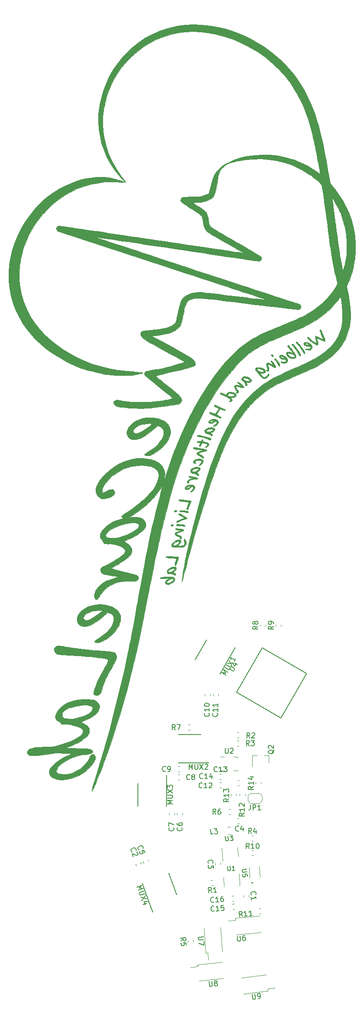
<source format=gbo>
G04 #@! TF.GenerationSoftware,KiCad,Pcbnew,(5.0.0)*
G04 #@! TF.CreationDate,2019-11-05T15:59:09+01:00*
G04 #@! TF.ProjectId,Insole_PCB,496E736F6C655F5043422E6B69636164,rev?*
G04 #@! TF.SameCoordinates,Original*
G04 #@! TF.FileFunction,Legend,Bot*
G04 #@! TF.FilePolarity,Positive*
%FSLAX46Y46*%
G04 Gerber Fmt 4.6, Leading zero omitted, Abs format (unit mm)*
G04 Created by KiCad (PCBNEW (5.0.0)) date 11/05/19 15:59:09*
%MOMM*%
%LPD*%
G01*
G04 APERTURE LIST*
%ADD10C,0.120000*%
%ADD11C,0.200000*%
%ADD12C,0.100000*%
%ADD13C,0.150000*%
%ADD14C,0.010000*%
G04 APERTURE END LIST*
D10*
G04 #@! TO.C,C16*
X213491259Y-190805593D02*
X213166494Y-190828303D01*
X213562410Y-191823109D02*
X213237645Y-191845819D01*
G04 #@! TO.C,C15*
X213610678Y-192375527D02*
X213285913Y-192398237D01*
X213681829Y-193393043D02*
X213357064Y-193415753D01*
G04 #@! TO.C,U9*
X219855354Y-206100221D02*
X215091133Y-206685194D01*
X220245336Y-209276369D02*
X215481114Y-209861342D01*
X220196588Y-208879350D02*
X221586153Y-208708733D01*
X220245336Y-209276369D02*
X220196588Y-208879350D01*
G04 #@! TO.C,U8*
X206850891Y-207342756D02*
X211624596Y-206841019D01*
X206516400Y-204160285D02*
X211290105Y-203658549D01*
X206558212Y-204558094D02*
X205165881Y-204704434D01*
X206516400Y-204160285D02*
X206558212Y-204558094D01*
G04 #@! TO.C,U7*
X211342947Y-201672553D02*
X211008116Y-196884245D01*
X208150742Y-201895774D02*
X207815911Y-197107466D01*
X208549767Y-201867871D02*
X208647426Y-203264461D01*
X208150742Y-201895774D02*
X208549767Y-201867871D01*
G04 #@! TO.C,U6*
X214118906Y-198303754D02*
X218900641Y-197885407D01*
X213840008Y-195115931D02*
X218621743Y-194697584D01*
X213874870Y-195514409D02*
X212480198Y-195636427D01*
X213840008Y-195115931D02*
X213874870Y-195514409D01*
D11*
G04 #@! TO.C,U5*
X217060672Y-188284665D02*
G75*
G03X217260184Y-188270713I99756J6976D01*
G01*
X217260185Y-188270713D02*
G75*
G03X217060671Y-188284665I-99757J-6976D01*
G01*
X217260184Y-188270713D02*
X217260184Y-188270713D01*
X217060671Y-188284665D02*
X217060671Y-188284665D01*
D12*
X218547261Y-185173386D02*
X218686774Y-187168515D01*
X216552132Y-185312899D02*
X216691645Y-187308028D01*
D13*
G04 #@! TO.C,U4*
X214128652Y-151270000D02*
X222788906Y-156270000D01*
X219128652Y-142609746D02*
X214128652Y-151270000D01*
X227788906Y-147609746D02*
X219128652Y-142609746D01*
X222788906Y-156270000D02*
X227788906Y-147609746D01*
D10*
G04 #@! TO.C,U3*
X211265467Y-181590940D02*
X211392643Y-184017610D01*
X214423371Y-183187857D02*
X214331259Y-181430269D01*
G04 #@! TO.C,U1*
X214723439Y-188890474D02*
X214596263Y-186463804D01*
X211565535Y-187293557D02*
X211657647Y-189051145D01*
G04 #@! TO.C,R14*
X218879453Y-169065986D02*
X218879453Y-168740428D01*
X217859453Y-169065986D02*
X217859453Y-168740428D01*
G04 #@! TO.C,R13*
X213059453Y-171027928D02*
X213059453Y-171353486D01*
X214079453Y-171027928D02*
X214079453Y-171353486D01*
G04 #@! TO.C,R12*
X215779453Y-171340986D02*
X215779453Y-171015428D01*
X214759453Y-171340986D02*
X214759453Y-171015428D01*
G04 #@! TO.C,R11*
X218567240Y-194312953D02*
X218891559Y-194284579D01*
X218478341Y-193296835D02*
X218802660Y-193268461D01*
G04 #@! TO.C,R10*
X217397732Y-181922707D02*
X217072174Y-181922707D01*
X217397732Y-182942707D02*
X217072174Y-182942707D01*
G04 #@! TO.C,R9*
X222779453Y-138453486D02*
X222779453Y-138127928D01*
X221759453Y-138453486D02*
X221759453Y-138127928D01*
G04 #@! TO.C,R8*
X219779453Y-138440986D02*
X219779453Y-138115428D01*
X218759453Y-138440986D02*
X218759453Y-138115428D01*
G04 #@! TO.C,R7*
X205032232Y-157530707D02*
X204706674Y-157530707D01*
X205032232Y-158550707D02*
X204706674Y-158550707D01*
G04 #@! TO.C,R6*
X212944732Y-173980707D02*
X212619174Y-173980707D01*
X212944732Y-175000707D02*
X212619174Y-175000707D01*
G04 #@! TO.C,R5*
X205689566Y-199717514D02*
X205666856Y-199392749D01*
X204672050Y-199788665D02*
X204649340Y-199463900D01*
G04 #@! TO.C,R4*
X217046674Y-180148707D02*
X217372232Y-180148707D01*
X217046674Y-179128707D02*
X217372232Y-179128707D01*
G04 #@! TO.C,R3*
X214532232Y-160680707D02*
X214206674Y-160680707D01*
X214532232Y-161700707D02*
X214206674Y-161700707D01*
G04 #@! TO.C,R2*
X214544732Y-159080707D02*
X214219174Y-159080707D01*
X214544732Y-160100707D02*
X214219174Y-160100707D01*
G04 #@! TO.C,R1*
X209462260Y-187754594D02*
X209137495Y-187777304D01*
X209533411Y-188772110D02*
X209208646Y-188794820D01*
G04 #@! TO.C,Q2*
X220349453Y-163530707D02*
X220349453Y-164990707D01*
X217189453Y-163530707D02*
X217189453Y-165690707D01*
X217189453Y-163530707D02*
X218119453Y-163530707D01*
X220349453Y-163530707D02*
X219419453Y-163530707D01*
D13*
G04 #@! TO.C,MUX4*
X197779440Y-193945703D02*
X195735869Y-188331040D01*
X202432560Y-190576026D02*
X200927671Y-186441378D01*
G04 #@! TO.C,MUX3*
X200469453Y-167365707D02*
X200469453Y-173340707D01*
X194944453Y-168940707D02*
X194944453Y-173340707D01*
G04 #@! TO.C,MUX2*
X208744453Y-164990707D02*
X202769453Y-164990707D01*
X207169453Y-159465707D02*
X202769453Y-159465707D01*
G04 #@! TO.C,MUX1*
X213881824Y-142521461D02*
X210894324Y-147695963D01*
X208309534Y-141122951D02*
X206109534Y-144933463D01*
D10*
G04 #@! TO.C,L3*
X212485861Y-178888701D02*
X213007093Y-178852253D01*
X212386807Y-177472161D02*
X212908039Y-177435713D01*
G04 #@! TO.C,JP1*
X217019453Y-170890707D02*
X218419453Y-170890707D01*
X219119453Y-171590707D02*
X219119453Y-172190707D01*
X218419453Y-172890707D02*
X217019453Y-172890707D01*
X216319453Y-172190707D02*
X216319453Y-171590707D01*
X216319453Y-171590707D02*
G75*
G02X217019453Y-170890707I700000J0D01*
G01*
X217019453Y-172890707D02*
G75*
G02X216319453Y-172190707I0J700000D01*
G01*
X219119453Y-172190707D02*
G75*
G02X218419453Y-172890707I-700000J0D01*
G01*
X218419453Y-170890707D02*
G75*
G02X219119453Y-171590707I0J-700000D01*
G01*
G04 #@! TO.C,C14*
X214632232Y-168380707D02*
X214306674Y-168380707D01*
X214632232Y-169400707D02*
X214306674Y-169400707D01*
G04 #@! TO.C,C13*
X210819174Y-168200707D02*
X211144732Y-168200707D01*
X210819174Y-167180707D02*
X211144732Y-167180707D01*
G04 #@! TO.C,C12*
X210819174Y-169800707D02*
X211144732Y-169800707D01*
X210819174Y-168780707D02*
X211144732Y-168780707D01*
G04 #@! TO.C,C11*
X210579453Y-151928486D02*
X210579453Y-151602928D01*
X209559453Y-151928486D02*
X209559453Y-151602928D01*
G04 #@! TO.C,C10*
X208954453Y-151915986D02*
X208954453Y-151590428D01*
X207934453Y-151915986D02*
X207934453Y-151590428D01*
G04 #@! TO.C,C9*
X203019732Y-165680707D02*
X202694174Y-165680707D01*
X203019732Y-166700707D02*
X202694174Y-166700707D01*
G04 #@! TO.C,C8*
X203019732Y-167280707D02*
X202694174Y-167280707D01*
X203019732Y-168300707D02*
X202694174Y-168300707D01*
G04 #@! TO.C,C7*
X201979453Y-175053486D02*
X201979453Y-174727928D01*
X200959453Y-175053486D02*
X200959453Y-174727928D01*
G04 #@! TO.C,C6*
X203579453Y-175040986D02*
X203579453Y-174715428D01*
X202559453Y-175040986D02*
X202559453Y-174715428D01*
G04 #@! TO.C,C5*
X195934536Y-184112175D02*
X196045883Y-184418099D01*
X196893023Y-183763315D02*
X197004370Y-184069239D01*
G04 #@! TO.C,C4*
X214328228Y-176805887D02*
X214652993Y-176783177D01*
X214257077Y-175788371D02*
X214581842Y-175765661D01*
G04 #@! TO.C,C3*
X210976058Y-184710151D02*
X210959020Y-184385039D01*
X209957456Y-184763533D02*
X209940418Y-184438421D01*
G04 #@! TO.C,C2*
X194484536Y-184662175D02*
X194595883Y-184968099D01*
X195443023Y-184313315D02*
X195554370Y-184619239D01*
G04 #@! TO.C,C1*
X215449340Y-190763900D02*
X215472050Y-191088665D01*
X216466856Y-190692749D02*
X216489566Y-191017514D01*
D12*
G04 #@! TO.C,U2*
X214269453Y-163840707D02*
X214269453Y-164060707D01*
X213549453Y-163840707D02*
X214269453Y-163840707D01*
X214269453Y-166540707D02*
X213549453Y-166540707D01*
X214269453Y-166320707D02*
X214269453Y-166540707D01*
X211069453Y-166540707D02*
X211069453Y-166320707D01*
X211069453Y-166540707D02*
X211789453Y-166540707D01*
X210969453Y-163840707D02*
X211789453Y-163840707D01*
D14*
G04 #@! TO.C,G\002A\002A\002A*
G36*
X170101740Y-66778661D02*
X169871259Y-68248930D01*
X169763831Y-69726365D01*
X169759444Y-69900360D01*
X169791434Y-71395187D01*
X169946859Y-72864753D01*
X170223817Y-74304256D01*
X170620399Y-75708894D01*
X171134702Y-77073866D01*
X171764821Y-78394370D01*
X172508849Y-79665606D01*
X173364883Y-80882771D01*
X174331018Y-82041065D01*
X174757528Y-82496814D01*
X175900591Y-83591837D01*
X177145010Y-84620902D01*
X178479596Y-85576897D01*
X179893157Y-86452706D01*
X181374506Y-87241217D01*
X182912452Y-87935317D01*
X183936898Y-88332386D01*
X184316027Y-88459850D01*
X184787993Y-88602583D01*
X185328221Y-88754502D01*
X185912137Y-88909524D01*
X186515166Y-89061564D01*
X187112735Y-89204538D01*
X187680269Y-89332363D01*
X188193192Y-89438954D01*
X188626934Y-89518228D01*
X188874077Y-89554685D01*
X189788235Y-89651954D01*
X190713643Y-89718359D01*
X191621856Y-89753148D01*
X192484423Y-89755571D01*
X193272899Y-89724874D01*
X193760905Y-89683773D01*
X194154934Y-89633770D01*
X194559513Y-89568941D01*
X194944972Y-89495260D01*
X195281635Y-89418697D01*
X195539831Y-89345224D01*
X195646671Y-89304225D01*
X195834205Y-89217703D01*
X195643843Y-89164508D01*
X195507255Y-89140028D01*
X195276131Y-89112713D01*
X194982787Y-89085897D01*
X194659953Y-89062943D01*
X192767654Y-88906753D01*
X190969466Y-88673200D01*
X189256800Y-88359634D01*
X187621067Y-87963404D01*
X186053678Y-87481858D01*
X184546044Y-86912347D01*
X183089578Y-86252218D01*
X181675689Y-85498821D01*
X180295789Y-84649506D01*
X180238858Y-84611966D01*
X178969847Y-83713376D01*
X177789814Y-82756066D01*
X176705318Y-81746838D01*
X175722919Y-80692495D01*
X174849180Y-79599838D01*
X174090659Y-78475668D01*
X173740194Y-77874112D01*
X173126154Y-76629518D01*
X172626911Y-75334830D01*
X172243687Y-73996779D01*
X171977702Y-72622099D01*
X171830178Y-71217524D01*
X171802335Y-69789785D01*
X171895392Y-68345615D01*
X171941371Y-67954014D01*
X172024958Y-67435225D01*
X172149562Y-66834331D01*
X172305925Y-66185851D01*
X172484788Y-65524306D01*
X172676897Y-64884216D01*
X172872994Y-64300101D01*
X173035090Y-63875363D01*
X173685801Y-62444439D01*
X174429222Y-61088734D01*
X175260646Y-59812253D01*
X176175362Y-58619002D01*
X177168664Y-57512988D01*
X178235841Y-56498217D01*
X179372187Y-55578692D01*
X180572991Y-54758421D01*
X181833545Y-54041410D01*
X183149141Y-53431665D01*
X184515070Y-52933191D01*
X185926625Y-52549995D01*
X186483983Y-52433520D01*
X187497723Y-52267004D01*
X188498973Y-52161777D01*
X189517333Y-52116763D01*
X190582407Y-52130885D01*
X191723796Y-52203062D01*
X192037879Y-52231317D01*
X192276765Y-52252689D01*
X192404326Y-52257560D01*
X192435570Y-52242399D01*
X192385506Y-52203678D01*
X192318517Y-52165344D01*
X192139349Y-52084841D01*
X191861478Y-51983558D01*
X191510079Y-51868681D01*
X191110328Y-51747403D01*
X190687402Y-51626912D01*
X190266480Y-51514397D01*
X189872735Y-51417050D01*
X189531347Y-51342058D01*
X189284231Y-51298862D01*
X188114239Y-51198699D01*
X186910457Y-51213682D01*
X185683404Y-51339934D01*
X184443602Y-51573582D01*
X183201567Y-51910750D01*
X181967820Y-52347565D01*
X180752881Y-52880150D01*
X179567270Y-53504631D01*
X178421505Y-54217134D01*
X177326106Y-55013783D01*
X176291593Y-55890705D01*
X175952468Y-56209478D01*
X174864465Y-57341918D01*
X173871317Y-58543858D01*
X172976547Y-59807507D01*
X172183679Y-61125072D01*
X171496241Y-62488763D01*
X170917755Y-63890785D01*
X170451746Y-65323349D01*
X170101740Y-66778661D01*
X170101740Y-66778661D01*
G37*
X170101740Y-66778661D02*
X169871259Y-68248930D01*
X169763831Y-69726365D01*
X169759444Y-69900360D01*
X169791434Y-71395187D01*
X169946859Y-72864753D01*
X170223817Y-74304256D01*
X170620399Y-75708894D01*
X171134702Y-77073866D01*
X171764821Y-78394370D01*
X172508849Y-79665606D01*
X173364883Y-80882771D01*
X174331018Y-82041065D01*
X174757528Y-82496814D01*
X175900591Y-83591837D01*
X177145010Y-84620902D01*
X178479596Y-85576897D01*
X179893157Y-86452706D01*
X181374506Y-87241217D01*
X182912452Y-87935317D01*
X183936898Y-88332386D01*
X184316027Y-88459850D01*
X184787993Y-88602583D01*
X185328221Y-88754502D01*
X185912137Y-88909524D01*
X186515166Y-89061564D01*
X187112735Y-89204538D01*
X187680269Y-89332363D01*
X188193192Y-89438954D01*
X188626934Y-89518228D01*
X188874077Y-89554685D01*
X189788235Y-89651954D01*
X190713643Y-89718359D01*
X191621856Y-89753148D01*
X192484423Y-89755571D01*
X193272899Y-89724874D01*
X193760905Y-89683773D01*
X194154934Y-89633770D01*
X194559513Y-89568941D01*
X194944972Y-89495260D01*
X195281635Y-89418697D01*
X195539831Y-89345224D01*
X195646671Y-89304225D01*
X195834205Y-89217703D01*
X195643843Y-89164508D01*
X195507255Y-89140028D01*
X195276131Y-89112713D01*
X194982787Y-89085897D01*
X194659953Y-89062943D01*
X192767654Y-88906753D01*
X190969466Y-88673200D01*
X189256800Y-88359634D01*
X187621067Y-87963404D01*
X186053678Y-87481858D01*
X184546044Y-86912347D01*
X183089578Y-86252218D01*
X181675689Y-85498821D01*
X180295789Y-84649506D01*
X180238858Y-84611966D01*
X178969847Y-83713376D01*
X177789814Y-82756066D01*
X176705318Y-81746838D01*
X175722919Y-80692495D01*
X174849180Y-79599838D01*
X174090659Y-78475668D01*
X173740194Y-77874112D01*
X173126154Y-76629518D01*
X172626911Y-75334830D01*
X172243687Y-73996779D01*
X171977702Y-72622099D01*
X171830178Y-71217524D01*
X171802335Y-69789785D01*
X171895392Y-68345615D01*
X171941371Y-67954014D01*
X172024958Y-67435225D01*
X172149562Y-66834331D01*
X172305925Y-66185851D01*
X172484788Y-65524306D01*
X172676897Y-64884216D01*
X172872994Y-64300101D01*
X173035090Y-63875363D01*
X173685801Y-62444439D01*
X174429222Y-61088734D01*
X175260646Y-59812253D01*
X176175362Y-58619002D01*
X177168664Y-57512988D01*
X178235841Y-56498217D01*
X179372187Y-55578692D01*
X180572991Y-54758421D01*
X181833545Y-54041410D01*
X183149141Y-53431665D01*
X184515070Y-52933191D01*
X185926625Y-52549995D01*
X186483983Y-52433520D01*
X187497723Y-52267004D01*
X188498973Y-52161777D01*
X189517333Y-52116763D01*
X190582407Y-52130885D01*
X191723796Y-52203062D01*
X192037879Y-52231317D01*
X192276765Y-52252689D01*
X192404326Y-52257560D01*
X192435570Y-52242399D01*
X192385506Y-52203678D01*
X192318517Y-52165344D01*
X192139349Y-52084841D01*
X191861478Y-51983558D01*
X191510079Y-51868681D01*
X191110328Y-51747403D01*
X190687402Y-51626912D01*
X190266480Y-51514397D01*
X189872735Y-51417050D01*
X189531347Y-51342058D01*
X189284231Y-51298862D01*
X188114239Y-51198699D01*
X186910457Y-51213682D01*
X185683404Y-51339934D01*
X184443602Y-51573582D01*
X183201567Y-51910750D01*
X181967820Y-52347565D01*
X180752881Y-52880150D01*
X179567270Y-53504631D01*
X178421505Y-54217134D01*
X177326106Y-55013783D01*
X176291593Y-55890705D01*
X175952468Y-56209478D01*
X174864465Y-57341918D01*
X173871317Y-58543858D01*
X172976547Y-59807507D01*
X172183679Y-61125072D01*
X171496241Y-62488763D01*
X170917755Y-63890785D01*
X170451746Y-65323349D01*
X170101740Y-66778661D01*
G36*
X183029461Y-137270000D02*
X183124394Y-137658499D01*
X183340784Y-138012760D01*
X183410733Y-138092262D01*
X183681622Y-138294722D01*
X184033399Y-138425935D01*
X184437663Y-138479349D01*
X184866013Y-138448410D01*
X184914728Y-138439309D01*
X185435939Y-138294224D01*
X185982396Y-138059291D01*
X186561863Y-137729800D01*
X187182095Y-137301045D01*
X187850856Y-136768319D01*
X188272171Y-136402584D01*
X189001139Y-135752369D01*
X189355433Y-135875313D01*
X189716221Y-136057275D01*
X189978608Y-136313896D01*
X190140882Y-136637492D01*
X190201331Y-137020381D01*
X190158241Y-137454879D01*
X190009902Y-137933302D01*
X189878241Y-138221449D01*
X189551298Y-138767592D01*
X189135944Y-139285794D01*
X188622945Y-139784893D01*
X188003063Y-140273728D01*
X187267060Y-140761139D01*
X187149725Y-140832478D01*
X186886035Y-140997542D01*
X186664652Y-141148129D01*
X186507538Y-141268444D01*
X186436650Y-141342684D01*
X186435270Y-141346493D01*
X186465764Y-141452651D01*
X186597965Y-141546576D01*
X186806600Y-141613692D01*
X186931280Y-141632600D01*
X187216593Y-141613713D01*
X187572245Y-141514157D01*
X187979382Y-141343668D01*
X188419153Y-141111987D01*
X188872703Y-140828853D01*
X189321180Y-140504004D01*
X189662325Y-140221793D01*
X190062393Y-139852535D01*
X190390635Y-139505747D01*
X190684422Y-139139050D01*
X190938682Y-138774452D01*
X191100656Y-138484007D01*
X191255052Y-138125551D01*
X191388992Y-137738453D01*
X191489603Y-137362084D01*
X191544010Y-137035811D01*
X191549891Y-136905553D01*
X191483724Y-136371092D01*
X191302086Y-135888479D01*
X191004638Y-135457211D01*
X190591042Y-135076787D01*
X190116207Y-134775844D01*
X189757205Y-134617508D01*
X189309282Y-134472018D01*
X188810435Y-134347696D01*
X188298663Y-134252872D01*
X188163341Y-134237022D01*
X187853140Y-135394707D01*
X187908443Y-135414381D01*
X187920758Y-135445732D01*
X187877072Y-135503597D01*
X187764369Y-135602815D01*
X187569637Y-135758224D01*
X187456985Y-135846377D01*
X186875011Y-136287701D01*
X186370006Y-136640704D01*
X185932469Y-136910079D01*
X185552896Y-137100517D01*
X185221785Y-137216709D01*
X184929633Y-137263347D01*
X184666935Y-137245123D01*
X184636741Y-137238756D01*
X184409568Y-137140978D01*
X184288349Y-136981450D01*
X184274822Y-136771002D01*
X184370726Y-136520463D01*
X184492672Y-136341114D01*
X184779109Y-136065163D01*
X185168372Y-135821492D01*
X185638060Y-135621251D01*
X186165773Y-135475591D01*
X186274158Y-135454381D01*
X186655959Y-135398276D01*
X187045759Y-135364537D01*
X187407657Y-135354520D01*
X187705746Y-135369585D01*
X187853140Y-135394707D01*
X188163341Y-134237022D01*
X187811963Y-134195869D01*
X187415543Y-134184085D01*
X186653547Y-134250792D01*
X185929309Y-134401618D01*
X185255640Y-134629803D01*
X184645354Y-134928585D01*
X184111261Y-135291204D01*
X183666177Y-135710900D01*
X183322912Y-136180909D01*
X183205801Y-136405449D01*
X183056443Y-136851055D01*
X183029461Y-137270000D01*
X183029461Y-137270000D01*
G37*
X183029461Y-137270000D02*
X183124394Y-137658499D01*
X183340784Y-138012760D01*
X183410733Y-138092262D01*
X183681622Y-138294722D01*
X184033399Y-138425935D01*
X184437663Y-138479349D01*
X184866013Y-138448410D01*
X184914728Y-138439309D01*
X185435939Y-138294224D01*
X185982396Y-138059291D01*
X186561863Y-137729800D01*
X187182095Y-137301045D01*
X187850856Y-136768319D01*
X188272171Y-136402584D01*
X189001139Y-135752369D01*
X189355433Y-135875313D01*
X189716221Y-136057275D01*
X189978608Y-136313896D01*
X190140882Y-136637492D01*
X190201331Y-137020381D01*
X190158241Y-137454879D01*
X190009902Y-137933302D01*
X189878241Y-138221449D01*
X189551298Y-138767592D01*
X189135944Y-139285794D01*
X188622945Y-139784893D01*
X188003063Y-140273728D01*
X187267060Y-140761139D01*
X187149725Y-140832478D01*
X186886035Y-140997542D01*
X186664652Y-141148129D01*
X186507538Y-141268444D01*
X186436650Y-141342684D01*
X186435270Y-141346493D01*
X186465764Y-141452651D01*
X186597965Y-141546576D01*
X186806600Y-141613692D01*
X186931280Y-141632600D01*
X187216593Y-141613713D01*
X187572245Y-141514157D01*
X187979382Y-141343668D01*
X188419153Y-141111987D01*
X188872703Y-140828853D01*
X189321180Y-140504004D01*
X189662325Y-140221793D01*
X190062393Y-139852535D01*
X190390635Y-139505747D01*
X190684422Y-139139050D01*
X190938682Y-138774452D01*
X191100656Y-138484007D01*
X191255052Y-138125551D01*
X191388992Y-137738453D01*
X191489603Y-137362084D01*
X191544010Y-137035811D01*
X191549891Y-136905553D01*
X191483724Y-136371092D01*
X191302086Y-135888479D01*
X191004638Y-135457211D01*
X190591042Y-135076787D01*
X190116207Y-134775844D01*
X189757205Y-134617508D01*
X189309282Y-134472018D01*
X188810435Y-134347696D01*
X188298663Y-134252872D01*
X188163341Y-134237022D01*
X187853140Y-135394707D01*
X187908443Y-135414381D01*
X187920758Y-135445732D01*
X187877072Y-135503597D01*
X187764369Y-135602815D01*
X187569637Y-135758224D01*
X187456985Y-135846377D01*
X186875011Y-136287701D01*
X186370006Y-136640704D01*
X185932469Y-136910079D01*
X185552896Y-137100517D01*
X185221785Y-137216709D01*
X184929633Y-137263347D01*
X184666935Y-137245123D01*
X184636741Y-137238756D01*
X184409568Y-137140978D01*
X184288349Y-136981450D01*
X184274822Y-136771002D01*
X184370726Y-136520463D01*
X184492672Y-136341114D01*
X184779109Y-136065163D01*
X185168372Y-135821492D01*
X185638060Y-135621251D01*
X186165773Y-135475591D01*
X186274158Y-135454381D01*
X186655959Y-135398276D01*
X187045759Y-135364537D01*
X187407657Y-135354520D01*
X187705746Y-135369585D01*
X187853140Y-135394707D01*
X188163341Y-134237022D01*
X187811963Y-134195869D01*
X187415543Y-134184085D01*
X186653547Y-134250792D01*
X185929309Y-134401618D01*
X185255640Y-134629803D01*
X184645354Y-134928585D01*
X184111261Y-135291204D01*
X183666177Y-135710900D01*
X183322912Y-136180909D01*
X183205801Y-136405449D01*
X183056443Y-136851055D01*
X183029461Y-137270000D01*
G36*
X192744877Y-100791759D02*
X192742466Y-100896594D01*
X192788059Y-101159610D01*
X192903592Y-101450791D01*
X193063496Y-101718026D01*
X193237661Y-101905734D01*
X193489046Y-102043364D01*
X193814993Y-102142843D01*
X194165829Y-102192365D01*
X194427166Y-102188478D01*
X194926999Y-102085398D01*
X195480414Y-101874566D01*
X196080689Y-101560004D01*
X196721097Y-101145729D01*
X197394918Y-100635759D01*
X198095428Y-100034113D01*
X198215069Y-99924499D01*
X198443184Y-99717007D01*
X198602887Y-99584476D01*
X198716883Y-99513393D01*
X198807876Y-99490252D01*
X198898570Y-99501542D01*
X198917645Y-99506466D01*
X199298581Y-99670716D01*
X199603356Y-99936497D01*
X199751036Y-100148065D01*
X199893545Y-100492686D01*
X199933125Y-100863538D01*
X199868449Y-101271728D01*
X199698189Y-101728358D01*
X199520882Y-102073166D01*
X199176619Y-102607304D01*
X198762216Y-103101901D01*
X198263467Y-103570378D01*
X197666165Y-104026148D01*
X196993124Y-104460414D01*
X196637520Y-104679458D01*
X196387554Y-104848676D01*
X196236718Y-104977840D01*
X196178504Y-105076723D01*
X196206403Y-105155096D01*
X196313907Y-105222733D01*
X196450651Y-105274937D01*
X196689337Y-105329405D01*
X196938450Y-105327044D01*
X197217935Y-105262470D01*
X197547740Y-105130301D01*
X197947809Y-104925155D01*
X198132547Y-104821132D01*
X198837557Y-104368571D01*
X199467821Y-103867022D01*
X200015731Y-103326766D01*
X200473682Y-102758083D01*
X200834065Y-102171253D01*
X201089276Y-101576558D01*
X201231707Y-100984275D01*
X201260255Y-100593980D01*
X201199483Y-100092717D01*
X201021224Y-99616369D01*
X200734614Y-99180083D01*
X200348790Y-98799001D01*
X200050748Y-98589068D01*
X199734185Y-98429993D01*
X199325865Y-98276467D01*
X198860982Y-98137537D01*
X198374730Y-98022249D01*
X197964865Y-97950589D01*
X197651549Y-99119898D01*
X197674086Y-99157314D01*
X197620663Y-99210696D01*
X197481782Y-99325058D01*
X197274768Y-99486786D01*
X197016952Y-99682273D01*
X196813278Y-99833566D01*
X196260490Y-100227400D01*
X195785894Y-100534789D01*
X195379213Y-100760403D01*
X195030169Y-100908911D01*
X194728485Y-100984984D01*
X194463881Y-100993291D01*
X194317707Y-100967447D01*
X194124978Y-100859789D01*
X194014536Y-100678340D01*
X193999961Y-100456126D01*
X194046779Y-100308674D01*
X194278095Y-99966386D01*
X194620321Y-99675305D01*
X195076187Y-99433494D01*
X195495270Y-99283014D01*
X195754772Y-99218281D01*
X196061724Y-99163647D01*
X196393835Y-99120395D01*
X196728813Y-99089812D01*
X197044365Y-99073186D01*
X197318200Y-99071800D01*
X197528025Y-99086943D01*
X197651549Y-99119898D01*
X197964865Y-97950589D01*
X197902303Y-97939651D01*
X197478896Y-97898790D01*
X197354652Y-97896008D01*
X196576798Y-97934094D01*
X195873298Y-98051645D01*
X195213401Y-98256843D01*
X194566351Y-98557867D01*
X194302901Y-98707740D01*
X193779334Y-99069807D01*
X193355248Y-99468362D01*
X193037142Y-99894285D01*
X192831518Y-100338458D01*
X192744877Y-100791759D01*
X192744877Y-100791759D01*
G37*
X192744877Y-100791759D02*
X192742466Y-100896594D01*
X192788059Y-101159610D01*
X192903592Y-101450791D01*
X193063496Y-101718026D01*
X193237661Y-101905734D01*
X193489046Y-102043364D01*
X193814993Y-102142843D01*
X194165829Y-102192365D01*
X194427166Y-102188478D01*
X194926999Y-102085398D01*
X195480414Y-101874566D01*
X196080689Y-101560004D01*
X196721097Y-101145729D01*
X197394918Y-100635759D01*
X198095428Y-100034113D01*
X198215069Y-99924499D01*
X198443184Y-99717007D01*
X198602887Y-99584476D01*
X198716883Y-99513393D01*
X198807876Y-99490252D01*
X198898570Y-99501542D01*
X198917645Y-99506466D01*
X199298581Y-99670716D01*
X199603356Y-99936497D01*
X199751036Y-100148065D01*
X199893545Y-100492686D01*
X199933125Y-100863538D01*
X199868449Y-101271728D01*
X199698189Y-101728358D01*
X199520882Y-102073166D01*
X199176619Y-102607304D01*
X198762216Y-103101901D01*
X198263467Y-103570378D01*
X197666165Y-104026148D01*
X196993124Y-104460414D01*
X196637520Y-104679458D01*
X196387554Y-104848676D01*
X196236718Y-104977840D01*
X196178504Y-105076723D01*
X196206403Y-105155096D01*
X196313907Y-105222733D01*
X196450651Y-105274937D01*
X196689337Y-105329405D01*
X196938450Y-105327044D01*
X197217935Y-105262470D01*
X197547740Y-105130301D01*
X197947809Y-104925155D01*
X198132547Y-104821132D01*
X198837557Y-104368571D01*
X199467821Y-103867022D01*
X200015731Y-103326766D01*
X200473682Y-102758083D01*
X200834065Y-102171253D01*
X201089276Y-101576558D01*
X201231707Y-100984275D01*
X201260255Y-100593980D01*
X201199483Y-100092717D01*
X201021224Y-99616369D01*
X200734614Y-99180083D01*
X200348790Y-98799001D01*
X200050748Y-98589068D01*
X199734185Y-98429993D01*
X199325865Y-98276467D01*
X198860982Y-98137537D01*
X198374730Y-98022249D01*
X197964865Y-97950589D01*
X197651549Y-99119898D01*
X197674086Y-99157314D01*
X197620663Y-99210696D01*
X197481782Y-99325058D01*
X197274768Y-99486786D01*
X197016952Y-99682273D01*
X196813278Y-99833566D01*
X196260490Y-100227400D01*
X195785894Y-100534789D01*
X195379213Y-100760403D01*
X195030169Y-100908911D01*
X194728485Y-100984984D01*
X194463881Y-100993291D01*
X194317707Y-100967447D01*
X194124978Y-100859789D01*
X194014536Y-100678340D01*
X193999961Y-100456126D01*
X194046779Y-100308674D01*
X194278095Y-99966386D01*
X194620321Y-99675305D01*
X195076187Y-99433494D01*
X195495270Y-99283014D01*
X195754772Y-99218281D01*
X196061724Y-99163647D01*
X196393835Y-99120395D01*
X196728813Y-99089812D01*
X197044365Y-99073186D01*
X197318200Y-99071800D01*
X197528025Y-99086943D01*
X197651549Y-99119898D01*
X197964865Y-97950589D01*
X197902303Y-97939651D01*
X197478896Y-97898790D01*
X197354652Y-97896008D01*
X196576798Y-97934094D01*
X195873298Y-98051645D01*
X195213401Y-98256843D01*
X194566351Y-98557867D01*
X194302901Y-98707740D01*
X193779334Y-99069807D01*
X193355248Y-99468362D01*
X193037142Y-99894285D01*
X192831518Y-100338458D01*
X192744877Y-100791759D01*
G36*
X178591827Y-142996040D02*
X178631290Y-143246756D01*
X178770294Y-143494285D01*
X178984103Y-143709298D01*
X179247977Y-143862464D01*
X179351885Y-143897198D01*
X179449338Y-143910165D01*
X179656976Y-143928564D01*
X179958154Y-143951233D01*
X180336231Y-143977012D01*
X180774561Y-144004738D01*
X181256501Y-144033249D01*
X181487983Y-144046292D01*
X182089083Y-144082832D01*
X182776918Y-144130011D01*
X183511968Y-144184774D01*
X184254708Y-144244068D01*
X184965616Y-144304838D01*
X185605168Y-144364031D01*
X185626175Y-144366075D01*
X186357386Y-144437719D01*
X186972594Y-144499373D01*
X187482229Y-144553043D01*
X187896718Y-144600731D01*
X188226492Y-144644439D01*
X188481980Y-144686170D01*
X188673612Y-144727929D01*
X188811814Y-144771717D01*
X188907020Y-144819538D01*
X188969656Y-144873395D01*
X189010152Y-144935291D01*
X189038938Y-145007228D01*
X189044044Y-145022503D01*
X189059023Y-145126160D01*
X189039772Y-145261607D01*
X188980790Y-145441120D01*
X188876576Y-145676979D01*
X188721631Y-145981461D01*
X188510453Y-146366844D01*
X188237542Y-146845406D01*
X188192430Y-146923415D01*
X187812440Y-147602223D01*
X187463285Y-148270641D01*
X187150022Y-148916290D01*
X186877706Y-149526789D01*
X186651396Y-150089759D01*
X186476146Y-150592821D01*
X186357015Y-151023597D01*
X186299058Y-151369705D01*
X186298185Y-151560853D01*
X186371342Y-151711300D01*
X186533388Y-151816658D01*
X186751876Y-151869343D01*
X186994357Y-151861767D01*
X187228384Y-151786347D01*
X187239009Y-151780804D01*
X187370783Y-151703345D01*
X187480256Y-151615039D01*
X187576320Y-151498876D01*
X187667871Y-151337845D01*
X187763800Y-151114934D01*
X187873002Y-150813133D01*
X188004370Y-150415430D01*
X188085429Y-150161818D01*
X188222385Y-149735957D01*
X188343489Y-149377078D01*
X188459084Y-149062382D01*
X188579517Y-148769076D01*
X188715133Y-148474364D01*
X188876276Y-148155450D01*
X189073295Y-147789540D01*
X189316532Y-147353839D01*
X189533573Y-146970964D01*
X189844569Y-146422209D01*
X190097480Y-145970066D01*
X190298342Y-145601521D01*
X190453185Y-145303558D01*
X190568045Y-145063164D01*
X190648953Y-144867325D01*
X190701944Y-144703024D01*
X190733051Y-144557249D01*
X190748307Y-144416985D01*
X190751948Y-144342799D01*
X190702946Y-144032416D01*
X190590532Y-143814056D01*
X190419692Y-143558053D01*
X189824014Y-143435307D01*
X189582150Y-143394543D01*
X189241760Y-143349783D01*
X188831121Y-143304090D01*
X188378509Y-143260525D01*
X187912202Y-143222151D01*
X187743792Y-143210016D01*
X187124695Y-143163489D01*
X186448241Y-143105996D01*
X185732466Y-143039563D01*
X184995400Y-142966217D01*
X184255079Y-142887986D01*
X183529535Y-142806896D01*
X182836803Y-142724974D01*
X182194915Y-142644247D01*
X181621905Y-142566741D01*
X181135807Y-142494485D01*
X180754653Y-142429503D01*
X180691893Y-142417418D01*
X180231643Y-142329827D01*
X179874852Y-142271037D01*
X179601603Y-142239709D01*
X179391982Y-142234506D01*
X179226076Y-142254093D01*
X179083967Y-142297131D01*
X179058249Y-142307748D01*
X178847086Y-142459109D01*
X178682661Y-142690474D01*
X178596176Y-142955806D01*
X178591827Y-142996040D01*
X178591827Y-142996040D01*
G37*
X178591827Y-142996040D02*
X178631290Y-143246756D01*
X178770294Y-143494285D01*
X178984103Y-143709298D01*
X179247977Y-143862464D01*
X179351885Y-143897198D01*
X179449338Y-143910165D01*
X179656976Y-143928564D01*
X179958154Y-143951233D01*
X180336231Y-143977012D01*
X180774561Y-144004738D01*
X181256501Y-144033249D01*
X181487983Y-144046292D01*
X182089083Y-144082832D01*
X182776918Y-144130011D01*
X183511968Y-144184774D01*
X184254708Y-144244068D01*
X184965616Y-144304838D01*
X185605168Y-144364031D01*
X185626175Y-144366075D01*
X186357386Y-144437719D01*
X186972594Y-144499373D01*
X187482229Y-144553043D01*
X187896718Y-144600731D01*
X188226492Y-144644439D01*
X188481980Y-144686170D01*
X188673612Y-144727929D01*
X188811814Y-144771717D01*
X188907020Y-144819538D01*
X188969656Y-144873395D01*
X189010152Y-144935291D01*
X189038938Y-145007228D01*
X189044044Y-145022503D01*
X189059023Y-145126160D01*
X189039772Y-145261607D01*
X188980790Y-145441120D01*
X188876576Y-145676979D01*
X188721631Y-145981461D01*
X188510453Y-146366844D01*
X188237542Y-146845406D01*
X188192430Y-146923415D01*
X187812440Y-147602223D01*
X187463285Y-148270641D01*
X187150022Y-148916290D01*
X186877706Y-149526789D01*
X186651396Y-150089759D01*
X186476146Y-150592821D01*
X186357015Y-151023597D01*
X186299058Y-151369705D01*
X186298185Y-151560853D01*
X186371342Y-151711300D01*
X186533388Y-151816658D01*
X186751876Y-151869343D01*
X186994357Y-151861767D01*
X187228384Y-151786347D01*
X187239009Y-151780804D01*
X187370783Y-151703345D01*
X187480256Y-151615039D01*
X187576320Y-151498876D01*
X187667871Y-151337845D01*
X187763800Y-151114934D01*
X187873002Y-150813133D01*
X188004370Y-150415430D01*
X188085429Y-150161818D01*
X188222385Y-149735957D01*
X188343489Y-149377078D01*
X188459084Y-149062382D01*
X188579517Y-148769076D01*
X188715133Y-148474364D01*
X188876276Y-148155450D01*
X189073295Y-147789540D01*
X189316532Y-147353839D01*
X189533573Y-146970964D01*
X189844569Y-146422209D01*
X190097480Y-145970066D01*
X190298342Y-145601521D01*
X190453185Y-145303558D01*
X190568045Y-145063164D01*
X190648953Y-144867325D01*
X190701944Y-144703024D01*
X190733051Y-144557249D01*
X190748307Y-144416985D01*
X190751948Y-144342799D01*
X190702946Y-144032416D01*
X190590532Y-143814056D01*
X190419692Y-143558053D01*
X189824014Y-143435307D01*
X189582150Y-143394543D01*
X189241760Y-143349783D01*
X188831121Y-143304090D01*
X188378509Y-143260525D01*
X187912202Y-143222151D01*
X187743792Y-143210016D01*
X187124695Y-143163489D01*
X186448241Y-143105996D01*
X185732466Y-143039563D01*
X184995400Y-142966217D01*
X184255079Y-142887986D01*
X183529535Y-142806896D01*
X182836803Y-142724974D01*
X182194915Y-142644247D01*
X181621905Y-142566741D01*
X181135807Y-142494485D01*
X180754653Y-142429503D01*
X180691893Y-142417418D01*
X180231643Y-142329827D01*
X179874852Y-142271037D01*
X179601603Y-142239709D01*
X179391982Y-142234506D01*
X179226076Y-142254093D01*
X179083967Y-142297131D01*
X179058249Y-142307748D01*
X178847086Y-142459109D01*
X178682661Y-142690474D01*
X178596176Y-142955806D01*
X178591827Y-142996040D01*
G36*
X173345181Y-162949543D02*
X173389125Y-163154993D01*
X173499394Y-163319619D01*
X173682325Y-163443933D01*
X173944251Y-163528449D01*
X174291509Y-163573681D01*
X174730431Y-163580143D01*
X175267355Y-163548346D01*
X175908615Y-163478807D01*
X176660544Y-163372037D01*
X177291536Y-163269430D01*
X177884669Y-163176357D01*
X178392504Y-163114620D01*
X178851876Y-163080739D01*
X179299623Y-163071231D01*
X179382420Y-163071847D01*
X179764897Y-163078678D01*
X180174826Y-163090195D01*
X180589607Y-163105312D01*
X180986642Y-163122946D01*
X181343330Y-163142012D01*
X181637074Y-163161429D01*
X181845272Y-163180112D01*
X181937107Y-163194337D01*
X181929436Y-163226795D01*
X181823360Y-163290226D01*
X181640025Y-163372756D01*
X181568333Y-163401323D01*
X181323638Y-163506360D01*
X181011263Y-163655154D01*
X180673040Y-163827141D01*
X180378246Y-163986365D01*
X179664919Y-164415035D01*
X179049845Y-164847559D01*
X178537117Y-165279403D01*
X178130825Y-165706043D01*
X177835062Y-166122949D01*
X177653919Y-166525590D01*
X177591488Y-166909439D01*
X177601135Y-167060179D01*
X177693012Y-167298480D01*
X177892603Y-167534206D01*
X178181017Y-167754720D01*
X178539368Y-167947382D01*
X178948766Y-168099554D01*
X179272431Y-168178465D01*
X180053604Y-168263322D01*
X180863551Y-168228181D01*
X181694356Y-168074625D01*
X182538098Y-167804239D01*
X183386863Y-167418609D01*
X183576243Y-167316935D01*
X184388178Y-166818548D01*
X185086174Y-166280839D01*
X185679372Y-165695797D01*
X186176913Y-165055408D01*
X186206470Y-165011209D01*
X186410507Y-164686290D01*
X186540997Y-164428395D01*
X186607207Y-164208261D01*
X186618407Y-163996629D01*
X186590853Y-163797832D01*
X186504523Y-163543239D01*
X186371515Y-163355637D01*
X186211960Y-163256999D01*
X186092003Y-163253386D01*
X185830047Y-163376586D01*
X185633901Y-163598294D01*
X185539739Y-163823389D01*
X185401205Y-164169372D01*
X185168747Y-164557660D01*
X184859265Y-164968534D01*
X184489657Y-165382275D01*
X184076821Y-165779163D01*
X183637659Y-166139479D01*
X183423171Y-166293174D01*
X182839665Y-166635683D01*
X182214608Y-166903143D01*
X181570321Y-167091081D01*
X180929121Y-167195028D01*
X180313327Y-167210512D01*
X179745256Y-167133063D01*
X179530252Y-167073057D01*
X179234375Y-166957195D01*
X179053409Y-166831874D01*
X178975555Y-166679030D01*
X178989017Y-166480598D01*
X179039802Y-166322129D01*
X179232964Y-165966440D01*
X179536298Y-165602217D01*
X179934113Y-165237912D01*
X180410724Y-164881977D01*
X180950442Y-164542864D01*
X181537580Y-164229027D01*
X182156448Y-163948915D01*
X182791360Y-163710983D01*
X183426626Y-163523682D01*
X184046560Y-163395464D01*
X184579537Y-163337507D01*
X185111820Y-163289150D01*
X185523596Y-163208680D01*
X185817496Y-163095058D01*
X185996154Y-162947241D01*
X186062202Y-162764187D01*
X186062668Y-162750591D01*
X186026142Y-162585016D01*
X185905470Y-162452677D01*
X185692739Y-162351128D01*
X185380038Y-162277921D01*
X184959452Y-162230607D01*
X184423071Y-162206738D01*
X184297732Y-162204514D01*
X183925253Y-162196516D01*
X183483593Y-162182583D01*
X183001110Y-162164036D01*
X182506166Y-162142199D01*
X182027122Y-162118393D01*
X181592338Y-162093941D01*
X181230176Y-162070165D01*
X180986363Y-162050109D01*
X180730079Y-162025194D01*
X181156128Y-161900756D01*
X181878902Y-161662087D01*
X182576839Y-161378719D01*
X183233858Y-161060117D01*
X183833879Y-160715748D01*
X184360817Y-160355081D01*
X184798594Y-159987581D01*
X185131126Y-159622714D01*
X185207517Y-159515845D01*
X185323790Y-159334687D01*
X185391388Y-159195051D01*
X185426120Y-159046465D01*
X185443796Y-158838461D01*
X185448696Y-158745897D01*
X185442442Y-158474552D01*
X185386122Y-158237718D01*
X185267859Y-158022126D01*
X185075781Y-157814511D01*
X184798011Y-157601606D01*
X184422674Y-157370145D01*
X184020322Y-157150097D01*
X183914931Y-157075781D01*
X183891132Y-157018877D01*
X183959692Y-156979114D01*
X184122821Y-156903429D01*
X184356871Y-156802312D01*
X184638196Y-156686252D01*
X184668906Y-156673872D01*
X185392707Y-156350400D01*
X186011437Y-156006132D01*
X186522122Y-155644584D01*
X186921787Y-155269272D01*
X187207457Y-154883711D01*
X187376155Y-154491416D01*
X187424908Y-154095904D01*
X187350738Y-153700691D01*
X187297423Y-153567960D01*
X187127010Y-153279528D01*
X186899680Y-153048505D01*
X186605122Y-152871667D01*
X186233027Y-152745794D01*
X185981840Y-152703124D01*
X185668845Y-153871238D01*
X185845960Y-153945683D01*
X185999003Y-154095520D01*
X186062541Y-154306836D01*
X186039660Y-154554184D01*
X185933443Y-154812113D01*
X185746975Y-155055178D01*
X185706786Y-155093863D01*
X185309756Y-155396237D01*
X184809893Y-155676133D01*
X184230574Y-155925231D01*
X183595173Y-156135207D01*
X182927069Y-156297741D01*
X182249637Y-156404511D01*
X181947443Y-156432184D01*
X181704491Y-156435594D01*
X181397950Y-156421298D01*
X181089523Y-156392350D01*
X181055440Y-156388052D01*
X180785724Y-156349332D01*
X180609061Y-156311162D01*
X180492026Y-156262626D01*
X180401191Y-156192806D01*
X180373223Y-156165232D01*
X180199835Y-155911718D01*
X180145628Y-155636020D01*
X180207112Y-155348829D01*
X180380800Y-155060839D01*
X180663203Y-154782741D01*
X180873731Y-154631293D01*
X181232735Y-154438270D01*
X181673819Y-154263625D01*
X182176246Y-154110219D01*
X182719278Y-153980910D01*
X183282178Y-153878558D01*
X183844205Y-153806023D01*
X184384624Y-153766163D01*
X184882696Y-153761840D01*
X185317683Y-153795911D01*
X185668845Y-153871238D01*
X185981840Y-152703124D01*
X185773081Y-152667663D01*
X185214976Y-152634051D01*
X184548398Y-152641734D01*
X184359757Y-152649917D01*
X183345626Y-152736852D01*
X182407682Y-152897026D01*
X181853321Y-153034519D01*
X181200725Y-153274746D01*
X180588590Y-153613779D01*
X180034722Y-154036572D01*
X179556929Y-154528081D01*
X179173018Y-155073261D01*
X178974881Y-155466465D01*
X178847693Y-155849200D01*
X178825119Y-156167736D01*
X178910523Y-156434544D01*
X179107266Y-156662087D01*
X179340130Y-156820307D01*
X179557468Y-156967061D01*
X179760998Y-157141981D01*
X179829259Y-157214641D01*
X180020226Y-157439996D01*
X180696021Y-157431045D01*
X180965974Y-157430176D01*
X181190958Y-157438962D01*
X181403411Y-157462443D01*
X181635771Y-157505658D01*
X181920480Y-157573647D01*
X182289973Y-157671448D01*
X182352313Y-157688349D01*
X182881097Y-157841959D01*
X183298761Y-157987774D01*
X183620252Y-158133364D01*
X183860517Y-158286304D01*
X184034503Y-158454163D01*
X184126291Y-158587068D01*
X184214107Y-158835079D01*
X184188618Y-159085511D01*
X184046937Y-159343652D01*
X183786179Y-159614786D01*
X183409483Y-159900126D01*
X182696561Y-160328807D01*
X181864569Y-160730805D01*
X180919086Y-161103768D01*
X179865689Y-161445347D01*
X179483554Y-161554023D01*
X179067568Y-161666512D01*
X178741846Y-161747804D01*
X178474868Y-161802716D01*
X178235111Y-161836062D01*
X177991052Y-161852658D01*
X177711171Y-161857321D01*
X177504729Y-161856320D01*
X176558721Y-161863705D01*
X175735124Y-161903998D01*
X175033671Y-161977269D01*
X174454092Y-162083590D01*
X173996117Y-162223031D01*
X173659478Y-162395662D01*
X173443904Y-162601556D01*
X173349128Y-162840781D01*
X173345181Y-162949543D01*
X173345181Y-162949543D01*
G37*
X173345181Y-162949543D02*
X173389125Y-163154993D01*
X173499394Y-163319619D01*
X173682325Y-163443933D01*
X173944251Y-163528449D01*
X174291509Y-163573681D01*
X174730431Y-163580143D01*
X175267355Y-163548346D01*
X175908615Y-163478807D01*
X176660544Y-163372037D01*
X177291536Y-163269430D01*
X177884669Y-163176357D01*
X178392504Y-163114620D01*
X178851876Y-163080739D01*
X179299623Y-163071231D01*
X179382420Y-163071847D01*
X179764897Y-163078678D01*
X180174826Y-163090195D01*
X180589607Y-163105312D01*
X180986642Y-163122946D01*
X181343330Y-163142012D01*
X181637074Y-163161429D01*
X181845272Y-163180112D01*
X181937107Y-163194337D01*
X181929436Y-163226795D01*
X181823360Y-163290226D01*
X181640025Y-163372756D01*
X181568333Y-163401323D01*
X181323638Y-163506360D01*
X181011263Y-163655154D01*
X180673040Y-163827141D01*
X180378246Y-163986365D01*
X179664919Y-164415035D01*
X179049845Y-164847559D01*
X178537117Y-165279403D01*
X178130825Y-165706043D01*
X177835062Y-166122949D01*
X177653919Y-166525590D01*
X177591488Y-166909439D01*
X177601135Y-167060179D01*
X177693012Y-167298480D01*
X177892603Y-167534206D01*
X178181017Y-167754720D01*
X178539368Y-167947382D01*
X178948766Y-168099554D01*
X179272431Y-168178465D01*
X180053604Y-168263322D01*
X180863551Y-168228181D01*
X181694356Y-168074625D01*
X182538098Y-167804239D01*
X183386863Y-167418609D01*
X183576243Y-167316935D01*
X184388178Y-166818548D01*
X185086174Y-166280839D01*
X185679372Y-165695797D01*
X186176913Y-165055408D01*
X186206470Y-165011209D01*
X186410507Y-164686290D01*
X186540997Y-164428395D01*
X186607207Y-164208261D01*
X186618407Y-163996629D01*
X186590853Y-163797832D01*
X186504523Y-163543239D01*
X186371515Y-163355637D01*
X186211960Y-163256999D01*
X186092003Y-163253386D01*
X185830047Y-163376586D01*
X185633901Y-163598294D01*
X185539739Y-163823389D01*
X185401205Y-164169372D01*
X185168747Y-164557660D01*
X184859265Y-164968534D01*
X184489657Y-165382275D01*
X184076821Y-165779163D01*
X183637659Y-166139479D01*
X183423171Y-166293174D01*
X182839665Y-166635683D01*
X182214608Y-166903143D01*
X181570321Y-167091081D01*
X180929121Y-167195028D01*
X180313327Y-167210512D01*
X179745256Y-167133063D01*
X179530252Y-167073057D01*
X179234375Y-166957195D01*
X179053409Y-166831874D01*
X178975555Y-166679030D01*
X178989017Y-166480598D01*
X179039802Y-166322129D01*
X179232964Y-165966440D01*
X179536298Y-165602217D01*
X179934113Y-165237912D01*
X180410724Y-164881977D01*
X180950442Y-164542864D01*
X181537580Y-164229027D01*
X182156448Y-163948915D01*
X182791360Y-163710983D01*
X183426626Y-163523682D01*
X184046560Y-163395464D01*
X184579537Y-163337507D01*
X185111820Y-163289150D01*
X185523596Y-163208680D01*
X185817496Y-163095058D01*
X185996154Y-162947241D01*
X186062202Y-162764187D01*
X186062668Y-162750591D01*
X186026142Y-162585016D01*
X185905470Y-162452677D01*
X185692739Y-162351128D01*
X185380038Y-162277921D01*
X184959452Y-162230607D01*
X184423071Y-162206738D01*
X184297732Y-162204514D01*
X183925253Y-162196516D01*
X183483593Y-162182583D01*
X183001110Y-162164036D01*
X182506166Y-162142199D01*
X182027122Y-162118393D01*
X181592338Y-162093941D01*
X181230176Y-162070165D01*
X180986363Y-162050109D01*
X180730079Y-162025194D01*
X181156128Y-161900756D01*
X181878902Y-161662087D01*
X182576839Y-161378719D01*
X183233858Y-161060117D01*
X183833879Y-160715748D01*
X184360817Y-160355081D01*
X184798594Y-159987581D01*
X185131126Y-159622714D01*
X185207517Y-159515845D01*
X185323790Y-159334687D01*
X185391388Y-159195051D01*
X185426120Y-159046465D01*
X185443796Y-158838461D01*
X185448696Y-158745897D01*
X185442442Y-158474552D01*
X185386122Y-158237718D01*
X185267859Y-158022126D01*
X185075781Y-157814511D01*
X184798011Y-157601606D01*
X184422674Y-157370145D01*
X184020322Y-157150097D01*
X183914931Y-157075781D01*
X183891132Y-157018877D01*
X183959692Y-156979114D01*
X184122821Y-156903429D01*
X184356871Y-156802312D01*
X184638196Y-156686252D01*
X184668906Y-156673872D01*
X185392707Y-156350400D01*
X186011437Y-156006132D01*
X186522122Y-155644584D01*
X186921787Y-155269272D01*
X187207457Y-154883711D01*
X187376155Y-154491416D01*
X187424908Y-154095904D01*
X187350738Y-153700691D01*
X187297423Y-153567960D01*
X187127010Y-153279528D01*
X186899680Y-153048505D01*
X186605122Y-152871667D01*
X186233027Y-152745794D01*
X185981840Y-152703124D01*
X185668845Y-153871238D01*
X185845960Y-153945683D01*
X185999003Y-154095520D01*
X186062541Y-154306836D01*
X186039660Y-154554184D01*
X185933443Y-154812113D01*
X185746975Y-155055178D01*
X185706786Y-155093863D01*
X185309756Y-155396237D01*
X184809893Y-155676133D01*
X184230574Y-155925231D01*
X183595173Y-156135207D01*
X182927069Y-156297741D01*
X182249637Y-156404511D01*
X181947443Y-156432184D01*
X181704491Y-156435594D01*
X181397950Y-156421298D01*
X181089523Y-156392350D01*
X181055440Y-156388052D01*
X180785724Y-156349332D01*
X180609061Y-156311162D01*
X180492026Y-156262626D01*
X180401191Y-156192806D01*
X180373223Y-156165232D01*
X180199835Y-155911718D01*
X180145628Y-155636020D01*
X180207112Y-155348829D01*
X180380800Y-155060839D01*
X180663203Y-154782741D01*
X180873731Y-154631293D01*
X181232735Y-154438270D01*
X181673819Y-154263625D01*
X182176246Y-154110219D01*
X182719278Y-153980910D01*
X183282178Y-153878558D01*
X183844205Y-153806023D01*
X184384624Y-153766163D01*
X184882696Y-153761840D01*
X185317683Y-153795911D01*
X185668845Y-153871238D01*
X185981840Y-152703124D01*
X185773081Y-152667663D01*
X185214976Y-152634051D01*
X184548398Y-152641734D01*
X184359757Y-152649917D01*
X183345626Y-152736852D01*
X182407682Y-152897026D01*
X181853321Y-153034519D01*
X181200725Y-153274746D01*
X180588590Y-153613779D01*
X180034722Y-154036572D01*
X179556929Y-154528081D01*
X179173018Y-155073261D01*
X178974881Y-155466465D01*
X178847693Y-155849200D01*
X178825119Y-156167736D01*
X178910523Y-156434544D01*
X179107266Y-156662087D01*
X179340130Y-156820307D01*
X179557468Y-156967061D01*
X179760998Y-157141981D01*
X179829259Y-157214641D01*
X180020226Y-157439996D01*
X180696021Y-157431045D01*
X180965974Y-157430176D01*
X181190958Y-157438962D01*
X181403411Y-157462443D01*
X181635771Y-157505658D01*
X181920480Y-157573647D01*
X182289973Y-157671448D01*
X182352313Y-157688349D01*
X182881097Y-157841959D01*
X183298761Y-157987774D01*
X183620252Y-158133364D01*
X183860517Y-158286304D01*
X184034503Y-158454163D01*
X184126291Y-158587068D01*
X184214107Y-158835079D01*
X184188618Y-159085511D01*
X184046937Y-159343652D01*
X183786179Y-159614786D01*
X183409483Y-159900126D01*
X182696561Y-160328807D01*
X181864569Y-160730805D01*
X180919086Y-161103768D01*
X179865689Y-161445347D01*
X179483554Y-161554023D01*
X179067568Y-161666512D01*
X178741846Y-161747804D01*
X178474868Y-161802716D01*
X178235111Y-161836062D01*
X177991052Y-161852658D01*
X177711171Y-161857321D01*
X177504729Y-161856320D01*
X176558721Y-161863705D01*
X175735124Y-161903998D01*
X175033671Y-161977269D01*
X174454092Y-162083590D01*
X173996117Y-162223031D01*
X173659478Y-162395662D01*
X173443904Y-162601556D01*
X173349128Y-162840781D01*
X173345181Y-162949543D01*
G36*
X201989974Y-116206966D02*
X202121743Y-116258441D01*
X202211883Y-116260022D01*
X202363822Y-116214638D01*
X202451036Y-116126621D01*
X202450764Y-116027607D01*
X202410617Y-115983798D01*
X202231166Y-115919215D01*
X202055490Y-115963435D01*
X202012688Y-115996168D01*
X201947331Y-116111208D01*
X201989974Y-116206966D01*
X201989974Y-116206966D01*
G37*
X201989974Y-116206966D02*
X202121743Y-116258441D01*
X202211883Y-116260022D01*
X202363822Y-116214638D01*
X202451036Y-116126621D01*
X202450764Y-116027607D01*
X202410617Y-115983798D01*
X202231166Y-115919215D01*
X202055490Y-115963435D01*
X202012688Y-115996168D01*
X201947331Y-116111208D01*
X201989974Y-116206966D01*
G36*
X201328328Y-118889109D02*
X201406626Y-118966644D01*
X201541739Y-118980776D01*
X201684315Y-118937801D01*
X201785002Y-118844009D01*
X201791763Y-118830019D01*
X201812404Y-118731829D01*
X201745827Y-118675127D01*
X201661894Y-118648629D01*
X201487953Y-118644744D01*
X201362995Y-118717673D01*
X201320024Y-118843622D01*
X201328328Y-118889109D01*
X201328328Y-118889109D01*
G37*
X201328328Y-118889109D02*
X201406626Y-118966644D01*
X201541739Y-118980776D01*
X201684315Y-118937801D01*
X201785002Y-118844009D01*
X201791763Y-118830019D01*
X201812404Y-118731829D01*
X201745827Y-118675127D01*
X201661894Y-118648629D01*
X201487953Y-118644744D01*
X201362995Y-118717673D01*
X201320024Y-118843622D01*
X201328328Y-118889109D01*
G36*
X203009387Y-116143209D02*
X203085321Y-116202441D01*
X203264120Y-116224562D01*
X203423061Y-116222659D01*
X203599428Y-116229797D01*
X203849672Y-116256855D01*
X204123264Y-116298222D01*
X204156115Y-116304035D01*
X204417355Y-116345841D01*
X204580347Y-116356167D01*
X204669988Y-116334577D01*
X204705388Y-116294522D01*
X204697420Y-116186990D01*
X204607204Y-116113286D01*
X204484900Y-116074227D01*
X204269338Y-116032630D01*
X203993996Y-115994187D01*
X203769912Y-115970979D01*
X203463168Y-115946291D01*
X203258987Y-115938144D01*
X203133744Y-115948747D01*
X203063815Y-115980309D01*
X203025575Y-116035042D01*
X203023031Y-116040826D01*
X203009387Y-116143209D01*
X203009387Y-116143209D01*
G37*
X203009387Y-116143209D02*
X203085321Y-116202441D01*
X203264120Y-116224562D01*
X203423061Y-116222659D01*
X203599428Y-116229797D01*
X203849672Y-116256855D01*
X204123264Y-116298222D01*
X204156115Y-116304035D01*
X204417355Y-116345841D01*
X204580347Y-116356167D01*
X204669988Y-116334577D01*
X204705388Y-116294522D01*
X204697420Y-116186990D01*
X204607204Y-116113286D01*
X204484900Y-116074227D01*
X204269338Y-116032630D01*
X203993996Y-115994187D01*
X203769912Y-115970979D01*
X203463168Y-115946291D01*
X203258987Y-115938144D01*
X203133744Y-115948747D01*
X203063815Y-115980309D01*
X203025575Y-116035042D01*
X203023031Y-116040826D01*
X203009387Y-116143209D01*
G36*
X202866322Y-113928130D02*
X202858958Y-113984097D01*
X202864036Y-114025862D01*
X202898844Y-114058304D01*
X202980668Y-114086297D01*
X203126795Y-114114720D01*
X203354514Y-114148448D01*
X203681111Y-114192360D01*
X203911182Y-114222889D01*
X204228681Y-114267217D01*
X204497496Y-114308698D01*
X204694313Y-114343431D01*
X204795817Y-114367515D01*
X204804339Y-114372297D01*
X204791179Y-114441723D01*
X204740567Y-114603155D01*
X204661178Y-114830274D01*
X204590164Y-115022091D01*
X204474497Y-115345006D01*
X204412832Y-115568116D01*
X204404475Y-115706232D01*
X204448727Y-115774167D01*
X204544890Y-115786728D01*
X204554222Y-115785846D01*
X204625437Y-115746079D01*
X204689716Y-115628030D01*
X204759227Y-115408772D01*
X204764426Y-115389695D01*
X204858129Y-115106698D01*
X204982747Y-114807802D01*
X205056089Y-114660468D01*
X205179007Y-114430101D01*
X205245066Y-114284097D01*
X205259842Y-114196229D01*
X205228914Y-114140265D01*
X205175066Y-114100874D01*
X205059834Y-114049430D01*
X205008000Y-114046008D01*
X204928210Y-114043166D01*
X204747187Y-114023943D01*
X204489220Y-113991285D01*
X204178599Y-113948137D01*
X204068284Y-113932040D01*
X203656427Y-113871639D01*
X203353188Y-113829742D01*
X203141549Y-113806292D01*
X203004489Y-113801234D01*
X202924991Y-113814514D01*
X202886035Y-113846075D01*
X202870602Y-113895862D01*
X202866322Y-113928130D01*
X202866322Y-113928130D01*
G37*
X202866322Y-113928130D02*
X202858958Y-113984097D01*
X202864036Y-114025862D01*
X202898844Y-114058304D01*
X202980668Y-114086297D01*
X203126795Y-114114720D01*
X203354514Y-114148448D01*
X203681111Y-114192360D01*
X203911182Y-114222889D01*
X204228681Y-114267217D01*
X204497496Y-114308698D01*
X204694313Y-114343431D01*
X204795817Y-114367515D01*
X204804339Y-114372297D01*
X204791179Y-114441723D01*
X204740567Y-114603155D01*
X204661178Y-114830274D01*
X204590164Y-115022091D01*
X204474497Y-115345006D01*
X204412832Y-115568116D01*
X204404475Y-115706232D01*
X204448727Y-115774167D01*
X204544890Y-115786728D01*
X204554222Y-115785846D01*
X204625437Y-115746079D01*
X204689716Y-115628030D01*
X204759227Y-115408772D01*
X204764426Y-115389695D01*
X204858129Y-115106698D01*
X204982747Y-114807802D01*
X205056089Y-114660468D01*
X205179007Y-114430101D01*
X205245066Y-114284097D01*
X205259842Y-114196229D01*
X205228914Y-114140265D01*
X205175066Y-114100874D01*
X205059834Y-114049430D01*
X205008000Y-114046008D01*
X204928210Y-114043166D01*
X204747187Y-114023943D01*
X204489220Y-113991285D01*
X204178599Y-113948137D01*
X204068284Y-113932040D01*
X203656427Y-113871639D01*
X203353188Y-113829742D01*
X203141549Y-113806292D01*
X203004489Y-113801234D01*
X202924991Y-113814514D01*
X202886035Y-113846075D01*
X202870602Y-113895862D01*
X202866322Y-113928130D01*
G36*
X204059184Y-111705996D02*
X204096913Y-111824365D01*
X204110313Y-111836153D01*
X204322909Y-111915125D01*
X204579577Y-111880174D01*
X204873269Y-111733640D01*
X205196941Y-111477855D01*
X205200459Y-111474610D01*
X205381986Y-111325910D01*
X205506792Y-111277910D01*
X205593570Y-111329127D01*
X205647650Y-111439094D01*
X205653310Y-111635133D01*
X205539557Y-111850302D01*
X205310987Y-112076338D01*
X205278876Y-112101632D01*
X205151754Y-112213717D01*
X205088033Y-112298067D01*
X205087005Y-112317483D01*
X205169995Y-112347707D01*
X205317681Y-112308154D01*
X205498368Y-112211745D01*
X205671870Y-112079122D01*
X205881633Y-111832807D01*
X205977681Y-111581730D01*
X205956045Y-111340061D01*
X205907322Y-111238905D01*
X205741196Y-111082636D01*
X205493734Y-110985169D01*
X205196458Y-110947059D01*
X205104989Y-110953377D01*
X205035411Y-111213049D01*
X205088933Y-111245608D01*
X205032552Y-111326498D01*
X204868000Y-111451264D01*
X204758349Y-111521009D01*
X204528700Y-111644608D01*
X204388336Y-111679599D01*
X204335690Y-111626114D01*
X204344408Y-111555800D01*
X204431175Y-111438062D01*
X204605690Y-111325970D01*
X204829935Y-111242846D01*
X204870251Y-111233276D01*
X205035411Y-111213049D01*
X205104989Y-110953377D01*
X204880886Y-110968859D01*
X204578539Y-111051121D01*
X204320936Y-111194400D01*
X204300561Y-111210688D01*
X204173302Y-111358743D01*
X204088745Y-111537318D01*
X204059184Y-111705996D01*
X204059184Y-111705996D01*
G37*
X204059184Y-111705996D02*
X204096913Y-111824365D01*
X204110313Y-111836153D01*
X204322909Y-111915125D01*
X204579577Y-111880174D01*
X204873269Y-111733640D01*
X205196941Y-111477855D01*
X205200459Y-111474610D01*
X205381986Y-111325910D01*
X205506792Y-111277910D01*
X205593570Y-111329127D01*
X205647650Y-111439094D01*
X205653310Y-111635133D01*
X205539557Y-111850302D01*
X205310987Y-112076338D01*
X205278876Y-112101632D01*
X205151754Y-112213717D01*
X205088033Y-112298067D01*
X205087005Y-112317483D01*
X205169995Y-112347707D01*
X205317681Y-112308154D01*
X205498368Y-112211745D01*
X205671870Y-112079122D01*
X205881633Y-111832807D01*
X205977681Y-111581730D01*
X205956045Y-111340061D01*
X205907322Y-111238905D01*
X205741196Y-111082636D01*
X205493734Y-110985169D01*
X205196458Y-110947059D01*
X205104989Y-110953377D01*
X205035411Y-111213049D01*
X205088933Y-111245608D01*
X205032552Y-111326498D01*
X204868000Y-111451264D01*
X204758349Y-111521009D01*
X204528700Y-111644608D01*
X204388336Y-111679599D01*
X204335690Y-111626114D01*
X204344408Y-111555800D01*
X204431175Y-111438062D01*
X204605690Y-111325970D01*
X204829935Y-111242846D01*
X204870251Y-111233276D01*
X205035411Y-111213049D01*
X205104989Y-110953377D01*
X204880886Y-110968859D01*
X204578539Y-111051121D01*
X204320936Y-111194400D01*
X204300561Y-111210688D01*
X204173302Y-111358743D01*
X204088745Y-111537318D01*
X204059184Y-111705996D01*
G36*
X202221353Y-119639709D02*
X202343132Y-119717795D01*
X202586648Y-119769360D01*
X202818171Y-119789383D01*
X203032735Y-119803409D01*
X203185776Y-119817576D01*
X203245151Y-119828886D01*
X203245144Y-119829176D01*
X203187373Y-119854898D01*
X203037993Y-119908803D01*
X202826364Y-119980404D01*
X202769515Y-119999076D01*
X202532148Y-120084665D01*
X202336346Y-120169946D01*
X202219194Y-120238482D01*
X202210033Y-120247003D01*
X202095492Y-120433004D01*
X202106651Y-120610330D01*
X202242375Y-120776782D01*
X202501528Y-120930157D01*
X202579554Y-120963792D01*
X202844210Y-121074506D01*
X203008578Y-121153558D01*
X203091075Y-121214432D01*
X203110116Y-121270608D01*
X203085097Y-121333857D01*
X203063969Y-121431632D01*
X203137383Y-121476367D01*
X203249971Y-121450356D01*
X203345340Y-121341633D01*
X203395187Y-121194000D01*
X203387381Y-121089432D01*
X203304548Y-120993072D01*
X203123610Y-120882570D01*
X203004176Y-120827363D01*
X202728246Y-120708587D01*
X202551190Y-120625424D01*
X202454330Y-120565425D01*
X202418991Y-120516135D01*
X202426493Y-120465102D01*
X202434368Y-120447460D01*
X202511364Y-120386804D01*
X202682212Y-120300859D01*
X202919562Y-120202276D01*
X203128596Y-120126341D01*
X203396758Y-120030314D01*
X203618426Y-119942944D01*
X203766844Y-119875270D01*
X203814475Y-119843373D01*
X203815485Y-119746488D01*
X203783524Y-119682244D01*
X203716186Y-119625737D01*
X203589630Y-119582908D01*
X203377291Y-119546482D01*
X203214940Y-119526614D01*
X202847404Y-119486795D01*
X202586245Y-119463895D01*
X202411950Y-119458067D01*
X202305006Y-119469462D01*
X202245902Y-119498235D01*
X202219688Y-119534409D01*
X202221353Y-119639709D01*
X202221353Y-119639709D01*
G37*
X202221353Y-119639709D02*
X202343132Y-119717795D01*
X202586648Y-119769360D01*
X202818171Y-119789383D01*
X203032735Y-119803409D01*
X203185776Y-119817576D01*
X203245151Y-119828886D01*
X203245144Y-119829176D01*
X203187373Y-119854898D01*
X203037993Y-119908803D01*
X202826364Y-119980404D01*
X202769515Y-119999076D01*
X202532148Y-120084665D01*
X202336346Y-120169946D01*
X202219194Y-120238482D01*
X202210033Y-120247003D01*
X202095492Y-120433004D01*
X202106651Y-120610330D01*
X202242375Y-120776782D01*
X202501528Y-120930157D01*
X202579554Y-120963792D01*
X202844210Y-121074506D01*
X203008578Y-121153558D01*
X203091075Y-121214432D01*
X203110116Y-121270608D01*
X203085097Y-121333857D01*
X203063969Y-121431632D01*
X203137383Y-121476367D01*
X203249971Y-121450356D01*
X203345340Y-121341633D01*
X203395187Y-121194000D01*
X203387381Y-121089432D01*
X203304548Y-120993072D01*
X203123610Y-120882570D01*
X203004176Y-120827363D01*
X202728246Y-120708587D01*
X202551190Y-120625424D01*
X202454330Y-120565425D01*
X202418991Y-120516135D01*
X202426493Y-120465102D01*
X202434368Y-120447460D01*
X202511364Y-120386804D01*
X202682212Y-120300859D01*
X202919562Y-120202276D01*
X203128596Y-120126341D01*
X203396758Y-120030314D01*
X203618426Y-119942944D01*
X203766844Y-119875270D01*
X203814475Y-119843373D01*
X203815485Y-119746488D01*
X203783524Y-119682244D01*
X203716186Y-119625737D01*
X203589630Y-119582908D01*
X203377291Y-119546482D01*
X203214940Y-119526614D01*
X202847404Y-119486795D01*
X202586245Y-119463895D01*
X202411950Y-119458067D01*
X202305006Y-119469462D01*
X202245902Y-119498235D01*
X202219688Y-119534409D01*
X202221353Y-119639709D01*
G36*
X202380115Y-118871426D02*
X202462782Y-118895427D01*
X202637250Y-118912146D01*
X202868390Y-118918465D01*
X202908588Y-118918299D01*
X203199964Y-118928461D01*
X203492755Y-118959028D01*
X203712306Y-119000815D01*
X203904396Y-119045780D01*
X204008518Y-119046504D01*
X204056778Y-119000100D01*
X204067317Y-118968890D01*
X204046305Y-118841919D01*
X203988777Y-118779785D01*
X203881953Y-118746206D01*
X203682542Y-118710699D01*
X203424836Y-118676884D01*
X203143126Y-118648378D01*
X202871705Y-118628796D01*
X202644862Y-118621759D01*
X202532095Y-118626124D01*
X202401584Y-118678245D01*
X202345522Y-118776738D01*
X202380115Y-118871426D01*
X202380115Y-118871426D01*
G37*
X202380115Y-118871426D02*
X202462782Y-118895427D01*
X202637250Y-118912146D01*
X202868390Y-118918465D01*
X202908588Y-118918299D01*
X203199964Y-118928461D01*
X203492755Y-118959028D01*
X203712306Y-119000815D01*
X203904396Y-119045780D01*
X204008518Y-119046504D01*
X204056778Y-119000100D01*
X204067317Y-118968890D01*
X204046305Y-118841919D01*
X203988777Y-118779785D01*
X203881953Y-118746206D01*
X203682542Y-118710699D01*
X203424836Y-118676884D01*
X203143126Y-118648378D01*
X202871705Y-118628796D01*
X202644862Y-118621759D01*
X202532095Y-118626124D01*
X202401584Y-118678245D01*
X202345522Y-118776738D01*
X202380115Y-118871426D01*
G36*
X202401571Y-118186533D02*
X202475133Y-118271108D01*
X202618254Y-118256235D01*
X202809575Y-118158015D01*
X202964871Y-118079251D01*
X203206005Y-117977706D01*
X203497353Y-117867687D01*
X203744198Y-117782673D01*
X204021539Y-117687648D01*
X204249813Y-117602067D01*
X204404555Y-117535609D01*
X204461164Y-117499036D01*
X204440297Y-117407452D01*
X204414690Y-117365798D01*
X204322964Y-117287172D01*
X204147768Y-117169110D01*
X203919229Y-117028953D01*
X203667476Y-116884045D01*
X203422636Y-116751727D01*
X203214840Y-116649346D01*
X203074456Y-116594306D01*
X202896954Y-116579800D01*
X202809087Y-116628881D01*
X202787895Y-116741270D01*
X202890317Y-116844807D01*
X203113095Y-116936329D01*
X203131351Y-116941697D01*
X203328325Y-117018108D01*
X203560825Y-117135149D01*
X203683783Y-117207872D01*
X203992125Y-117403621D01*
X203315105Y-117642139D01*
X202912609Y-117794758D01*
X202629363Y-117927919D01*
X202459691Y-118045005D01*
X202397912Y-118149402D01*
X202401571Y-118186533D01*
X202401571Y-118186533D01*
G37*
X202401571Y-118186533D02*
X202475133Y-118271108D01*
X202618254Y-118256235D01*
X202809575Y-118158015D01*
X202964871Y-118079251D01*
X203206005Y-117977706D01*
X203497353Y-117867687D01*
X203744198Y-117782673D01*
X204021539Y-117687648D01*
X204249813Y-117602067D01*
X204404555Y-117535609D01*
X204461164Y-117499036D01*
X204440297Y-117407452D01*
X204414690Y-117365798D01*
X204322964Y-117287172D01*
X204147768Y-117169110D01*
X203919229Y-117028953D01*
X203667476Y-116884045D01*
X203422636Y-116751727D01*
X203214840Y-116649346D01*
X203074456Y-116594306D01*
X202896954Y-116579800D01*
X202809087Y-116628881D01*
X202787895Y-116741270D01*
X202890317Y-116844807D01*
X203113095Y-116936329D01*
X203131351Y-116941697D01*
X203328325Y-117018108D01*
X203560825Y-117135149D01*
X203683783Y-117207872D01*
X203992125Y-117403621D01*
X203315105Y-117642139D01*
X202912609Y-117794758D01*
X202629363Y-117927919D01*
X202459691Y-118045005D01*
X202397912Y-118149402D01*
X202401571Y-118186533D01*
G36*
X204496979Y-110429754D02*
X204504331Y-110470961D01*
X204577828Y-110590291D01*
X204698146Y-110651940D01*
X204813140Y-110631205D01*
X204823786Y-110622309D01*
X204852242Y-110527895D01*
X204842338Y-110423857D01*
X204837529Y-110307401D01*
X204909058Y-110217470D01*
X204990449Y-110162252D01*
X205385889Y-109988432D01*
X205860545Y-109909351D01*
X206062957Y-109903878D01*
X206316625Y-109885812D01*
X206480943Y-109832756D01*
X206543252Y-109751765D01*
X206500767Y-109659881D01*
X206421329Y-109622042D01*
X206245430Y-109561637D01*
X205999736Y-109487232D01*
X205733986Y-109413517D01*
X205376874Y-109324394D01*
X205121938Y-109277452D01*
X204951594Y-109272623D01*
X204848251Y-109309840D01*
X204794322Y-109389035D01*
X204787927Y-109409872D01*
X204794971Y-109461001D01*
X204863225Y-109501839D01*
X205015711Y-109541425D01*
X205219173Y-109579192D01*
X205674728Y-109657794D01*
X205355477Y-109745199D01*
X204966117Y-109880990D01*
X204690722Y-110042501D01*
X204533079Y-110226498D01*
X204496979Y-110429754D01*
X204496979Y-110429754D01*
G37*
X204496979Y-110429754D02*
X204504331Y-110470961D01*
X204577828Y-110590291D01*
X204698146Y-110651940D01*
X204813140Y-110631205D01*
X204823786Y-110622309D01*
X204852242Y-110527895D01*
X204842338Y-110423857D01*
X204837529Y-110307401D01*
X204909058Y-110217470D01*
X204990449Y-110162252D01*
X205385889Y-109988432D01*
X205860545Y-109909351D01*
X206062957Y-109903878D01*
X206316625Y-109885812D01*
X206480943Y-109832756D01*
X206543252Y-109751765D01*
X206500767Y-109659881D01*
X206421329Y-109622042D01*
X206245430Y-109561637D01*
X205999736Y-109487232D01*
X205733986Y-109413517D01*
X205376874Y-109324394D01*
X205121938Y-109277452D01*
X204951594Y-109272623D01*
X204848251Y-109309840D01*
X204794322Y-109389035D01*
X204787927Y-109409872D01*
X204794971Y-109461001D01*
X204863225Y-109501839D01*
X205015711Y-109541425D01*
X205219173Y-109579192D01*
X205674728Y-109657794D01*
X205355477Y-109745199D01*
X204966117Y-109880990D01*
X204690722Y-110042501D01*
X204533079Y-110226498D01*
X204496979Y-110429754D01*
G36*
X205124537Y-108298014D02*
X205173858Y-108462341D01*
X205175586Y-108466410D01*
X205222191Y-108560943D01*
X205283290Y-108626694D01*
X205386942Y-108678031D01*
X205561204Y-108729325D01*
X205802814Y-108787609D01*
X206080134Y-108857425D01*
X206258594Y-108916948D01*
X206364542Y-108977145D01*
X206422311Y-109045437D01*
X206528397Y-109148986D01*
X206639389Y-109150854D01*
X206714440Y-109055606D01*
X206723498Y-109011757D01*
X206691601Y-108878501D01*
X206553630Y-108738800D01*
X206512041Y-108708278D01*
X206283569Y-108546847D01*
X206465154Y-108473440D01*
X206675349Y-108352881D01*
X206865956Y-108184164D01*
X206995945Y-108006529D01*
X207022009Y-107940910D01*
X207008278Y-107790925D01*
X206934082Y-107664682D01*
X206755293Y-107552737D01*
X206691338Y-107541702D01*
X206619123Y-107811208D01*
X206726645Y-107883456D01*
X206727743Y-107885316D01*
X206713588Y-107975284D01*
X206607035Y-108090306D01*
X206434214Y-108209835D01*
X206221255Y-108313325D01*
X206150574Y-108339139D01*
X205898104Y-108397124D01*
X205665481Y-108404503D01*
X205485260Y-108364184D01*
X205389995Y-108279079D01*
X205387159Y-108270893D01*
X205413008Y-108159742D01*
X205536881Y-108049952D01*
X205729995Y-107949804D01*
X205963562Y-107867576D01*
X206208797Y-107811548D01*
X206436912Y-107789999D01*
X206619123Y-107811208D01*
X206691338Y-107541702D01*
X206504350Y-107509438D01*
X206210275Y-107526669D01*
X205902095Y-107596315D01*
X205608830Y-107710261D01*
X205359505Y-107860392D01*
X205183144Y-108038593D01*
X205119608Y-108172025D01*
X205124537Y-108298014D01*
X205124537Y-108298014D01*
G37*
X205124537Y-108298014D02*
X205173858Y-108462341D01*
X205175586Y-108466410D01*
X205222191Y-108560943D01*
X205283290Y-108626694D01*
X205386942Y-108678031D01*
X205561204Y-108729325D01*
X205802814Y-108787609D01*
X206080134Y-108857425D01*
X206258594Y-108916948D01*
X206364542Y-108977145D01*
X206422311Y-109045437D01*
X206528397Y-109148986D01*
X206639389Y-109150854D01*
X206714440Y-109055606D01*
X206723498Y-109011757D01*
X206691601Y-108878501D01*
X206553630Y-108738800D01*
X206512041Y-108708278D01*
X206283569Y-108546847D01*
X206465154Y-108473440D01*
X206675349Y-108352881D01*
X206865956Y-108184164D01*
X206995945Y-108006529D01*
X207022009Y-107940910D01*
X207008278Y-107790925D01*
X206934082Y-107664682D01*
X206755293Y-107552737D01*
X206691338Y-107541702D01*
X206619123Y-107811208D01*
X206726645Y-107883456D01*
X206727743Y-107885316D01*
X206713588Y-107975284D01*
X206607035Y-108090306D01*
X206434214Y-108209835D01*
X206221255Y-108313325D01*
X206150574Y-108339139D01*
X205898104Y-108397124D01*
X205665481Y-108404503D01*
X205485260Y-108364184D01*
X205389995Y-108279079D01*
X205387159Y-108270893D01*
X205413008Y-108159742D01*
X205536881Y-108049952D01*
X205729995Y-107949804D01*
X205963562Y-107867576D01*
X206208797Y-107811548D01*
X206436912Y-107789999D01*
X206619123Y-107811208D01*
X206691338Y-107541702D01*
X206504350Y-107509438D01*
X206210275Y-107526669D01*
X205902095Y-107596315D01*
X205608830Y-107710261D01*
X205359505Y-107860392D01*
X205183144Y-108038593D01*
X205119608Y-108172025D01*
X205124537Y-108298014D01*
G36*
X205666644Y-106633606D02*
X205775828Y-106770236D01*
X205978735Y-106846960D01*
X206001241Y-106849989D01*
X206147540Y-106838002D01*
X206187326Y-106767980D01*
X206115435Y-106658409D01*
X206066343Y-106616739D01*
X205961345Y-106520345D01*
X205954333Y-106445966D01*
X205999733Y-106386449D01*
X206144273Y-106300584D01*
X206369774Y-106237135D01*
X206631230Y-106202374D01*
X206883634Y-106202571D01*
X207066058Y-106237891D01*
X207214642Y-106304433D01*
X207270128Y-106383184D01*
X207266384Y-106494767D01*
X207200484Y-106658273D01*
X207062072Y-106850308D01*
X207007154Y-106910202D01*
X206859557Y-107063726D01*
X206788289Y-107149665D01*
X206781231Y-107191575D01*
X206826265Y-107213008D01*
X206848274Y-107219008D01*
X206971532Y-107196798D01*
X207135584Y-107098860D01*
X207305789Y-106951637D01*
X207447508Y-106781570D01*
X207471801Y-106743075D01*
X207558090Y-106593474D01*
X207594471Y-106501565D01*
X207593882Y-106414677D01*
X207576289Y-106317612D01*
X207481335Y-106130235D01*
X207293496Y-105996497D01*
X207036210Y-105919069D01*
X206732919Y-105900629D01*
X206407063Y-105943852D01*
X206082082Y-106051411D01*
X205928280Y-106129555D01*
X205740182Y-106286734D01*
X205653865Y-106463594D01*
X205666644Y-106633606D01*
X205666644Y-106633606D01*
G37*
X205666644Y-106633606D02*
X205775828Y-106770236D01*
X205978735Y-106846960D01*
X206001241Y-106849989D01*
X206147540Y-106838002D01*
X206187326Y-106767980D01*
X206115435Y-106658409D01*
X206066343Y-106616739D01*
X205961345Y-106520345D01*
X205954333Y-106445966D01*
X205999733Y-106386449D01*
X206144273Y-106300584D01*
X206369774Y-106237135D01*
X206631230Y-106202374D01*
X206883634Y-106202571D01*
X207066058Y-106237891D01*
X207214642Y-106304433D01*
X207270128Y-106383184D01*
X207266384Y-106494767D01*
X207200484Y-106658273D01*
X207062072Y-106850308D01*
X207007154Y-106910202D01*
X206859557Y-107063726D01*
X206788289Y-107149665D01*
X206781231Y-107191575D01*
X206826265Y-107213008D01*
X206848274Y-107219008D01*
X206971532Y-107196798D01*
X207135584Y-107098860D01*
X207305789Y-106951637D01*
X207447508Y-106781570D01*
X207471801Y-106743075D01*
X207558090Y-106593474D01*
X207594471Y-106501565D01*
X207593882Y-106414677D01*
X207576289Y-106317612D01*
X207481335Y-106130235D01*
X207293496Y-105996497D01*
X207036210Y-105919069D01*
X206732919Y-105900629D01*
X206407063Y-105943852D01*
X206082082Y-106051411D01*
X205928280Y-106129555D01*
X205740182Y-106286734D01*
X205653865Y-106463594D01*
X205666644Y-106633606D01*
G36*
X205688369Y-103876971D02*
X205800101Y-103957593D01*
X206014962Y-104026301D01*
X206341251Y-104085866D01*
X206721973Y-104132378D01*
X207095231Y-104173494D01*
X207349057Y-104208399D01*
X207490621Y-104240929D01*
X207527094Y-104274923D01*
X207465644Y-104314218D01*
X207313441Y-104362651D01*
X207205920Y-104391397D01*
X206938366Y-104476837D01*
X206688300Y-104584450D01*
X206486186Y-104698356D01*
X206362484Y-104802672D01*
X206340419Y-104842622D01*
X206370718Y-104958132D01*
X206500130Y-105097650D01*
X206708436Y-105241729D01*
X206815132Y-105299196D01*
X207039439Y-105427268D01*
X207249144Y-105572836D01*
X207334044Y-105644167D01*
X207506126Y-105775919D01*
X207623175Y-105795022D01*
X207687718Y-105702717D01*
X207662530Y-105567207D01*
X207536692Y-105408600D01*
X207329252Y-105246232D01*
X207122970Y-105129374D01*
X206935420Y-105029051D01*
X206801257Y-104941623D01*
X206754586Y-104894024D01*
X206789438Y-104814793D01*
X206942030Y-104729525D01*
X207215359Y-104636958D01*
X207594456Y-104539975D01*
X207916317Y-104460353D01*
X208129746Y-104392908D01*
X208251648Y-104329350D01*
X208298929Y-104261387D01*
X208293991Y-104196932D01*
X208261416Y-104156813D01*
X208177527Y-104116546D01*
X208025597Y-104071501D01*
X207788903Y-104017047D01*
X207450720Y-103948554D01*
X207272389Y-103914102D01*
X206789031Y-103822707D01*
X206415546Y-103755628D01*
X206137400Y-103711662D01*
X205940054Y-103689607D01*
X205808974Y-103688260D01*
X205729623Y-103706419D01*
X205687464Y-103742881D01*
X205671471Y-103781664D01*
X205688369Y-103876971D01*
X205688369Y-103876971D01*
G37*
X205688369Y-103876971D02*
X205800101Y-103957593D01*
X206014962Y-104026301D01*
X206341251Y-104085866D01*
X206721973Y-104132378D01*
X207095231Y-104173494D01*
X207349057Y-104208399D01*
X207490621Y-104240929D01*
X207527094Y-104274923D01*
X207465644Y-104314218D01*
X207313441Y-104362651D01*
X207205920Y-104391397D01*
X206938366Y-104476837D01*
X206688300Y-104584450D01*
X206486186Y-104698356D01*
X206362484Y-104802672D01*
X206340419Y-104842622D01*
X206370718Y-104958132D01*
X206500130Y-105097650D01*
X206708436Y-105241729D01*
X206815132Y-105299196D01*
X207039439Y-105427268D01*
X207249144Y-105572836D01*
X207334044Y-105644167D01*
X207506126Y-105775919D01*
X207623175Y-105795022D01*
X207687718Y-105702717D01*
X207662530Y-105567207D01*
X207536692Y-105408600D01*
X207329252Y-105246232D01*
X207122970Y-105129374D01*
X206935420Y-105029051D01*
X206801257Y-104941623D01*
X206754586Y-104894024D01*
X206789438Y-104814793D01*
X206942030Y-104729525D01*
X207215359Y-104636958D01*
X207594456Y-104539975D01*
X207916317Y-104460353D01*
X208129746Y-104392908D01*
X208251648Y-104329350D01*
X208298929Y-104261387D01*
X208293991Y-104196932D01*
X208261416Y-104156813D01*
X208177527Y-104116546D01*
X208025597Y-104071501D01*
X207788903Y-104017047D01*
X207450720Y-103948554D01*
X207272389Y-103914102D01*
X206789031Y-103822707D01*
X206415546Y-103755628D01*
X206137400Y-103711662D01*
X205940054Y-103689607D01*
X205808974Y-103688260D01*
X205729623Y-103706419D01*
X205687464Y-103742881D01*
X205671471Y-103781664D01*
X205688369Y-103876971D01*
G36*
X200404692Y-125041054D02*
X200450557Y-125086990D01*
X200535443Y-125120176D01*
X200680694Y-125143935D01*
X200907653Y-125161590D01*
X201237664Y-125176463D01*
X201285945Y-125178246D01*
X201607592Y-125193785D01*
X201893834Y-125214695D01*
X202114906Y-125238321D01*
X202241042Y-125262013D01*
X202245916Y-125263746D01*
X202310444Y-125292653D01*
X202345001Y-125334818D01*
X202348199Y-125414157D01*
X202318646Y-125554582D01*
X202254953Y-125780008D01*
X202206377Y-125943807D01*
X202123494Y-126231972D01*
X202077689Y-126422989D01*
X202065752Y-126540148D01*
X202084474Y-126606745D01*
X202111315Y-126633770D01*
X202220955Y-126670347D01*
X202266349Y-126658820D01*
X202308175Y-126585852D01*
X202376964Y-126415102D01*
X202463808Y-126170616D01*
X202559792Y-125876439D01*
X202578201Y-125817324D01*
X202680093Y-125479370D01*
X202744162Y-125243003D01*
X202774088Y-125089788D01*
X202773553Y-125001286D01*
X202749162Y-124961052D01*
X202630165Y-124923819D01*
X202514271Y-124921639D01*
X202394666Y-124923263D01*
X202176562Y-124916521D01*
X201888096Y-124902625D01*
X201557408Y-124882787D01*
X201458748Y-124876172D01*
X201034100Y-124852031D01*
X200724319Y-124847451D01*
X200518532Y-124864129D01*
X200405871Y-124903769D01*
X200375461Y-124968070D01*
X200404692Y-125041054D01*
X200404692Y-125041054D01*
G37*
X200404692Y-125041054D02*
X200450557Y-125086990D01*
X200535443Y-125120176D01*
X200680694Y-125143935D01*
X200907653Y-125161590D01*
X201237664Y-125176463D01*
X201285945Y-125178246D01*
X201607592Y-125193785D01*
X201893834Y-125214695D01*
X202114906Y-125238321D01*
X202241042Y-125262013D01*
X202245916Y-125263746D01*
X202310444Y-125292653D01*
X202345001Y-125334818D01*
X202348199Y-125414157D01*
X202318646Y-125554582D01*
X202254953Y-125780008D01*
X202206377Y-125943807D01*
X202123494Y-126231972D01*
X202077689Y-126422989D01*
X202065752Y-126540148D01*
X202084474Y-126606745D01*
X202111315Y-126633770D01*
X202220955Y-126670347D01*
X202266349Y-126658820D01*
X202308175Y-126585852D01*
X202376964Y-126415102D01*
X202463808Y-126170616D01*
X202559792Y-125876439D01*
X202578201Y-125817324D01*
X202680093Y-125479370D01*
X202744162Y-125243003D01*
X202774088Y-125089788D01*
X202773553Y-125001286D01*
X202749162Y-124961052D01*
X202630165Y-124923819D01*
X202514271Y-124921639D01*
X202394666Y-124923263D01*
X202176562Y-124916521D01*
X201888096Y-124902625D01*
X201557408Y-124882787D01*
X201458748Y-124876172D01*
X201034100Y-124852031D01*
X200724319Y-124847451D01*
X200518532Y-124864129D01*
X200405871Y-124903769D01*
X200375461Y-124968070D01*
X200404692Y-125041054D01*
G36*
X206428790Y-102701485D02*
X206511911Y-102747384D01*
X206672662Y-102782461D01*
X206742331Y-102789940D01*
X207015818Y-102811301D01*
X206908371Y-103151655D01*
X206851933Y-103354727D01*
X206844223Y-103466861D01*
X206884102Y-103513918D01*
X206892271Y-103516485D01*
X206976195Y-103480228D01*
X207086845Y-103329521D01*
X207167119Y-103183384D01*
X207350620Y-102825807D01*
X207678763Y-102871277D01*
X208042327Y-102938776D01*
X208280661Y-103023580D01*
X208394445Y-103126409D01*
X208384362Y-103247983D01*
X208251091Y-103389019D01*
X208202664Y-103424582D01*
X208032050Y-103568937D01*
X207973140Y-103672030D01*
X208013986Y-103721576D01*
X208142644Y-103705288D01*
X208347164Y-103610876D01*
X208370480Y-103597174D01*
X208562494Y-103434650D01*
X208680347Y-103237774D01*
X208710494Y-103039442D01*
X208658814Y-102896732D01*
X208566511Y-102823723D01*
X208385520Y-102750782D01*
X208098668Y-102671288D01*
X208033190Y-102655469D01*
X207487142Y-102525753D01*
X207537693Y-102337095D01*
X207545802Y-102190762D01*
X207489969Y-102130235D01*
X207401563Y-102157389D01*
X207311952Y-102274099D01*
X207291187Y-102322363D01*
X207241073Y-102431414D01*
X207172290Y-102490666D01*
X207052842Y-102510156D01*
X206850738Y-102499919D01*
X206753406Y-102491062D01*
X206563453Y-102501668D01*
X206441389Y-102563639D01*
X206411962Y-102660935D01*
X206428790Y-102701485D01*
X206428790Y-102701485D01*
G37*
X206428790Y-102701485D02*
X206511911Y-102747384D01*
X206672662Y-102782461D01*
X206742331Y-102789940D01*
X207015818Y-102811301D01*
X206908371Y-103151655D01*
X206851933Y-103354727D01*
X206844223Y-103466861D01*
X206884102Y-103513918D01*
X206892271Y-103516485D01*
X206976195Y-103480228D01*
X207086845Y-103329521D01*
X207167119Y-103183384D01*
X207350620Y-102825807D01*
X207678763Y-102871277D01*
X208042327Y-102938776D01*
X208280661Y-103023580D01*
X208394445Y-103126409D01*
X208384362Y-103247983D01*
X208251091Y-103389019D01*
X208202664Y-103424582D01*
X208032050Y-103568937D01*
X207973140Y-103672030D01*
X208013986Y-103721576D01*
X208142644Y-103705288D01*
X208347164Y-103610876D01*
X208370480Y-103597174D01*
X208562494Y-103434650D01*
X208680347Y-103237774D01*
X208710494Y-103039442D01*
X208658814Y-102896732D01*
X208566511Y-102823723D01*
X208385520Y-102750782D01*
X208098668Y-102671288D01*
X208033190Y-102655469D01*
X207487142Y-102525753D01*
X207537693Y-102337095D01*
X207545802Y-102190762D01*
X207489969Y-102130235D01*
X207401563Y-102157389D01*
X207311952Y-102274099D01*
X207291187Y-102322363D01*
X207241073Y-102431414D01*
X207172290Y-102490666D01*
X207052842Y-102510156D01*
X206850738Y-102499919D01*
X206753406Y-102491062D01*
X206563453Y-102501668D01*
X206441389Y-102563639D01*
X206411962Y-102660935D01*
X206428790Y-102701485D01*
G36*
X206436587Y-101473388D02*
X206532467Y-101546106D01*
X206730664Y-101609140D01*
X206914175Y-101641834D01*
X207209028Y-101692938D01*
X207551995Y-101768223D01*
X207909004Y-101858493D01*
X208245985Y-101954560D01*
X208528864Y-102047229D01*
X208723573Y-102127308D01*
X208734390Y-102132932D01*
X208900575Y-102207333D01*
X209031106Y-102241783D01*
X209050338Y-102241858D01*
X209148348Y-102187444D01*
X209154680Y-102077444D01*
X209071062Y-101950742D01*
X208975186Y-101891016D01*
X208791185Y-101817773D01*
X208508758Y-101727583D01*
X208117603Y-101617022D01*
X207867216Y-101550183D01*
X207464607Y-101445912D01*
X207164367Y-101372996D01*
X206946709Y-101328028D01*
X206791852Y-101307602D01*
X206680012Y-101308311D01*
X206591406Y-101326749D01*
X206583797Y-101329194D01*
X206451030Y-101398559D01*
X206436587Y-101473388D01*
X206436587Y-101473388D01*
G37*
X206436587Y-101473388D02*
X206532467Y-101546106D01*
X206730664Y-101609140D01*
X206914175Y-101641834D01*
X207209028Y-101692938D01*
X207551995Y-101768223D01*
X207909004Y-101858493D01*
X208245985Y-101954560D01*
X208528864Y-102047229D01*
X208723573Y-102127308D01*
X208734390Y-102132932D01*
X208900575Y-102207333D01*
X209031106Y-102241783D01*
X209050338Y-102241858D01*
X209148348Y-102187444D01*
X209154680Y-102077444D01*
X209071062Y-101950742D01*
X208975186Y-101891016D01*
X208791185Y-101817773D01*
X208508758Y-101727583D01*
X208117603Y-101617022D01*
X207867216Y-101550183D01*
X207464607Y-101445912D01*
X207164367Y-101372996D01*
X206946709Y-101328028D01*
X206791852Y-101307602D01*
X206680012Y-101308311D01*
X206591406Y-101326749D01*
X206583797Y-101329194D01*
X206451030Y-101398559D01*
X206436587Y-101473388D01*
G36*
X200595084Y-127989943D02*
X200619490Y-128032968D01*
X200696997Y-128142378D01*
X200782771Y-128199016D01*
X200921348Y-128222534D01*
X201064892Y-128229512D01*
X201429675Y-128264586D01*
X201729755Y-128337888D01*
X201939017Y-128442275D01*
X201981817Y-128480313D01*
X202074764Y-128553106D01*
X202152838Y-128527179D01*
X202168163Y-128513809D01*
X202249354Y-128420734D01*
X202244645Y-128332084D01*
X202187809Y-128233431D01*
X202065361Y-128121264D01*
X201912476Y-128050858D01*
X201722110Y-127999849D01*
X202016466Y-127743414D01*
X202244717Y-127506772D01*
X202361115Y-127296666D01*
X202365019Y-127120691D01*
X202255789Y-126986436D01*
X202086335Y-126914122D01*
X202049031Y-126911526D01*
X201968014Y-127213887D01*
X202073250Y-127271801D01*
X202089190Y-127332743D01*
X202029455Y-127415176D01*
X201899120Y-127539649D01*
X201782241Y-127635431D01*
X201548199Y-127783616D01*
X201311597Y-127879751D01*
X201096385Y-127921198D01*
X200926509Y-127905318D01*
X200825918Y-127829472D01*
X200809288Y-127742623D01*
X200867457Y-127645344D01*
X201008444Y-127520843D01*
X201198333Y-127391906D01*
X201403201Y-127281318D01*
X201589130Y-127211868D01*
X201604878Y-127208171D01*
X201799968Y-127189610D01*
X201968014Y-127213887D01*
X202049031Y-126911526D01*
X201771334Y-126892205D01*
X201411095Y-126984498D01*
X201140473Y-127111667D01*
X200814948Y-127325160D01*
X200615315Y-127543103D01*
X200541914Y-127764898D01*
X200595084Y-127989943D01*
X200595084Y-127989943D01*
G37*
X200595084Y-127989943D02*
X200619490Y-128032968D01*
X200696997Y-128142378D01*
X200782771Y-128199016D01*
X200921348Y-128222534D01*
X201064892Y-128229512D01*
X201429675Y-128264586D01*
X201729755Y-128337888D01*
X201939017Y-128442275D01*
X201981817Y-128480313D01*
X202074764Y-128553106D01*
X202152838Y-128527179D01*
X202168163Y-128513809D01*
X202249354Y-128420734D01*
X202244645Y-128332084D01*
X202187809Y-128233431D01*
X202065361Y-128121264D01*
X201912476Y-128050858D01*
X201722110Y-127999849D01*
X202016466Y-127743414D01*
X202244717Y-127506772D01*
X202361115Y-127296666D01*
X202365019Y-127120691D01*
X202255789Y-126986436D01*
X202086335Y-126914122D01*
X202049031Y-126911526D01*
X201968014Y-127213887D01*
X202073250Y-127271801D01*
X202089190Y-127332743D01*
X202029455Y-127415176D01*
X201899120Y-127539649D01*
X201782241Y-127635431D01*
X201548199Y-127783616D01*
X201311597Y-127879751D01*
X201096385Y-127921198D01*
X200926509Y-127905318D01*
X200825918Y-127829472D01*
X200809288Y-127742623D01*
X200867457Y-127645344D01*
X201008444Y-127520843D01*
X201198333Y-127391906D01*
X201403201Y-127281318D01*
X201589130Y-127211868D01*
X201604878Y-127208171D01*
X201799968Y-127189610D01*
X201968014Y-127213887D01*
X202049031Y-126911526D01*
X201771334Y-126892205D01*
X201411095Y-126984498D01*
X201140473Y-127111667D01*
X200814948Y-127325160D01*
X200615315Y-127543103D01*
X200541914Y-127764898D01*
X200595084Y-127989943D01*
G36*
X199255001Y-129170630D02*
X199408638Y-129208459D01*
X199678276Y-129210220D01*
X200066988Y-129176661D01*
X200075192Y-129175727D01*
X200353241Y-129145404D01*
X200599094Y-129121195D01*
X200774123Y-129106802D01*
X200818058Y-129104550D01*
X200905413Y-129106474D01*
X200916485Y-129131370D01*
X200841530Y-129197866D01*
X200723044Y-129286209D01*
X200530269Y-129447836D01*
X200353512Y-129627614D01*
X200308808Y-129681755D01*
X200207888Y-129825505D01*
X200175930Y-129928217D01*
X200198143Y-130044321D01*
X200204734Y-130064744D01*
X200315769Y-130217320D01*
X200510023Y-130301212D01*
X200764015Y-130316619D01*
X201054265Y-130263737D01*
X201357295Y-130142764D01*
X201510937Y-130053785D01*
X201819482Y-129811608D01*
X202005009Y-129565990D01*
X202065947Y-129319445D01*
X202048320Y-129193333D01*
X201939933Y-129019555D01*
X201783768Y-128936107D01*
X201714193Y-129195762D01*
X201773327Y-129270170D01*
X201793105Y-129372656D01*
X201765279Y-129464067D01*
X201672088Y-129582018D01*
X201580914Y-129677586D01*
X201381135Y-129836514D01*
X201144727Y-129957920D01*
X200904650Y-130032142D01*
X200693864Y-130049515D01*
X200545326Y-130000379D01*
X200529629Y-129985797D01*
X200507648Y-129878586D01*
X200589980Y-129734641D01*
X200764512Y-129567971D01*
X201019133Y-129392581D01*
X201066968Y-129364373D01*
X201343352Y-129229725D01*
X201563910Y-129172879D01*
X201714193Y-129195762D01*
X201783768Y-128936107D01*
X201724027Y-128904183D01*
X201398051Y-128846198D01*
X201158675Y-128838454D01*
X200557023Y-128846373D01*
X200077045Y-128862216D01*
X199713640Y-128886378D01*
X199461704Y-128919253D01*
X199316137Y-128961239D01*
X199283425Y-128983789D01*
X199214288Y-129095988D01*
X199255001Y-129170630D01*
X199255001Y-129170630D01*
G37*
X199255001Y-129170630D02*
X199408638Y-129208459D01*
X199678276Y-129210220D01*
X200066988Y-129176661D01*
X200075192Y-129175727D01*
X200353241Y-129145404D01*
X200599094Y-129121195D01*
X200774123Y-129106802D01*
X200818058Y-129104550D01*
X200905413Y-129106474D01*
X200916485Y-129131370D01*
X200841530Y-129197866D01*
X200723044Y-129286209D01*
X200530269Y-129447836D01*
X200353512Y-129627614D01*
X200308808Y-129681755D01*
X200207888Y-129825505D01*
X200175930Y-129928217D01*
X200198143Y-130044321D01*
X200204734Y-130064744D01*
X200315769Y-130217320D01*
X200510023Y-130301212D01*
X200764015Y-130316619D01*
X201054265Y-130263737D01*
X201357295Y-130142764D01*
X201510937Y-130053785D01*
X201819482Y-129811608D01*
X202005009Y-129565990D01*
X202065947Y-129319445D01*
X202048320Y-129193333D01*
X201939933Y-129019555D01*
X201783768Y-128936107D01*
X201714193Y-129195762D01*
X201773327Y-129270170D01*
X201793105Y-129372656D01*
X201765279Y-129464067D01*
X201672088Y-129582018D01*
X201580914Y-129677586D01*
X201381135Y-129836514D01*
X201144727Y-129957920D01*
X200904650Y-130032142D01*
X200693864Y-130049515D01*
X200545326Y-130000379D01*
X200529629Y-129985797D01*
X200507648Y-129878586D01*
X200589980Y-129734641D01*
X200764512Y-129567971D01*
X201019133Y-129392581D01*
X201066968Y-129364373D01*
X201343352Y-129229725D01*
X201563910Y-129172879D01*
X201714193Y-129195762D01*
X201783768Y-128936107D01*
X201724027Y-128904183D01*
X201398051Y-128846198D01*
X201158675Y-128838454D01*
X200557023Y-128846373D01*
X200077045Y-128862216D01*
X199713640Y-128886378D01*
X199461704Y-128919253D01*
X199316137Y-128961239D01*
X199283425Y-128983789D01*
X199214288Y-129095988D01*
X199255001Y-129170630D01*
G36*
X207885155Y-100523231D02*
X207928712Y-100680707D01*
X207938042Y-100748449D01*
X207966085Y-100810307D01*
X208055265Y-100871608D01*
X208226377Y-100943008D01*
X208493656Y-101033059D01*
X208760280Y-101121961D01*
X208931559Y-101191932D01*
X209034491Y-101258103D01*
X209096078Y-101335600D01*
X209120147Y-101384092D01*
X209183694Y-101502647D01*
X209247391Y-101523738D01*
X209322040Y-101488338D01*
X209422699Y-101377609D01*
X209403062Y-101235500D01*
X209264224Y-101067973D01*
X209241404Y-101047977D01*
X209059506Y-100892648D01*
X209435301Y-100684804D01*
X209675585Y-100532652D01*
X209810761Y-100391898D01*
X209858258Y-100240571D01*
X209854808Y-100155933D01*
X209798895Y-100069540D01*
X209675115Y-99964012D01*
X209653152Y-99949118D01*
X209443485Y-99863286D01*
X209397632Y-99858006D01*
X209324055Y-100132598D01*
X209473900Y-100187818D01*
X209536883Y-100271779D01*
X209500075Y-100375455D01*
X209350556Y-100489823D01*
X209327741Y-100502112D01*
X209074226Y-100604984D01*
X208808582Y-100664540D01*
X208558779Y-100680664D01*
X208352787Y-100653234D01*
X208218576Y-100582133D01*
X208182384Y-100506978D01*
X208230077Y-100383868D01*
X208389395Y-100272466D01*
X208644992Y-100181557D01*
X208815476Y-100144468D01*
X209100272Y-100115140D01*
X209324055Y-100132598D01*
X209397632Y-99858006D01*
X209184352Y-99833453D01*
X208898644Y-99852186D01*
X208609255Y-99912049D01*
X208339078Y-100005610D01*
X208111006Y-100125435D01*
X207947929Y-100264090D01*
X207872744Y-100414140D01*
X207885155Y-100523231D01*
X207885155Y-100523231D01*
G37*
X207885155Y-100523231D02*
X207928712Y-100680707D01*
X207938042Y-100748449D01*
X207966085Y-100810307D01*
X208055265Y-100871608D01*
X208226377Y-100943008D01*
X208493656Y-101033059D01*
X208760280Y-101121961D01*
X208931559Y-101191932D01*
X209034491Y-101258103D01*
X209096078Y-101335600D01*
X209120147Y-101384092D01*
X209183694Y-101502647D01*
X209247391Y-101523738D01*
X209322040Y-101488338D01*
X209422699Y-101377609D01*
X209403062Y-101235500D01*
X209264224Y-101067973D01*
X209241404Y-101047977D01*
X209059506Y-100892648D01*
X209435301Y-100684804D01*
X209675585Y-100532652D01*
X209810761Y-100391898D01*
X209858258Y-100240571D01*
X209854808Y-100155933D01*
X209798895Y-100069540D01*
X209675115Y-99964012D01*
X209653152Y-99949118D01*
X209443485Y-99863286D01*
X209397632Y-99858006D01*
X209324055Y-100132598D01*
X209473900Y-100187818D01*
X209536883Y-100271779D01*
X209500075Y-100375455D01*
X209350556Y-100489823D01*
X209327741Y-100502112D01*
X209074226Y-100604984D01*
X208808582Y-100664540D01*
X208558779Y-100680664D01*
X208352787Y-100653234D01*
X208218576Y-100582133D01*
X208182384Y-100506978D01*
X208230077Y-100383868D01*
X208389395Y-100272466D01*
X208644992Y-100181557D01*
X208815476Y-100144468D01*
X209100272Y-100115140D01*
X209324055Y-100132598D01*
X209397632Y-99858006D01*
X209184352Y-99833453D01*
X208898644Y-99852186D01*
X208609255Y-99912049D01*
X208339078Y-100005610D01*
X208111006Y-100125435D01*
X207947929Y-100264090D01*
X207872744Y-100414140D01*
X207885155Y-100523231D01*
G36*
X208650306Y-98724845D02*
X208641198Y-98849739D01*
X208687269Y-98924450D01*
X208817922Y-98985786D01*
X208874876Y-99005997D01*
X209011904Y-99046030D01*
X209129269Y-99050271D01*
X209263803Y-99010563D01*
X209452333Y-98918749D01*
X209580068Y-98849817D01*
X209859233Y-98709711D01*
X210052941Y-98645444D01*
X210176307Y-98655306D01*
X210244448Y-98737588D01*
X210255698Y-98773406D01*
X210249492Y-98936251D01*
X210140009Y-99098644D01*
X209918090Y-99272608D01*
X209836100Y-99324095D01*
X209645132Y-99456283D01*
X209564853Y-99549661D01*
X209594959Y-99596997D01*
X209735150Y-99591064D01*
X209846194Y-99565924D01*
X210119766Y-99451378D01*
X210343511Y-99278363D01*
X210501434Y-99070278D01*
X210577543Y-98850522D01*
X210555844Y-98642490D01*
X210522246Y-98576880D01*
X210339807Y-98390998D01*
X210090716Y-98266887D01*
X209858333Y-98215233D01*
X209789689Y-98471414D01*
X209465215Y-98649150D01*
X209267020Y-98740956D01*
X209096161Y-98791312D01*
X209015693Y-98793381D01*
X208916223Y-98756511D01*
X208916500Y-98697672D01*
X208969099Y-98619490D01*
X209098296Y-98531974D01*
X209315065Y-98476525D01*
X209582027Y-98462492D01*
X209594727Y-98462989D01*
X209789689Y-98471414D01*
X209858333Y-98215233D01*
X209801005Y-98202491D01*
X209496705Y-98195749D01*
X209203846Y-98244607D01*
X208948461Y-98347004D01*
X208756580Y-98500885D01*
X208654236Y-98704192D01*
X208650306Y-98724845D01*
X208650306Y-98724845D01*
G37*
X208650306Y-98724845D02*
X208641198Y-98849739D01*
X208687269Y-98924450D01*
X208817922Y-98985786D01*
X208874876Y-99005997D01*
X209011904Y-99046030D01*
X209129269Y-99050271D01*
X209263803Y-99010563D01*
X209452333Y-98918749D01*
X209580068Y-98849817D01*
X209859233Y-98709711D01*
X210052941Y-98645444D01*
X210176307Y-98655306D01*
X210244448Y-98737588D01*
X210255698Y-98773406D01*
X210249492Y-98936251D01*
X210140009Y-99098644D01*
X209918090Y-99272608D01*
X209836100Y-99324095D01*
X209645132Y-99456283D01*
X209564853Y-99549661D01*
X209594959Y-99596997D01*
X209735150Y-99591064D01*
X209846194Y-99565924D01*
X210119766Y-99451378D01*
X210343511Y-99278363D01*
X210501434Y-99070278D01*
X210577543Y-98850522D01*
X210555844Y-98642490D01*
X210522246Y-98576880D01*
X210339807Y-98390998D01*
X210090716Y-98266887D01*
X209858333Y-98215233D01*
X209789689Y-98471414D01*
X209465215Y-98649150D01*
X209267020Y-98740956D01*
X209096161Y-98791312D01*
X209015693Y-98793381D01*
X208916223Y-98756511D01*
X208916500Y-98697672D01*
X208969099Y-98619490D01*
X209098296Y-98531974D01*
X209315065Y-98476525D01*
X209582027Y-98462492D01*
X209594727Y-98462989D01*
X209789689Y-98471414D01*
X209858333Y-98215233D01*
X209801005Y-98202491D01*
X209496705Y-98195749D01*
X209203846Y-98244607D01*
X208948461Y-98347004D01*
X208756580Y-98500885D01*
X208654236Y-98704192D01*
X208650306Y-98724845D01*
G36*
X201458808Y-122838396D02*
X201491065Y-122898639D01*
X201644494Y-123039565D01*
X201853530Y-123067906D01*
X201928764Y-123054661D01*
X202049932Y-123045110D01*
X202262857Y-123045855D01*
X202532761Y-123056329D01*
X202712703Y-123067407D01*
X203020816Y-123081287D01*
X203313588Y-123080919D01*
X203547133Y-123066933D01*
X203631892Y-123054215D01*
X203944631Y-122935713D01*
X204162493Y-122738346D01*
X204278325Y-122470596D01*
X204295629Y-122267038D01*
X204267793Y-122094993D01*
X204202257Y-121908193D01*
X204113966Y-121730666D01*
X204017868Y-121586442D01*
X203928908Y-121499549D01*
X203862034Y-121494016D01*
X203840026Y-121534568D01*
X203848698Y-121628361D01*
X203890102Y-121792363D01*
X203915956Y-121874399D01*
X203993826Y-122211828D01*
X203973353Y-122471433D01*
X203852065Y-122656174D01*
X203627494Y-122769006D01*
X203297166Y-122812889D01*
X203132847Y-122811723D01*
X202909164Y-122798791D01*
X202742118Y-122780593D01*
X202665683Y-122760913D01*
X202664601Y-122759573D01*
X202696982Y-122704927D01*
X202803413Y-122622141D01*
X202806588Y-122620096D01*
X203019447Y-122441637D01*
X203175672Y-122229311D01*
X203259697Y-122013653D01*
X203255951Y-121825198D01*
X203235524Y-121778771D01*
X203102648Y-121665061D01*
X202898168Y-121628369D01*
X202897307Y-121628482D01*
X202818272Y-121923444D01*
X202941912Y-121966493D01*
X202974036Y-122070889D01*
X202904163Y-122225087D01*
X202721815Y-122417538D01*
X202684334Y-122448812D01*
X202464918Y-122596246D01*
X202232887Y-122702921D01*
X202016148Y-122761937D01*
X201842606Y-122766397D01*
X201740166Y-122709403D01*
X201729005Y-122684974D01*
X201753398Y-122563985D01*
X201870336Y-122409943D01*
X202057979Y-122244977D01*
X202294486Y-122091215D01*
X202338360Y-122067585D01*
X202613596Y-121953293D01*
X202818272Y-121923444D01*
X202897307Y-121628482D01*
X202645428Y-121661366D01*
X202367771Y-121756723D01*
X202088541Y-121907113D01*
X201831081Y-122105207D01*
X201676407Y-122268220D01*
X201509253Y-122501174D01*
X201438965Y-122683594D01*
X201458808Y-122838396D01*
X201458808Y-122838396D01*
G37*
X201458808Y-122838396D02*
X201491065Y-122898639D01*
X201644494Y-123039565D01*
X201853530Y-123067906D01*
X201928764Y-123054661D01*
X202049932Y-123045110D01*
X202262857Y-123045855D01*
X202532761Y-123056329D01*
X202712703Y-123067407D01*
X203020816Y-123081287D01*
X203313588Y-123080919D01*
X203547133Y-123066933D01*
X203631892Y-123054215D01*
X203944631Y-122935713D01*
X204162493Y-122738346D01*
X204278325Y-122470596D01*
X204295629Y-122267038D01*
X204267793Y-122094993D01*
X204202257Y-121908193D01*
X204113966Y-121730666D01*
X204017868Y-121586442D01*
X203928908Y-121499549D01*
X203862034Y-121494016D01*
X203840026Y-121534568D01*
X203848698Y-121628361D01*
X203890102Y-121792363D01*
X203915956Y-121874399D01*
X203993826Y-122211828D01*
X203973353Y-122471433D01*
X203852065Y-122656174D01*
X203627494Y-122769006D01*
X203297166Y-122812889D01*
X203132847Y-122811723D01*
X202909164Y-122798791D01*
X202742118Y-122780593D01*
X202665683Y-122760913D01*
X202664601Y-122759573D01*
X202696982Y-122704927D01*
X202803413Y-122622141D01*
X202806588Y-122620096D01*
X203019447Y-122441637D01*
X203175672Y-122229311D01*
X203259697Y-122013653D01*
X203255951Y-121825198D01*
X203235524Y-121778771D01*
X203102648Y-121665061D01*
X202898168Y-121628369D01*
X202897307Y-121628482D01*
X202818272Y-121923444D01*
X202941912Y-121966493D01*
X202974036Y-122070889D01*
X202904163Y-122225087D01*
X202721815Y-122417538D01*
X202684334Y-122448812D01*
X202464918Y-122596246D01*
X202232887Y-122702921D01*
X202016148Y-122761937D01*
X201842606Y-122766397D01*
X201740166Y-122709403D01*
X201729005Y-122684974D01*
X201753398Y-122563985D01*
X201870336Y-122409943D01*
X202057979Y-122244977D01*
X202294486Y-122091215D01*
X202338360Y-122067585D01*
X202613596Y-121953293D01*
X202818272Y-121923444D01*
X202897307Y-121628482D01*
X202645428Y-121661366D01*
X202367771Y-121756723D01*
X202088541Y-121907113D01*
X201831081Y-122105207D01*
X201676407Y-122268220D01*
X201509253Y-122501174D01*
X201438965Y-122683594D01*
X201458808Y-122838396D01*
G36*
X208781838Y-97039504D02*
X208852154Y-97112342D01*
X208938601Y-97154935D01*
X209069931Y-97213559D01*
X209287547Y-97311833D01*
X209562264Y-97436535D01*
X209864895Y-97574445D01*
X209894882Y-97588138D01*
X210279192Y-97762291D01*
X210564792Y-97886659D01*
X210767797Y-97965706D01*
X210904324Y-98003903D01*
X210990488Y-98005717D01*
X211042407Y-97975615D01*
X211076197Y-97918067D01*
X211077128Y-97915895D01*
X211102429Y-97807802D01*
X211083563Y-97769207D01*
X210955202Y-97721800D01*
X210772944Y-97641151D01*
X210573386Y-97545252D01*
X210393124Y-97452095D01*
X210268756Y-97379675D01*
X210235124Y-97352074D01*
X210254091Y-97277470D01*
X210333657Y-97125153D01*
X210459809Y-96920181D01*
X210560991Y-96769367D01*
X210922310Y-96247346D01*
X211186397Y-96345729D01*
X211550044Y-96470008D01*
X211806915Y-96532353D01*
X211955958Y-96532722D01*
X211996121Y-96471074D01*
X211947763Y-96375164D01*
X211868312Y-96320098D01*
X211695126Y-96229928D01*
X211452488Y-96116450D01*
X211164683Y-95991462D01*
X211116929Y-95971541D01*
X210691816Y-95795675D01*
X210368697Y-95663776D01*
X210132447Y-95570684D01*
X209967945Y-95511243D01*
X209860068Y-95480295D01*
X209793693Y-95472683D01*
X209753698Y-95483251D01*
X209732534Y-95499420D01*
X209694769Y-95583322D01*
X209758139Y-95677954D01*
X209930198Y-95790148D01*
X210192415Y-95915380D01*
X210411323Y-96013249D01*
X210534649Y-96081240D01*
X210583143Y-96140419D01*
X210577556Y-96211854D01*
X210552414Y-96280855D01*
X210478163Y-96422318D01*
X210351716Y-96618136D01*
X210210434Y-96812610D01*
X209937491Y-97166785D01*
X209603328Y-97072994D01*
X209367642Y-97001872D01*
X209146563Y-96927194D01*
X209061680Y-96894989D01*
X208916410Y-96848670D01*
X208838948Y-96871731D01*
X208798973Y-96940151D01*
X208781838Y-97039504D01*
X208781838Y-97039504D01*
G37*
X208781838Y-97039504D02*
X208852154Y-97112342D01*
X208938601Y-97154935D01*
X209069931Y-97213559D01*
X209287547Y-97311833D01*
X209562264Y-97436535D01*
X209864895Y-97574445D01*
X209894882Y-97588138D01*
X210279192Y-97762291D01*
X210564792Y-97886659D01*
X210767797Y-97965706D01*
X210904324Y-98003903D01*
X210990488Y-98005717D01*
X211042407Y-97975615D01*
X211076197Y-97918067D01*
X211077128Y-97915895D01*
X211102429Y-97807802D01*
X211083563Y-97769207D01*
X210955202Y-97721800D01*
X210772944Y-97641151D01*
X210573386Y-97545252D01*
X210393124Y-97452095D01*
X210268756Y-97379675D01*
X210235124Y-97352074D01*
X210254091Y-97277470D01*
X210333657Y-97125153D01*
X210459809Y-96920181D01*
X210560991Y-96769367D01*
X210922310Y-96247346D01*
X211186397Y-96345729D01*
X211550044Y-96470008D01*
X211806915Y-96532353D01*
X211955958Y-96532722D01*
X211996121Y-96471074D01*
X211947763Y-96375164D01*
X211868312Y-96320098D01*
X211695126Y-96229928D01*
X211452488Y-96116450D01*
X211164683Y-95991462D01*
X211116929Y-95971541D01*
X210691816Y-95795675D01*
X210368697Y-95663776D01*
X210132447Y-95570684D01*
X209967945Y-95511243D01*
X209860068Y-95480295D01*
X209793693Y-95472683D01*
X209753698Y-95483251D01*
X209732534Y-95499420D01*
X209694769Y-95583322D01*
X209758139Y-95677954D01*
X209930198Y-95790148D01*
X210192415Y-95915380D01*
X210411323Y-96013249D01*
X210534649Y-96081240D01*
X210583143Y-96140419D01*
X210577556Y-96211854D01*
X210552414Y-96280855D01*
X210478163Y-96422318D01*
X210351716Y-96618136D01*
X210210434Y-96812610D01*
X209937491Y-97166785D01*
X209603328Y-97072994D01*
X209367642Y-97001872D01*
X209146563Y-96927194D01*
X209061680Y-96894989D01*
X208916410Y-96848670D01*
X208838948Y-96871731D01*
X208798973Y-96940151D01*
X208781838Y-97039504D01*
G36*
X210926821Y-93252382D02*
X211070583Y-93363391D01*
X211225580Y-93439339D01*
X211609098Y-93612357D01*
X211973269Y-93796833D01*
X212301311Y-93982194D01*
X212576440Y-94157864D01*
X212781873Y-94313267D01*
X212900828Y-94437828D01*
X212922357Y-94508512D01*
X212859325Y-94576109D01*
X212795804Y-94612796D01*
X212684289Y-94692683D01*
X212692629Y-94765076D01*
X212777167Y-94805022D01*
X212944532Y-94794003D01*
X213114800Y-94704505D01*
X213230701Y-94569887D01*
X213244560Y-94532761D01*
X213223405Y-94393442D01*
X213122569Y-94253549D01*
X213007753Y-94118427D01*
X212987993Y-94039712D01*
X213065083Y-94028183D01*
X213085873Y-94033119D01*
X213209922Y-94037957D01*
X213385329Y-94015715D01*
X213403795Y-94012006D01*
X213715188Y-93915805D01*
X213918039Y-93783741D01*
X214007218Y-93622418D01*
X213977600Y-93438437D01*
X213921070Y-93345866D01*
X213772461Y-93194391D01*
X213621983Y-93090048D01*
X213421996Y-93021045D01*
X213350301Y-93288613D01*
X213549663Y-93353716D01*
X213657944Y-93419345D01*
X213710074Y-93541626D01*
X213647800Y-93653596D01*
X213483627Y-93740211D01*
X213366936Y-93769366D01*
X213057869Y-93801095D01*
X212771813Y-93785516D01*
X212542515Y-93727286D01*
X212408242Y-93637016D01*
X212360275Y-93496864D01*
X212423513Y-93364425D01*
X212582910Y-93261195D01*
X212695174Y-93226988D01*
X212877455Y-93216138D01*
X213111032Y-93239716D01*
X213350301Y-93288613D01*
X213421996Y-93021045D01*
X213390550Y-93010194D01*
X213099124Y-92962302D01*
X212812422Y-92954326D01*
X212666731Y-92972629D01*
X212457723Y-93051723D01*
X212265791Y-93178903D01*
X212134175Y-93322385D01*
X212105836Y-93384944D01*
X212078255Y-93449203D01*
X212025833Y-93472355D01*
X211927236Y-93449266D01*
X211761139Y-93374801D01*
X211506208Y-93243830D01*
X211495017Y-93237951D01*
X211265249Y-93123427D01*
X211114719Y-93067053D01*
X211014859Y-93059858D01*
X210971416Y-93073504D01*
X210891324Y-93152239D01*
X210926821Y-93252382D01*
X210926821Y-93252382D01*
G37*
X210926821Y-93252382D02*
X211070583Y-93363391D01*
X211225580Y-93439339D01*
X211609098Y-93612357D01*
X211973269Y-93796833D01*
X212301311Y-93982194D01*
X212576440Y-94157864D01*
X212781873Y-94313267D01*
X212900828Y-94437828D01*
X212922357Y-94508512D01*
X212859325Y-94576109D01*
X212795804Y-94612796D01*
X212684289Y-94692683D01*
X212692629Y-94765076D01*
X212777167Y-94805022D01*
X212944532Y-94794003D01*
X213114800Y-94704505D01*
X213230701Y-94569887D01*
X213244560Y-94532761D01*
X213223405Y-94393442D01*
X213122569Y-94253549D01*
X213007753Y-94118427D01*
X212987993Y-94039712D01*
X213065083Y-94028183D01*
X213085873Y-94033119D01*
X213209922Y-94037957D01*
X213385329Y-94015715D01*
X213403795Y-94012006D01*
X213715188Y-93915805D01*
X213918039Y-93783741D01*
X214007218Y-93622418D01*
X213977600Y-93438437D01*
X213921070Y-93345866D01*
X213772461Y-93194391D01*
X213621983Y-93090048D01*
X213421996Y-93021045D01*
X213350301Y-93288613D01*
X213549663Y-93353716D01*
X213657944Y-93419345D01*
X213710074Y-93541626D01*
X213647800Y-93653596D01*
X213483627Y-93740211D01*
X213366936Y-93769366D01*
X213057869Y-93801095D01*
X212771813Y-93785516D01*
X212542515Y-93727286D01*
X212408242Y-93637016D01*
X212360275Y-93496864D01*
X212423513Y-93364425D01*
X212582910Y-93261195D01*
X212695174Y-93226988D01*
X212877455Y-93216138D01*
X213111032Y-93239716D01*
X213350301Y-93288613D01*
X213421996Y-93021045D01*
X213390550Y-93010194D01*
X213099124Y-92962302D01*
X212812422Y-92954326D01*
X212666731Y-92972629D01*
X212457723Y-93051723D01*
X212265791Y-93178903D01*
X212134175Y-93322385D01*
X212105836Y-93384944D01*
X212078255Y-93449203D01*
X212025833Y-93472355D01*
X211927236Y-93449266D01*
X211761139Y-93374801D01*
X211506208Y-93243830D01*
X211495017Y-93237951D01*
X211265249Y-93123427D01*
X211114719Y-93067053D01*
X211014859Y-93059858D01*
X210971416Y-93073504D01*
X210891324Y-93152239D01*
X210926821Y-93252382D01*
G36*
X213671434Y-92040386D02*
X213792581Y-92281126D01*
X213888944Y-92434312D01*
X214029856Y-92654549D01*
X214106264Y-92796765D01*
X214126686Y-92886847D01*
X214099639Y-92950683D01*
X214069288Y-92982429D01*
X213996517Y-93070275D01*
X214022102Y-93131811D01*
X214043667Y-93148773D01*
X214167065Y-93170221D01*
X214311767Y-93111645D01*
X214429220Y-92999082D01*
X214464786Y-92922955D01*
X214447417Y-92787431D01*
X214337982Y-92582043D01*
X214210357Y-92400429D01*
X214047540Y-92171201D01*
X213959435Y-92007604D01*
X213953922Y-91904883D01*
X214038881Y-91858284D01*
X214222196Y-91863052D01*
X214511745Y-91914433D01*
X214876887Y-91998336D01*
X215159471Y-92064518D01*
X215343409Y-92099535D01*
X215452895Y-92104453D01*
X215512129Y-92080333D01*
X215545306Y-92028238D01*
X215545541Y-92027690D01*
X215553060Y-91962526D01*
X215512675Y-91881523D01*
X215410297Y-91768536D01*
X215231841Y-91607423D01*
X215031367Y-91438457D01*
X214726923Y-91197588D01*
X214501607Y-91047635D01*
X214349173Y-90985489D01*
X214263382Y-91008038D01*
X214244455Y-91046445D01*
X214262522Y-91140214D01*
X214366717Y-91268241D01*
X214567361Y-91441974D01*
X214678600Y-91528092D01*
X214996620Y-91768945D01*
X214494293Y-91658503D01*
X214208012Y-91603711D01*
X214011521Y-91588556D01*
X213874389Y-91611737D01*
X213831781Y-91630190D01*
X213692263Y-91732195D01*
X213638404Y-91863169D01*
X213671434Y-92040386D01*
X213671434Y-92040386D01*
G37*
X213671434Y-92040386D02*
X213792581Y-92281126D01*
X213888944Y-92434312D01*
X214029856Y-92654549D01*
X214106264Y-92796765D01*
X214126686Y-92886847D01*
X214099639Y-92950683D01*
X214069288Y-92982429D01*
X213996517Y-93070275D01*
X214022102Y-93131811D01*
X214043667Y-93148773D01*
X214167065Y-93170221D01*
X214311767Y-93111645D01*
X214429220Y-92999082D01*
X214464786Y-92922955D01*
X214447417Y-92787431D01*
X214337982Y-92582043D01*
X214210357Y-92400429D01*
X214047540Y-92171201D01*
X213959435Y-92007604D01*
X213953922Y-91904883D01*
X214038881Y-91858284D01*
X214222196Y-91863052D01*
X214511745Y-91914433D01*
X214876887Y-91998336D01*
X215159471Y-92064518D01*
X215343409Y-92099535D01*
X215452895Y-92104453D01*
X215512129Y-92080333D01*
X215545306Y-92028238D01*
X215545541Y-92027690D01*
X215553060Y-91962526D01*
X215512675Y-91881523D01*
X215410297Y-91768536D01*
X215231841Y-91607423D01*
X215031367Y-91438457D01*
X214726923Y-91197588D01*
X214501607Y-91047635D01*
X214349173Y-90985489D01*
X214263382Y-91008038D01*
X214244455Y-91046445D01*
X214262522Y-91140214D01*
X214366717Y-91268241D01*
X214567361Y-91441974D01*
X214678600Y-91528092D01*
X214996620Y-91768945D01*
X214494293Y-91658503D01*
X214208012Y-91603711D01*
X214011521Y-91588556D01*
X213874389Y-91611737D01*
X213831781Y-91630190D01*
X213692263Y-91732195D01*
X213638404Y-91863169D01*
X213671434Y-92040386D01*
G36*
X215091368Y-90552421D02*
X215166550Y-90655091D01*
X215297294Y-90777126D01*
X215527787Y-91006827D01*
X215701974Y-91226481D01*
X215804417Y-91413625D01*
X215821514Y-91539757D01*
X215816170Y-91677018D01*
X215900152Y-91724380D01*
X215980596Y-91714349D01*
X216105958Y-91640896D01*
X216138031Y-91495055D01*
X216083702Y-91279865D01*
X216042084Y-91151758D01*
X216054205Y-91084656D01*
X216142547Y-91063775D01*
X216329591Y-91074331D01*
X216388278Y-91079592D01*
X216665849Y-91067028D01*
X216872320Y-90983816D01*
X216993848Y-90845890D01*
X217016585Y-90669185D01*
X216926685Y-90469635D01*
X216922818Y-90464417D01*
X216679582Y-90236594D01*
X216340760Y-90061928D01*
X216160217Y-90012994D01*
X216090481Y-90273255D01*
X216329640Y-90362604D01*
X216519230Y-90468506D01*
X216584496Y-90525950D01*
X216676784Y-90675521D01*
X216671778Y-90790908D01*
X216570870Y-90847120D01*
X216566564Y-90847611D01*
X216329563Y-90842905D01*
X216052832Y-90796014D01*
X215796002Y-90719911D01*
X215645874Y-90647327D01*
X215453599Y-90491420D01*
X215382734Y-90356968D01*
X215434354Y-90246720D01*
X215477380Y-90216735D01*
X215624171Y-90189097D01*
X215841931Y-90211678D01*
X216090481Y-90273255D01*
X216160217Y-90012994D01*
X215955981Y-89957637D01*
X215624434Y-89927326D01*
X215383888Y-89973297D01*
X215219536Y-90101584D01*
X215122993Y-90297216D01*
X215082306Y-90448153D01*
X215091368Y-90552421D01*
X215091368Y-90552421D01*
G37*
X215091368Y-90552421D02*
X215166550Y-90655091D01*
X215297294Y-90777126D01*
X215527787Y-91006827D01*
X215701974Y-91226481D01*
X215804417Y-91413625D01*
X215821514Y-91539757D01*
X215816170Y-91677018D01*
X215900152Y-91724380D01*
X215980596Y-91714349D01*
X216105958Y-91640896D01*
X216138031Y-91495055D01*
X216083702Y-91279865D01*
X216042084Y-91151758D01*
X216054205Y-91084656D01*
X216142547Y-91063775D01*
X216329591Y-91074331D01*
X216388278Y-91079592D01*
X216665849Y-91067028D01*
X216872320Y-90983816D01*
X216993848Y-90845890D01*
X217016585Y-90669185D01*
X216926685Y-90469635D01*
X216922818Y-90464417D01*
X216679582Y-90236594D01*
X216340760Y-90061928D01*
X216160217Y-90012994D01*
X216090481Y-90273255D01*
X216329640Y-90362604D01*
X216519230Y-90468506D01*
X216584496Y-90525950D01*
X216676784Y-90675521D01*
X216671778Y-90790908D01*
X216570870Y-90847120D01*
X216566564Y-90847611D01*
X216329563Y-90842905D01*
X216052832Y-90796014D01*
X215796002Y-90719911D01*
X215645874Y-90647327D01*
X215453599Y-90491420D01*
X215382734Y-90356968D01*
X215434354Y-90246720D01*
X215477380Y-90216735D01*
X215624171Y-90189097D01*
X215841931Y-90211678D01*
X216090481Y-90273255D01*
X216160217Y-90012994D01*
X215955981Y-89957637D01*
X215624434Y-89927326D01*
X215383888Y-89973297D01*
X215219536Y-90101584D01*
X215122993Y-90297216D01*
X215082306Y-90448153D01*
X215091368Y-90552421D01*
G36*
X220808609Y-85812416D02*
X220884561Y-85936375D01*
X221027590Y-86032833D01*
X221084471Y-86052371D01*
X221209097Y-86048438D01*
X221251365Y-85947909D01*
X221229688Y-85811887D01*
X221149073Y-85701467D01*
X221014970Y-85643401D01*
X220881724Y-85653183D01*
X220825756Y-85696725D01*
X220808609Y-85812416D01*
X220808609Y-85812416D01*
G37*
X220808609Y-85812416D02*
X220884561Y-85936375D01*
X221027590Y-86032833D01*
X221084471Y-86052371D01*
X221209097Y-86048438D01*
X221251365Y-85947909D01*
X221229688Y-85811887D01*
X221149073Y-85701467D01*
X221014970Y-85643401D01*
X220881724Y-85653183D01*
X220825756Y-85696725D01*
X220808609Y-85812416D01*
G36*
X217769676Y-88642887D02*
X217845660Y-88761505D01*
X217996188Y-88934738D01*
X218007502Y-88947147D01*
X218210529Y-89182112D01*
X218427919Y-89452709D01*
X218566137Y-89636726D01*
X218856677Y-89992232D01*
X219131523Y-90225535D01*
X219396907Y-90339524D01*
X219659059Y-90337084D01*
X219882087Y-90246736D01*
X220070347Y-90104366D01*
X220235632Y-89920447D01*
X220360590Y-89723819D01*
X220427860Y-89543318D01*
X220420088Y-89407784D01*
X220402430Y-89382168D01*
X220319133Y-89367071D01*
X220225748Y-89436743D01*
X220171014Y-89540977D01*
X220095688Y-89672757D01*
X219956592Y-89830664D01*
X219795528Y-89973873D01*
X219654299Y-90061565D01*
X219629910Y-90069384D01*
X219444256Y-90063818D01*
X219241146Y-89957941D01*
X219009474Y-89744625D01*
X218866257Y-89579413D01*
X218577709Y-89227213D01*
X218911034Y-89273948D01*
X219268433Y-89285378D01*
X219546240Y-89210636D01*
X219693200Y-89102826D01*
X219745854Y-89007449D01*
X219726264Y-88879691D01*
X219682424Y-88775627D01*
X219521466Y-88542675D01*
X219276788Y-88368756D01*
X218932687Y-88244238D01*
X218749465Y-88203334D01*
X218651032Y-88192078D01*
X218589555Y-88421511D01*
X218844688Y-88494387D01*
X219129997Y-88616105D01*
X219319578Y-88740778D01*
X219408903Y-88857783D01*
X219393450Y-88956503D01*
X219268695Y-89026317D01*
X219083282Y-89054452D01*
X218739478Y-89016204D01*
X218405270Y-88874089D01*
X218210934Y-88730192D01*
X218095937Y-88587261D01*
X218090301Y-88479718D01*
X218180026Y-88412773D01*
X218351111Y-88391634D01*
X218589555Y-88421511D01*
X218651032Y-88192078D01*
X218356846Y-88158441D01*
X218061206Y-88193551D01*
X217863307Y-88308480D01*
X217783064Y-88437054D01*
X217753667Y-88545775D01*
X217769676Y-88642887D01*
X217769676Y-88642887D01*
G37*
X217769676Y-88642887D02*
X217845660Y-88761505D01*
X217996188Y-88934738D01*
X218007502Y-88947147D01*
X218210529Y-89182112D01*
X218427919Y-89452709D01*
X218566137Y-89636726D01*
X218856677Y-89992232D01*
X219131523Y-90225535D01*
X219396907Y-90339524D01*
X219659059Y-90337084D01*
X219882087Y-90246736D01*
X220070347Y-90104366D01*
X220235632Y-89920447D01*
X220360590Y-89723819D01*
X220427860Y-89543318D01*
X220420088Y-89407784D01*
X220402430Y-89382168D01*
X220319133Y-89367071D01*
X220225748Y-89436743D01*
X220171014Y-89540977D01*
X220095688Y-89672757D01*
X219956592Y-89830664D01*
X219795528Y-89973873D01*
X219654299Y-90061565D01*
X219629910Y-90069384D01*
X219444256Y-90063818D01*
X219241146Y-89957941D01*
X219009474Y-89744625D01*
X218866257Y-89579413D01*
X218577709Y-89227213D01*
X218911034Y-89273948D01*
X219268433Y-89285378D01*
X219546240Y-89210636D01*
X219693200Y-89102826D01*
X219745854Y-89007449D01*
X219726264Y-88879691D01*
X219682424Y-88775627D01*
X219521466Y-88542675D01*
X219276788Y-88368756D01*
X218932687Y-88244238D01*
X218749465Y-88203334D01*
X218651032Y-88192078D01*
X218589555Y-88421511D01*
X218844688Y-88494387D01*
X219129997Y-88616105D01*
X219319578Y-88740778D01*
X219408903Y-88857783D01*
X219393450Y-88956503D01*
X219268695Y-89026317D01*
X219083282Y-89054452D01*
X218739478Y-89016204D01*
X218405270Y-88874089D01*
X218210934Y-88730192D01*
X218095937Y-88587261D01*
X218090301Y-88479718D01*
X218180026Y-88412773D01*
X218351111Y-88391634D01*
X218589555Y-88421511D01*
X218651032Y-88192078D01*
X218356846Y-88158441D01*
X218061206Y-88193551D01*
X217863307Y-88308480D01*
X217783064Y-88437054D01*
X217753667Y-88545775D01*
X217769676Y-88642887D01*
G36*
X219900353Y-87650947D02*
X219931476Y-87799162D01*
X219994606Y-88037712D01*
X220056650Y-88271010D01*
X220072951Y-88332024D01*
X220109391Y-88485872D01*
X220098898Y-88562747D01*
X220028363Y-88608091D01*
X219988642Y-88624294D01*
X219888223Y-88677692D01*
X219892656Y-88735161D01*
X219917953Y-88765434D01*
X220023644Y-88851069D01*
X220147282Y-88861123D01*
X220229344Y-88844969D01*
X220360812Y-88757163D01*
X220408153Y-88576578D01*
X220371038Y-88305858D01*
X220318052Y-88129760D01*
X220254016Y-87913921D01*
X220218656Y-87734575D01*
X220217772Y-87645303D01*
X220291663Y-87574142D01*
X220446713Y-87593614D01*
X220677134Y-87701781D01*
X220977139Y-87896705D01*
X220984677Y-87902097D01*
X221276369Y-88088259D01*
X221501855Y-88182886D01*
X221655152Y-88184163D01*
X221718345Y-88124475D01*
X221704343Y-88033034D01*
X221627813Y-87859330D01*
X221499243Y-87625017D01*
X221388998Y-87444567D01*
X221181422Y-87133154D01*
X221020627Y-86930555D01*
X220899904Y-86830392D01*
X220812546Y-86826294D01*
X220776496Y-86862367D01*
X220779707Y-86969147D01*
X220869482Y-87165206D01*
X221044588Y-87448058D01*
X221126103Y-87567525D01*
X221210937Y-87702845D01*
X221234000Y-87770525D01*
X221204844Y-87764348D01*
X220894840Y-87554433D01*
X220667421Y-87408566D01*
X220502153Y-87316522D01*
X220378605Y-87268076D01*
X220276346Y-87253004D01*
X220193863Y-87258398D01*
X220002750Y-87318815D01*
X219907021Y-87445322D01*
X219900353Y-87650947D01*
X219900353Y-87650947D01*
G37*
X219900353Y-87650947D02*
X219931476Y-87799162D01*
X219994606Y-88037712D01*
X220056650Y-88271010D01*
X220072951Y-88332024D01*
X220109391Y-88485872D01*
X220098898Y-88562747D01*
X220028363Y-88608091D01*
X219988642Y-88624294D01*
X219888223Y-88677692D01*
X219892656Y-88735161D01*
X219917953Y-88765434D01*
X220023644Y-88851069D01*
X220147282Y-88861123D01*
X220229344Y-88844969D01*
X220360812Y-88757163D01*
X220408153Y-88576578D01*
X220371038Y-88305858D01*
X220318052Y-88129760D01*
X220254016Y-87913921D01*
X220218656Y-87734575D01*
X220217772Y-87645303D01*
X220291663Y-87574142D01*
X220446713Y-87593614D01*
X220677134Y-87701781D01*
X220977139Y-87896705D01*
X220984677Y-87902097D01*
X221276369Y-88088259D01*
X221501855Y-88182886D01*
X221655152Y-88184163D01*
X221718345Y-88124475D01*
X221704343Y-88033034D01*
X221627813Y-87859330D01*
X221499243Y-87625017D01*
X221388998Y-87444567D01*
X221181422Y-87133154D01*
X221020627Y-86930555D01*
X220899904Y-86830392D01*
X220812546Y-86826294D01*
X220776496Y-86862367D01*
X220779707Y-86969147D01*
X220869482Y-87165206D01*
X221044588Y-87448058D01*
X221126103Y-87567525D01*
X221210937Y-87702845D01*
X221234000Y-87770525D01*
X221204844Y-87764348D01*
X220894840Y-87554433D01*
X220667421Y-87408566D01*
X220502153Y-87316522D01*
X220378605Y-87268076D01*
X220276346Y-87253004D01*
X220193863Y-87258398D01*
X220002750Y-87318815D01*
X219907021Y-87445322D01*
X219900353Y-87650947D01*
G36*
X221525181Y-86562116D02*
X221612623Y-86728267D01*
X221787408Y-86956355D01*
X221955914Y-87181331D01*
X222101959Y-87416147D01*
X222190009Y-87600599D01*
X222284577Y-87798478D01*
X222385521Y-87904679D01*
X222476572Y-87910046D01*
X222541455Y-87805427D01*
X222543158Y-87799268D01*
X222529321Y-87637778D01*
X222426371Y-87412864D01*
X222385323Y-87345601D01*
X222117906Y-86942110D01*
X221904410Y-86653369D01*
X221744697Y-86479207D01*
X221638630Y-86419452D01*
X221631620Y-86419690D01*
X221532219Y-86461687D01*
X221525181Y-86562116D01*
X221525181Y-86562116D01*
G37*
X221525181Y-86562116D02*
X221612623Y-86728267D01*
X221787408Y-86956355D01*
X221955914Y-87181331D01*
X222101959Y-87416147D01*
X222190009Y-87600599D01*
X222284577Y-87798478D01*
X222385521Y-87904679D01*
X222476572Y-87910046D01*
X222541455Y-87805427D01*
X222543158Y-87799268D01*
X222529321Y-87637778D01*
X222426371Y-87412864D01*
X222385323Y-87345601D01*
X222117906Y-86942110D01*
X221904410Y-86653369D01*
X221744697Y-86479207D01*
X221638630Y-86419452D01*
X221631620Y-86419690D01*
X221532219Y-86461687D01*
X221525181Y-86562116D01*
G36*
X222390966Y-86095345D02*
X222485214Y-86286564D01*
X222690063Y-86438523D01*
X222993331Y-86544417D01*
X223275351Y-86589258D01*
X223501692Y-86616003D01*
X223633295Y-86648879D01*
X223702327Y-86699033D01*
X223729006Y-86746481D01*
X223734488Y-86888114D01*
X223638410Y-87003081D01*
X223465152Y-87081136D01*
X223239090Y-87112036D01*
X222984599Y-87085536D01*
X222945162Y-87075892D01*
X222760794Y-87042747D01*
X222685881Y-87070145D01*
X222683923Y-87085454D01*
X222745740Y-87183625D01*
X222893167Y-87277415D01*
X223085959Y-87345435D01*
X223210448Y-87365274D01*
X223547462Y-87352058D01*
X223809516Y-87263055D01*
X223983950Y-87106966D01*
X224058100Y-86892494D01*
X224055966Y-86784192D01*
X223994954Y-86544717D01*
X223857990Y-86327878D01*
X223623701Y-86099859D01*
X223623165Y-86099406D01*
X223315419Y-85891793D01*
X223079335Y-85805955D01*
X223014930Y-86046320D01*
X223199265Y-86117905D01*
X223334292Y-86194906D01*
X223429973Y-86290275D01*
X223414670Y-86348406D01*
X223300485Y-86363348D01*
X223099519Y-86329153D01*
X223074471Y-86322630D01*
X222882049Y-86249761D01*
X222749952Y-86159646D01*
X222699364Y-86071777D01*
X222737576Y-86012655D01*
X222844864Y-86006298D01*
X223014930Y-86046320D01*
X223079335Y-85805955D01*
X223008302Y-85780127D01*
X222724543Y-85770476D01*
X222570501Y-85818296D01*
X222432082Y-85897621D01*
X222383255Y-85980466D01*
X222390966Y-86095345D01*
X222390966Y-86095345D01*
G37*
X222390966Y-86095345D02*
X222485214Y-86286564D01*
X222690063Y-86438523D01*
X222993331Y-86544417D01*
X223275351Y-86589258D01*
X223501692Y-86616003D01*
X223633295Y-86648879D01*
X223702327Y-86699033D01*
X223729006Y-86746481D01*
X223734488Y-86888114D01*
X223638410Y-87003081D01*
X223465152Y-87081136D01*
X223239090Y-87112036D01*
X222984599Y-87085536D01*
X222945162Y-87075892D01*
X222760794Y-87042747D01*
X222685881Y-87070145D01*
X222683923Y-87085454D01*
X222745740Y-87183625D01*
X222893167Y-87277415D01*
X223085959Y-87345435D01*
X223210448Y-87365274D01*
X223547462Y-87352058D01*
X223809516Y-87263055D01*
X223983950Y-87106966D01*
X224058100Y-86892494D01*
X224055966Y-86784192D01*
X223994954Y-86544717D01*
X223857990Y-86327878D01*
X223623701Y-86099859D01*
X223623165Y-86099406D01*
X223315419Y-85891793D01*
X223079335Y-85805955D01*
X223014930Y-86046320D01*
X223199265Y-86117905D01*
X223334292Y-86194906D01*
X223429973Y-86290275D01*
X223414670Y-86348406D01*
X223300485Y-86363348D01*
X223099519Y-86329153D01*
X223074471Y-86322630D01*
X222882049Y-86249761D01*
X222749952Y-86159646D01*
X222699364Y-86071777D01*
X222737576Y-86012655D01*
X222844864Y-86006298D01*
X223014930Y-86046320D01*
X223079335Y-85805955D01*
X223008302Y-85780127D01*
X222724543Y-85770476D01*
X222570501Y-85818296D01*
X222432082Y-85897621D01*
X222383255Y-85980466D01*
X222390966Y-86095345D01*
G36*
X224043076Y-84047298D02*
X224114263Y-84185691D01*
X224259100Y-84383706D01*
X224484908Y-84654627D01*
X224554522Y-84734908D01*
X224788612Y-85004487D01*
X224944854Y-85189815D01*
X225029266Y-85302017D01*
X225047865Y-85352215D01*
X225006664Y-85351533D01*
X224911681Y-85311094D01*
X224850144Y-85281505D01*
X224610235Y-85192472D01*
X224541859Y-85447652D01*
X224584026Y-85459502D01*
X224849700Y-85555989D01*
X225094185Y-85677440D01*
X225292436Y-85807503D01*
X225419412Y-85929827D01*
X225450832Y-86025452D01*
X225396585Y-86081826D01*
X225310246Y-86144081D01*
X225144205Y-86185879D01*
X224915789Y-86160600D01*
X224663002Y-86078967D01*
X224423850Y-85951702D01*
X224305829Y-85860721D01*
X224133915Y-85671125D01*
X224077714Y-85526146D01*
X224131074Y-85434658D01*
X224287840Y-85405535D01*
X224541859Y-85447652D01*
X224610235Y-85192472D01*
X224540419Y-85166562D01*
X224262419Y-85127993D01*
X224031938Y-85158184D01*
X223864768Y-85249523D01*
X223776701Y-85394396D01*
X223783530Y-85585190D01*
X223862696Y-85757491D01*
X224025356Y-85979696D01*
X224215022Y-86145751D01*
X224478222Y-86295555D01*
X224505885Y-86309015D01*
X224850301Y-86426627D01*
X225177279Y-86447354D01*
X225457132Y-86369445D01*
X225464691Y-86365458D01*
X225614938Y-86256416D01*
X225677560Y-86116397D01*
X225669679Y-85904559D01*
X225666599Y-85883828D01*
X225620171Y-85773859D01*
X225510897Y-85586214D01*
X225354409Y-85343071D01*
X225166335Y-85066607D01*
X224962308Y-84779000D01*
X224757959Y-84502427D01*
X224568916Y-84259065D01*
X224410811Y-84071090D01*
X224329591Y-83986822D01*
X224198105Y-83891001D01*
X224100419Y-83891934D01*
X224092377Y-83896251D01*
X224038220Y-83955245D01*
X224043076Y-84047298D01*
X224043076Y-84047298D01*
G37*
X224043076Y-84047298D02*
X224114263Y-84185691D01*
X224259100Y-84383706D01*
X224484908Y-84654627D01*
X224554522Y-84734908D01*
X224788612Y-85004487D01*
X224944854Y-85189815D01*
X225029266Y-85302017D01*
X225047865Y-85352215D01*
X225006664Y-85351533D01*
X224911681Y-85311094D01*
X224850144Y-85281505D01*
X224610235Y-85192472D01*
X224541859Y-85447652D01*
X224584026Y-85459502D01*
X224849700Y-85555989D01*
X225094185Y-85677440D01*
X225292436Y-85807503D01*
X225419412Y-85929827D01*
X225450832Y-86025452D01*
X225396585Y-86081826D01*
X225310246Y-86144081D01*
X225144205Y-86185879D01*
X224915789Y-86160600D01*
X224663002Y-86078967D01*
X224423850Y-85951702D01*
X224305829Y-85860721D01*
X224133915Y-85671125D01*
X224077714Y-85526146D01*
X224131074Y-85434658D01*
X224287840Y-85405535D01*
X224541859Y-85447652D01*
X224610235Y-85192472D01*
X224540419Y-85166562D01*
X224262419Y-85127993D01*
X224031938Y-85158184D01*
X223864768Y-85249523D01*
X223776701Y-85394396D01*
X223783530Y-85585190D01*
X223862696Y-85757491D01*
X224025356Y-85979696D01*
X224215022Y-86145751D01*
X224478222Y-86295555D01*
X224505885Y-86309015D01*
X224850301Y-86426627D01*
X225177279Y-86447354D01*
X225457132Y-86369445D01*
X225464691Y-86365458D01*
X225614938Y-86256416D01*
X225677560Y-86116397D01*
X225669679Y-85904559D01*
X225666599Y-85883828D01*
X225620171Y-85773859D01*
X225510897Y-85586214D01*
X225354409Y-85343071D01*
X225166335Y-85066607D01*
X224962308Y-84779000D01*
X224757959Y-84502427D01*
X224568916Y-84259065D01*
X224410811Y-84071090D01*
X224329591Y-83986822D01*
X224198105Y-83891001D01*
X224100419Y-83891934D01*
X224092377Y-83896251D01*
X224038220Y-83955245D01*
X224043076Y-84047298D01*
G36*
X224865767Y-83739867D02*
X224966608Y-83887695D01*
X225121063Y-84087175D01*
X225313433Y-84316957D01*
X225314477Y-84318161D01*
X225547161Y-84604837D01*
X225777547Y-84919902D01*
X225974086Y-85218697D01*
X226074430Y-85393876D01*
X226227382Y-85663514D01*
X226353329Y-85835889D01*
X226444207Y-85899985D01*
X226445000Y-85900048D01*
X226559181Y-85881196D01*
X226595014Y-85796711D01*
X226551416Y-85637006D01*
X226427305Y-85392494D01*
X226378162Y-85307836D01*
X226201895Y-85028433D01*
X225988057Y-84717250D01*
X225757734Y-84402308D01*
X225532013Y-84111632D01*
X225331981Y-83873243D01*
X225181678Y-83717789D01*
X225019306Y-83607534D01*
X224896131Y-83591996D01*
X224834241Y-83665043D01*
X224865767Y-83739867D01*
X224865767Y-83739867D01*
G37*
X224865767Y-83739867D02*
X224966608Y-83887695D01*
X225121063Y-84087175D01*
X225313433Y-84316957D01*
X225314477Y-84318161D01*
X225547161Y-84604837D01*
X225777547Y-84919902D01*
X225974086Y-85218697D01*
X226074430Y-85393876D01*
X226227382Y-85663514D01*
X226353329Y-85835889D01*
X226444207Y-85899985D01*
X226445000Y-85900048D01*
X226559181Y-85881196D01*
X226595014Y-85796711D01*
X226551416Y-85637006D01*
X226427305Y-85392494D01*
X226378162Y-85307836D01*
X226201895Y-85028433D01*
X225988057Y-84717250D01*
X225757734Y-84402308D01*
X225532013Y-84111632D01*
X225331981Y-83873243D01*
X225181678Y-83717789D01*
X225019306Y-83607534D01*
X224896131Y-83591996D01*
X224834241Y-83665043D01*
X224865767Y-83739867D01*
G36*
X225640629Y-83303237D02*
X225691913Y-83380492D01*
X225810588Y-83527580D01*
X225977473Y-83721413D01*
X226123215Y-83884101D01*
X226360090Y-84166282D01*
X226602334Y-84491148D01*
X226810176Y-84804164D01*
X226876783Y-84917434D01*
X227014750Y-85150067D01*
X227140865Y-85336833D01*
X227236694Y-85451601D01*
X227269852Y-85474578D01*
X227367010Y-85461755D01*
X227389937Y-85358529D01*
X227340475Y-85176189D01*
X227220470Y-84926027D01*
X227164339Y-84828221D01*
X227006324Y-84581152D01*
X226810326Y-84302186D01*
X226594337Y-84013973D01*
X226376356Y-83739162D01*
X226174377Y-83500406D01*
X226006397Y-83320352D01*
X225890410Y-83221653D01*
X225885752Y-83218954D01*
X225747125Y-83177252D01*
X225653493Y-83209850D01*
X225640629Y-83303237D01*
X225640629Y-83303237D01*
G37*
X225640629Y-83303237D02*
X225691913Y-83380492D01*
X225810588Y-83527580D01*
X225977473Y-83721413D01*
X226123215Y-83884101D01*
X226360090Y-84166282D01*
X226602334Y-84491148D01*
X226810176Y-84804164D01*
X226876783Y-84917434D01*
X227014750Y-85150067D01*
X227140865Y-85336833D01*
X227236694Y-85451601D01*
X227269852Y-85474578D01*
X227367010Y-85461755D01*
X227389937Y-85358529D01*
X227340475Y-85176189D01*
X227220470Y-84926027D01*
X227164339Y-84828221D01*
X227006324Y-84581152D01*
X226810326Y-84302186D01*
X226594337Y-84013973D01*
X226376356Y-83739162D01*
X226174377Y-83500406D01*
X226006397Y-83320352D01*
X225890410Y-83221653D01*
X225885752Y-83218954D01*
X225747125Y-83177252D01*
X225653493Y-83209850D01*
X225640629Y-83303237D01*
G36*
X227148214Y-83684394D02*
X227278351Y-83826097D01*
X227501441Y-83939038D01*
X227806211Y-84011114D01*
X227816830Y-84012563D01*
X228133432Y-84057561D01*
X228343796Y-84096792D01*
X228468018Y-84137488D01*
X228526195Y-84186877D01*
X228538421Y-84252189D01*
X228536690Y-84271542D01*
X228460247Y-84418690D01*
X228289640Y-84521157D01*
X228053197Y-84567809D01*
X227816723Y-84554459D01*
X227606882Y-84536121D01*
X227511914Y-84562488D01*
X227533085Y-84621500D01*
X227671659Y-84701094D01*
X227796351Y-84748592D01*
X228151526Y-84819802D01*
X228456044Y-84775354D01*
X228641995Y-84674028D01*
X228807325Y-84479448D01*
X228859134Y-84241059D01*
X228808704Y-84020352D01*
X228659699Y-83784677D01*
X228441383Y-83578434D01*
X228179583Y-83412254D01*
X227900129Y-83296768D01*
X227764910Y-83269769D01*
X227704892Y-83493756D01*
X227939889Y-83572077D01*
X228121610Y-83675853D01*
X228235099Y-83760250D01*
X228247499Y-83800687D01*
X228175718Y-83817211D01*
X228034588Y-83810970D01*
X227835704Y-83777853D01*
X227754766Y-83759168D01*
X227560891Y-83691051D01*
X227452488Y-83613498D01*
X227442873Y-83541218D01*
X227517011Y-83496519D01*
X227704892Y-83493756D01*
X227764910Y-83269769D01*
X227628848Y-83242604D01*
X227391567Y-83260397D01*
X227214114Y-83360774D01*
X227211896Y-83363116D01*
X227122305Y-83526032D01*
X227148214Y-83684394D01*
X227148214Y-83684394D01*
G37*
X227148214Y-83684394D02*
X227278351Y-83826097D01*
X227501441Y-83939038D01*
X227806211Y-84011114D01*
X227816830Y-84012563D01*
X228133432Y-84057561D01*
X228343796Y-84096792D01*
X228468018Y-84137488D01*
X228526195Y-84186877D01*
X228538421Y-84252189D01*
X228536690Y-84271542D01*
X228460247Y-84418690D01*
X228289640Y-84521157D01*
X228053197Y-84567809D01*
X227816723Y-84554459D01*
X227606882Y-84536121D01*
X227511914Y-84562488D01*
X227533085Y-84621500D01*
X227671659Y-84701094D01*
X227796351Y-84748592D01*
X228151526Y-84819802D01*
X228456044Y-84775354D01*
X228641995Y-84674028D01*
X228807325Y-84479448D01*
X228859134Y-84241059D01*
X228808704Y-84020352D01*
X228659699Y-83784677D01*
X228441383Y-83578434D01*
X228179583Y-83412254D01*
X227900129Y-83296768D01*
X227764910Y-83269769D01*
X227704892Y-83493756D01*
X227939889Y-83572077D01*
X228121610Y-83675853D01*
X228235099Y-83760250D01*
X228247499Y-83800687D01*
X228175718Y-83817211D01*
X228034588Y-83810970D01*
X227835704Y-83777853D01*
X227754766Y-83759168D01*
X227560891Y-83691051D01*
X227452488Y-83613498D01*
X227442873Y-83541218D01*
X227517011Y-83496519D01*
X227704892Y-83493756D01*
X227764910Y-83269769D01*
X227628848Y-83242604D01*
X227391567Y-83260397D01*
X227214114Y-83360774D01*
X227211896Y-83363116D01*
X227122305Y-83526032D01*
X227148214Y-83684394D01*
G36*
X227956361Y-82488925D02*
X228087501Y-82677271D01*
X228133263Y-82731397D01*
X228266854Y-82859439D01*
X228468379Y-83023092D01*
X228714663Y-83206670D01*
X228982531Y-83394486D01*
X229248812Y-83570855D01*
X229490330Y-83720087D01*
X229683913Y-83826499D01*
X229806386Y-83874403D01*
X229823270Y-83875389D01*
X229912921Y-83810657D01*
X229949065Y-83638963D01*
X229931870Y-83357382D01*
X229872458Y-83014963D01*
X229827574Y-82772204D01*
X229803552Y-82586789D01*
X229803339Y-82485420D01*
X229812813Y-82474520D01*
X229890074Y-82507771D01*
X230053335Y-82585295D01*
X230275295Y-82693977D01*
X230431410Y-82771753D01*
X230791475Y-82946585D01*
X231051249Y-83054066D01*
X231220357Y-83090465D01*
X231308422Y-83052055D01*
X231325068Y-82935108D01*
X231279918Y-82735895D01*
X231192167Y-82477010D01*
X231081275Y-82183316D01*
X230949845Y-81852778D01*
X230844824Y-81600596D01*
X230746444Y-81361691D01*
X230666178Y-81149137D01*
X230620121Y-81005759D01*
X230618157Y-80997505D01*
X230552545Y-80870090D01*
X230451781Y-80805936D01*
X230355964Y-80819244D01*
X230311397Y-80888871D01*
X230323096Y-80988744D01*
X230377193Y-81178205D01*
X230465061Y-81430538D01*
X230578074Y-81719031D01*
X230584234Y-81733932D01*
X230736369Y-82102325D01*
X230841594Y-82367174D01*
X230901227Y-82542420D01*
X230916587Y-82642004D01*
X230888994Y-82679865D01*
X230819768Y-82669948D01*
X230710228Y-82626191D01*
X230666894Y-82607327D01*
X230465983Y-82512406D01*
X230210660Y-82381722D01*
X229956180Y-82243555D01*
X229956037Y-82243475D01*
X229732265Y-82127331D01*
X229558815Y-82055960D01*
X229462964Y-82040411D01*
X229459054Y-82042139D01*
X229442424Y-82118196D01*
X229453857Y-82295081D01*
X229491033Y-82550309D01*
X229535806Y-82786381D01*
X229597946Y-83118732D01*
X229625773Y-83344357D01*
X229618735Y-83457322D01*
X229599649Y-83469244D01*
X229450874Y-83402906D01*
X229243490Y-83276394D01*
X229002607Y-83109148D01*
X228753334Y-82920607D01*
X228520781Y-82730211D01*
X228330055Y-82557402D01*
X228206269Y-82421619D01*
X228174533Y-82365881D01*
X228101439Y-82290380D01*
X228028976Y-82259503D01*
X227923543Y-82263950D01*
X227900524Y-82345788D01*
X227956361Y-82488925D01*
X227956361Y-82488925D01*
G37*
X227956361Y-82488925D02*
X228087501Y-82677271D01*
X228133263Y-82731397D01*
X228266854Y-82859439D01*
X228468379Y-83023092D01*
X228714663Y-83206670D01*
X228982531Y-83394486D01*
X229248812Y-83570855D01*
X229490330Y-83720087D01*
X229683913Y-83826499D01*
X229806386Y-83874403D01*
X229823270Y-83875389D01*
X229912921Y-83810657D01*
X229949065Y-83638963D01*
X229931870Y-83357382D01*
X229872458Y-83014963D01*
X229827574Y-82772204D01*
X229803552Y-82586789D01*
X229803339Y-82485420D01*
X229812813Y-82474520D01*
X229890074Y-82507771D01*
X230053335Y-82585295D01*
X230275295Y-82693977D01*
X230431410Y-82771753D01*
X230791475Y-82946585D01*
X231051249Y-83054066D01*
X231220357Y-83090465D01*
X231308422Y-83052055D01*
X231325068Y-82935108D01*
X231279918Y-82735895D01*
X231192167Y-82477010D01*
X231081275Y-82183316D01*
X230949845Y-81852778D01*
X230844824Y-81600596D01*
X230746444Y-81361691D01*
X230666178Y-81149137D01*
X230620121Y-81005759D01*
X230618157Y-80997505D01*
X230552545Y-80870090D01*
X230451781Y-80805936D01*
X230355964Y-80819244D01*
X230311397Y-80888871D01*
X230323096Y-80988744D01*
X230377193Y-81178205D01*
X230465061Y-81430538D01*
X230578074Y-81719031D01*
X230584234Y-81733932D01*
X230736369Y-82102325D01*
X230841594Y-82367174D01*
X230901227Y-82542420D01*
X230916587Y-82642004D01*
X230888994Y-82679865D01*
X230819768Y-82669948D01*
X230710228Y-82626191D01*
X230666894Y-82607327D01*
X230465983Y-82512406D01*
X230210660Y-82381722D01*
X229956180Y-82243555D01*
X229956037Y-82243475D01*
X229732265Y-82127331D01*
X229558815Y-82055960D01*
X229462964Y-82040411D01*
X229459054Y-82042139D01*
X229442424Y-82118196D01*
X229453857Y-82295081D01*
X229491033Y-82550309D01*
X229535806Y-82786381D01*
X229597946Y-83118732D01*
X229625773Y-83344357D01*
X229618735Y-83457322D01*
X229599649Y-83469244D01*
X229450874Y-83402906D01*
X229243490Y-83276394D01*
X229002607Y-83109148D01*
X228753334Y-82920607D01*
X228520781Y-82730211D01*
X228330055Y-82557402D01*
X228206269Y-82421619D01*
X228174533Y-82365881D01*
X228101439Y-82290380D01*
X228028976Y-82259503D01*
X227923543Y-82263950D01*
X227900524Y-82345788D01*
X227956361Y-82488925D01*
G36*
X179014333Y-61221425D02*
X179092328Y-61451554D01*
X179096172Y-61459210D01*
X179214323Y-61692961D01*
X199691114Y-68374633D01*
X201255346Y-68885175D01*
X202788069Y-69385681D01*
X204284909Y-69874715D01*
X205741491Y-70350841D01*
X207153443Y-70812622D01*
X208516390Y-71258622D01*
X209825959Y-71687403D01*
X211077775Y-72097530D01*
X212267466Y-72487566D01*
X213390657Y-72856074D01*
X214442976Y-73201619D01*
X215420046Y-73522763D01*
X216317495Y-73818071D01*
X217130950Y-74086106D01*
X217856036Y-74325431D01*
X218488380Y-74534609D01*
X219023607Y-74712206D01*
X219457345Y-74856783D01*
X219785219Y-74966904D01*
X220002855Y-75041134D01*
X220105881Y-75078035D01*
X220114005Y-75082030D01*
X220044808Y-75078014D01*
X219858021Y-75059388D01*
X219562090Y-75027146D01*
X219165464Y-74982283D01*
X218676589Y-74925792D01*
X218103911Y-74858668D01*
X217455880Y-74781904D01*
X216740942Y-74696495D01*
X215967543Y-74603437D01*
X215144132Y-74503722D01*
X214279154Y-74398344D01*
X213631688Y-74319073D01*
X212725257Y-74208514D01*
X211848772Y-74102869D01*
X211011293Y-74003161D01*
X210221880Y-73910415D01*
X209489596Y-73825655D01*
X208823499Y-73749904D01*
X208232650Y-73684187D01*
X207726111Y-73629528D01*
X207312941Y-73586951D01*
X207002201Y-73557482D01*
X206802953Y-73542142D01*
X206740476Y-73540151D01*
X206058217Y-73595978D01*
X205407142Y-73729404D01*
X204806685Y-73933087D01*
X204276279Y-74199686D01*
X203835359Y-74521861D01*
X203648815Y-74707888D01*
X203460678Y-74974161D01*
X203277764Y-75346170D01*
X203098912Y-75827684D01*
X202922966Y-76422473D01*
X202748767Y-77134304D01*
X202575158Y-77966947D01*
X202463843Y-78564868D01*
X202405934Y-78879397D01*
X202358163Y-79098735D01*
X202309822Y-79252964D01*
X202250209Y-79372173D01*
X202168621Y-79486445D01*
X202110432Y-79558173D01*
X201836474Y-79828417D01*
X201483334Y-80067204D01*
X201044331Y-80276489D01*
X200512783Y-80458222D01*
X199882008Y-80614355D01*
X199145326Y-80746842D01*
X198296055Y-80857635D01*
X197360313Y-80946066D01*
X196825923Y-80990750D01*
X196403954Y-81031962D01*
X196080056Y-81073845D01*
X195839878Y-81120538D01*
X195669069Y-81176177D01*
X195553278Y-81244903D01*
X195478153Y-81330854D01*
X195429346Y-81438168D01*
X195408177Y-81509073D01*
X195389559Y-81692615D01*
X195442618Y-81880150D01*
X195578256Y-82096094D01*
X195773794Y-82328150D01*
X195862679Y-82423146D01*
X195956625Y-82515256D01*
X196062908Y-82608733D01*
X196188802Y-82707833D01*
X196341581Y-82816807D01*
X196528520Y-82939912D01*
X196756891Y-83081401D01*
X197033971Y-83245529D01*
X197367033Y-83436549D01*
X197763352Y-83658717D01*
X198230201Y-83916285D01*
X198774857Y-84213509D01*
X199404591Y-84554641D01*
X200126680Y-84943938D01*
X200948396Y-85385652D01*
X201599277Y-85735028D01*
X202066630Y-85988391D01*
X202515175Y-86236425D01*
X202929957Y-86470467D01*
X203296021Y-86681852D01*
X203598414Y-86861917D01*
X203822180Y-87001999D01*
X203952364Y-87093434D01*
X203968372Y-87107516D01*
X203931368Y-87145268D01*
X203775562Y-87210772D01*
X203505719Y-87302454D01*
X203126607Y-87418742D01*
X202642990Y-87558062D01*
X202388175Y-87629057D01*
X201674151Y-87824573D01*
X201061834Y-87988248D01*
X200531299Y-88124779D01*
X200062620Y-88238858D01*
X199635873Y-88335185D01*
X199231134Y-88418454D01*
X198828477Y-88493361D01*
X198443121Y-88558866D01*
X197892718Y-88649067D01*
X197453577Y-88721956D01*
X197111665Y-88780940D01*
X196852943Y-88829426D01*
X196663377Y-88870820D01*
X196528932Y-88908530D01*
X196435570Y-88945963D01*
X196369256Y-88986525D01*
X196315956Y-89033622D01*
X196264440Y-89087680D01*
X196186593Y-89180744D01*
X196137859Y-89272936D01*
X196124808Y-89371438D01*
X196154009Y-89483432D01*
X196232032Y-89616098D01*
X196365445Y-89776619D01*
X196560818Y-89972177D01*
X196824720Y-90209954D01*
X197163719Y-90497131D01*
X197584386Y-90840890D01*
X198093289Y-91248412D01*
X198630270Y-91674131D01*
X199102632Y-92048545D01*
X199560298Y-92413056D01*
X199990030Y-92756996D01*
X200378587Y-93069695D01*
X200712730Y-93340484D01*
X200979220Y-93558695D01*
X201164819Y-93713660D01*
X201216488Y-93758218D01*
X201386462Y-93906268D01*
X201504739Y-94018079D01*
X201561422Y-94102619D01*
X201546614Y-94168853D01*
X201450422Y-94225751D01*
X201262950Y-94282278D01*
X200974302Y-94347400D01*
X200574581Y-94430085D01*
X200445625Y-94456731D01*
X199694537Y-94595331D01*
X198872599Y-94717297D01*
X198035599Y-94815568D01*
X197239325Y-94883088D01*
X196941220Y-94900071D01*
X196170743Y-94922841D01*
X195357317Y-94921863D01*
X194527736Y-94898681D01*
X193708796Y-94854839D01*
X192927289Y-94791880D01*
X192210010Y-94711347D01*
X191583755Y-94614785D01*
X191410235Y-94581420D01*
X191114391Y-94523351D01*
X190910622Y-94492693D01*
X190766953Y-94489631D01*
X190651414Y-94514343D01*
X190532031Y-94567010D01*
X190493927Y-94586601D01*
X190274549Y-94753552D01*
X190169933Y-94954363D01*
X190178447Y-95172091D01*
X190298458Y-95389793D01*
X190528332Y-95590526D01*
X190594666Y-95631413D01*
X190800403Y-95713952D01*
X191118240Y-95792969D01*
X191533295Y-95866946D01*
X192030685Y-95934366D01*
X192595527Y-95993714D01*
X193212937Y-96043471D01*
X193868033Y-96082122D01*
X194545932Y-96108150D01*
X195231750Y-96120038D01*
X195394958Y-96120618D01*
X195855722Y-96116695D01*
X196313459Y-96103204D01*
X196782094Y-96078655D01*
X197275556Y-96041555D01*
X197807772Y-95990413D01*
X198392671Y-95923739D01*
X199044182Y-95840040D01*
X199776230Y-95737826D01*
X200602745Y-95615604D01*
X201537655Y-95471884D01*
X201720156Y-95443361D01*
X202162900Y-95372686D01*
X202497974Y-95314954D01*
X202743478Y-95265431D01*
X202917506Y-95219386D01*
X203038155Y-95172090D01*
X203123522Y-95118808D01*
X203187030Y-95059822D01*
X203360589Y-94810709D01*
X203420362Y-94547686D01*
X203365070Y-94262500D01*
X203193434Y-93946896D01*
X202970940Y-93666338D01*
X202827624Y-93511844D01*
X202657272Y-93343678D01*
X202449582Y-93153120D01*
X202194251Y-92931454D01*
X201880979Y-92669960D01*
X201499463Y-92359919D01*
X201039401Y-91992613D01*
X200490491Y-91559325D01*
X200361621Y-91458077D01*
X199820878Y-91031601D01*
X199358105Y-90662591D01*
X198977310Y-90354359D01*
X198682498Y-90110213D01*
X198477679Y-89933462D01*
X198366858Y-89827416D01*
X198348682Y-89795654D01*
X198442612Y-89765532D01*
X198649315Y-89710505D01*
X198957594Y-89633268D01*
X199356260Y-89536522D01*
X199834118Y-89422961D01*
X200379975Y-89295284D01*
X200982639Y-89156189D01*
X201363294Y-89069181D01*
X202252483Y-88865312D01*
X203025224Y-88684878D01*
X203689415Y-88525468D01*
X204252948Y-88384672D01*
X204723719Y-88260077D01*
X205109623Y-88149271D01*
X205418555Y-88049842D01*
X205658409Y-87959380D01*
X205837082Y-87875471D01*
X205962466Y-87795705D01*
X206042458Y-87717669D01*
X206084952Y-87638953D01*
X206088949Y-87625577D01*
X206091077Y-87428068D01*
X206021785Y-87183068D01*
X205894689Y-86937418D01*
X205884521Y-86922205D01*
X205733245Y-86748417D01*
X205488520Y-86536032D01*
X205148254Y-86283829D01*
X204710349Y-85990584D01*
X204172711Y-85655077D01*
X203533244Y-85276086D01*
X202789855Y-84852389D01*
X201940449Y-84382762D01*
X200982927Y-83865986D01*
X199915198Y-83300836D01*
X198735165Y-82686093D01*
X197767203Y-82187664D01*
X197669941Y-82125109D01*
X197667985Y-82079662D01*
X197770636Y-82046552D01*
X197987197Y-82021004D01*
X198110191Y-82011669D01*
X198759016Y-81947725D01*
X199430341Y-81846996D01*
X200092879Y-81716242D01*
X200715345Y-81562220D01*
X201266452Y-81391694D01*
X201624952Y-81252316D01*
X202022835Y-81045391D01*
X202417145Y-80782350D01*
X202771309Y-80490992D01*
X203048752Y-80199116D01*
X203101236Y-80130166D01*
X203207252Y-79962261D01*
X203302157Y-79762614D01*
X203390364Y-79515365D01*
X203476285Y-79204651D01*
X203564332Y-78814611D01*
X203658917Y-78329385D01*
X203758690Y-77766720D01*
X203838428Y-77317716D01*
X203908342Y-76965526D01*
X203975669Y-76681118D01*
X204047647Y-76435454D01*
X204131514Y-76199504D01*
X204180037Y-76076422D01*
X204353997Y-75695652D01*
X204541317Y-75409241D01*
X204768335Y-75194149D01*
X205061385Y-75027339D01*
X205446804Y-74885773D01*
X205589783Y-74843231D01*
X205707709Y-74809252D01*
X205817635Y-74778703D01*
X205925809Y-74752131D01*
X206038479Y-74730085D01*
X206161890Y-74713114D01*
X206302287Y-74701768D01*
X206465920Y-74696595D01*
X206659033Y-74698145D01*
X206887872Y-74706967D01*
X207158685Y-74723608D01*
X207477718Y-74748619D01*
X207851218Y-74782549D01*
X208285431Y-74825945D01*
X208786603Y-74879357D01*
X209360982Y-74943335D01*
X210014812Y-75018426D01*
X210754341Y-75105182D01*
X211585817Y-75204148D01*
X212515484Y-75315877D01*
X213549590Y-75440916D01*
X214694380Y-75579813D01*
X215956102Y-75733118D01*
X216585058Y-75809549D01*
X217871505Y-75965838D01*
X219037888Y-76107435D01*
X220090210Y-76234980D01*
X221034478Y-76349113D01*
X221876698Y-76450475D01*
X222622874Y-76539706D01*
X223279013Y-76617447D01*
X223851121Y-76684340D01*
X224345202Y-76741023D01*
X224767263Y-76788139D01*
X225123308Y-76826327D01*
X225419344Y-76856229D01*
X225661377Y-76878484D01*
X225855410Y-76893734D01*
X226007452Y-76902619D01*
X226123507Y-76905780D01*
X226209579Y-76903858D01*
X226271676Y-76897492D01*
X226315803Y-76887324D01*
X226347965Y-76873994D01*
X226374167Y-76858143D01*
X226379763Y-76854358D01*
X226545458Y-76679009D01*
X226622849Y-76462612D01*
X226615159Y-76238402D01*
X226525609Y-76039615D01*
X226357419Y-75899490D01*
X226284515Y-75871584D01*
X226167369Y-75835333D01*
X225937834Y-75762156D01*
X225601317Y-75653826D01*
X225163228Y-75512115D01*
X224628975Y-75338795D01*
X224003967Y-75135638D01*
X223293612Y-74904417D01*
X222503318Y-74646903D01*
X221638495Y-74364871D01*
X220704551Y-74060089D01*
X219706895Y-73734332D01*
X218650934Y-73389372D01*
X217542079Y-73026980D01*
X216385736Y-72648930D01*
X215187316Y-72256993D01*
X213952225Y-71852941D01*
X212685874Y-71438549D01*
X211393670Y-71015585D01*
X210081023Y-70585823D01*
X208753340Y-70151036D01*
X207416032Y-69712995D01*
X206074504Y-69273474D01*
X204734167Y-68834243D01*
X203400430Y-68397076D01*
X202078700Y-67963744D01*
X200774387Y-67536020D01*
X199492898Y-67115676D01*
X198239643Y-66704484D01*
X197020030Y-66304217D01*
X195839467Y-65916646D01*
X194703364Y-65543544D01*
X193617129Y-65186684D01*
X192586169Y-64847836D01*
X191615895Y-64528774D01*
X190711715Y-64231270D01*
X189879037Y-63957095D01*
X189123269Y-63708023D01*
X188449821Y-63485826D01*
X187864100Y-63292275D01*
X187371517Y-63129143D01*
X186977477Y-62998202D01*
X186687392Y-62901224D01*
X186506669Y-62839982D01*
X186440718Y-62816248D01*
X186440639Y-62816006D01*
X186511614Y-62824399D01*
X186702851Y-62850757D01*
X187009004Y-62894293D01*
X187424728Y-62954220D01*
X187944677Y-63029749D01*
X188563503Y-63120091D01*
X189275864Y-63224460D01*
X190076411Y-63342066D01*
X190959800Y-63472121D01*
X191920685Y-63613840D01*
X192953721Y-63766430D01*
X194053560Y-63929108D01*
X195214857Y-64101081D01*
X196432267Y-64281565D01*
X197700444Y-64469771D01*
X199014043Y-64664910D01*
X200367717Y-64866194D01*
X201756120Y-65072836D01*
X202346002Y-65160688D01*
X203749295Y-65369574D01*
X205121119Y-65573484D01*
X206456065Y-65771625D01*
X207748723Y-65963202D01*
X208993681Y-66147423D01*
X210185531Y-66323495D01*
X211318862Y-66490624D01*
X212388265Y-66648018D01*
X213388327Y-66794884D01*
X214313641Y-66930428D01*
X215158796Y-67053857D01*
X215918382Y-67164378D01*
X216586987Y-67261198D01*
X217159203Y-67343524D01*
X217629620Y-67410562D01*
X217992827Y-67461520D01*
X218243414Y-67495604D01*
X218375970Y-67512022D01*
X218394733Y-67513464D01*
X218662610Y-67460120D01*
X218853956Y-67307557D01*
X218951426Y-67100819D01*
X218970350Y-67030517D01*
X218982637Y-66966322D01*
X218981704Y-66903822D01*
X218960968Y-66838605D01*
X218913844Y-66766255D01*
X218833754Y-66682362D01*
X218714112Y-66582510D01*
X218548336Y-66462287D01*
X218329843Y-66317281D01*
X218052053Y-66143077D01*
X217708380Y-65935263D01*
X217292243Y-65689425D01*
X216797060Y-65401150D01*
X216216247Y-65066026D01*
X215543222Y-64679638D01*
X214771402Y-64237575D01*
X214150551Y-63882181D01*
X213205513Y-63339991D01*
X212354807Y-62849445D01*
X211600497Y-62411764D01*
X210944651Y-62028172D01*
X210389336Y-61699890D01*
X209936618Y-61428142D01*
X209588565Y-61214149D01*
X209347243Y-61059135D01*
X209214717Y-60964323D01*
X209207065Y-60957792D01*
X208999572Y-60749023D01*
X208850003Y-60526403D01*
X208745088Y-60259207D01*
X208671554Y-59916711D01*
X208633143Y-59628988D01*
X208585066Y-59239235D01*
X208536833Y-58943705D01*
X208480245Y-58709875D01*
X208407104Y-58505223D01*
X208309210Y-58297226D01*
X208286286Y-58253023D01*
X208189943Y-58084763D01*
X208079948Y-57931923D01*
X207941485Y-57781974D01*
X207759740Y-57622384D01*
X207519900Y-57440622D01*
X207207149Y-57224159D01*
X206806673Y-56960464D01*
X206601447Y-56827913D01*
X205579123Y-56170131D01*
X206258173Y-56146267D01*
X206734980Y-56122632D01*
X207123443Y-56085466D01*
X207461970Y-56029107D01*
X207788973Y-55947887D01*
X207965641Y-55894446D01*
X208266225Y-55786873D01*
X208592452Y-55650216D01*
X208915449Y-55498766D01*
X209206339Y-55346818D01*
X209436246Y-55208666D01*
X209576294Y-55098603D01*
X209578722Y-55095976D01*
X209647517Y-54975010D01*
X209736059Y-54751808D01*
X209838379Y-54448505D01*
X209948506Y-54087232D01*
X210060472Y-53690123D01*
X210168308Y-53279313D01*
X210266044Y-52876934D01*
X210347710Y-52505119D01*
X210407338Y-52186003D01*
X210438957Y-51941717D01*
X210441742Y-51896047D01*
X210512827Y-51191070D01*
X210669679Y-50570697D01*
X210920077Y-50019298D01*
X211271801Y-49521242D01*
X211732633Y-49060897D01*
X211935873Y-48894243D01*
X212115561Y-48760497D01*
X212291234Y-48648514D01*
X212480995Y-48552147D01*
X212702943Y-48465250D01*
X212975180Y-48381680D01*
X213315806Y-48295287D01*
X213742925Y-48199928D01*
X214274636Y-48089456D01*
X214353121Y-48073515D01*
X215876928Y-47823652D01*
X217391312Y-47692121D01*
X218889743Y-47677666D01*
X220365690Y-47779034D01*
X221812626Y-47994965D01*
X223224020Y-48324205D01*
X224593343Y-48765498D01*
X225914063Y-49317589D01*
X227179654Y-49979219D01*
X228383585Y-50749135D01*
X228428418Y-50780786D01*
X228679663Y-50966924D01*
X228974648Y-51198390D01*
X229293795Y-51458419D01*
X229617523Y-51730249D01*
X229926254Y-51997115D01*
X230200407Y-52242255D01*
X230420402Y-52448906D01*
X230566660Y-52600302D01*
X230597115Y-52637546D01*
X230636107Y-52721829D01*
X230681631Y-52881987D01*
X230734519Y-53123311D01*
X230795604Y-53451091D01*
X230865718Y-53870616D01*
X230945694Y-54387175D01*
X231036364Y-55006060D01*
X231138562Y-55732560D01*
X231253119Y-56571964D01*
X231380868Y-57529563D01*
X231451190Y-58063788D01*
X231622114Y-59364916D01*
X231778444Y-60548509D01*
X231921541Y-61623024D01*
X232052770Y-62596919D01*
X232173494Y-63478651D01*
X232285076Y-64276679D01*
X232388880Y-64999459D01*
X232486270Y-65655449D01*
X232578608Y-66253108D01*
X232667260Y-66800893D01*
X232753589Y-67307260D01*
X232838956Y-67780670D01*
X232924728Y-68229577D01*
X233012266Y-68662442D01*
X233102935Y-69087720D01*
X233198098Y-69513871D01*
X233299119Y-69949351D01*
X233407360Y-70402617D01*
X233505474Y-70805795D01*
X233770889Y-71889526D01*
X233415122Y-72489075D01*
X232734453Y-73531324D01*
X231974066Y-74494358D01*
X231126068Y-75385653D01*
X230182565Y-76212690D01*
X229135662Y-76982946D01*
X227977466Y-77703900D01*
X227809970Y-77799086D01*
X227464111Y-77991447D01*
X227136673Y-78168261D01*
X226814204Y-78335568D01*
X226483254Y-78499410D01*
X226130370Y-78665830D01*
X225742102Y-78840870D01*
X225305000Y-79030574D01*
X224805612Y-79240981D01*
X224230487Y-79478136D01*
X223566174Y-79748080D01*
X222799223Y-80056857D01*
X222655619Y-80114465D01*
X221767885Y-80473096D01*
X220985942Y-80795108D01*
X220296042Y-81086782D01*
X219684441Y-81354393D01*
X219137392Y-81604221D01*
X218641147Y-81842543D01*
X218181963Y-82075636D01*
X217746091Y-82309779D01*
X217319788Y-82551251D01*
X217319092Y-82551654D01*
X216316634Y-83175045D01*
X215354795Y-83860916D01*
X214420772Y-84620622D01*
X213501762Y-85465521D01*
X212584966Y-86406967D01*
X211657582Y-87456316D01*
X211283566Y-87905432D01*
X209821501Y-89781742D01*
X208426391Y-91762671D01*
X207097764Y-93849039D01*
X205835151Y-96041670D01*
X204638079Y-98341387D01*
X203506079Y-100749014D01*
X202438678Y-103265371D01*
X202315902Y-103572181D01*
X202049692Y-104253390D01*
X201773605Y-104981465D01*
X201495005Y-105735507D01*
X201221258Y-106494619D01*
X200959730Y-107237904D01*
X200717785Y-107944463D01*
X200502790Y-108593398D01*
X200322108Y-109163813D01*
X200198848Y-109578922D01*
X200051378Y-110098198D01*
X200101913Y-109572641D01*
X200120988Y-108881207D01*
X200037291Y-108262513D01*
X199849545Y-107714819D01*
X199556472Y-107236387D01*
X199156795Y-106825478D01*
X198649238Y-106480350D01*
X198032522Y-106199265D01*
X197501006Y-106030357D01*
X196630959Y-105858212D01*
X195715290Y-105794775D01*
X194769709Y-105837543D01*
X193809924Y-105984015D01*
X192851645Y-106231689D01*
X191910581Y-106578062D01*
X191002441Y-107020633D01*
X190891051Y-107083146D01*
X190208275Y-107507725D01*
X189552879Y-107983605D01*
X188937084Y-108497823D01*
X188373109Y-109037410D01*
X187873174Y-109589404D01*
X187449498Y-110140837D01*
X187114303Y-110678745D01*
X186879808Y-111190164D01*
X186808681Y-111414591D01*
X186716149Y-111826542D01*
X186686223Y-112157678D01*
X186720431Y-112438529D01*
X186820302Y-112699629D01*
X186878241Y-112804144D01*
X187063612Y-113071292D01*
X187283786Y-113322715D01*
X187510375Y-113530531D01*
X187714990Y-113666864D01*
X187786107Y-113695676D01*
X188001350Y-113716953D01*
X188299667Y-113688835D01*
X188651253Y-113620127D01*
X189026304Y-113519639D01*
X189395015Y-113396175D01*
X189727583Y-113258545D01*
X189994203Y-113115556D01*
X190144380Y-112998788D01*
X190326182Y-112743437D01*
X190392837Y-112481768D01*
X190345932Y-112233796D01*
X190187047Y-112019543D01*
X190059558Y-111927428D01*
X189869766Y-111857455D01*
X189644210Y-111859253D01*
X189363927Y-111936256D01*
X189009956Y-112091894D01*
X188930643Y-112131742D01*
X188572834Y-112307328D01*
X188311328Y-112418070D01*
X188135281Y-112467295D01*
X188033845Y-112458334D01*
X188000738Y-112417153D01*
X187971236Y-112230890D01*
X187968629Y-111987239D01*
X187992257Y-111752787D01*
X188008044Y-111679707D01*
X188114188Y-111415314D01*
X188301834Y-111088828D01*
X188555587Y-110720262D01*
X188860056Y-110329627D01*
X189199851Y-109936932D01*
X189559577Y-109562190D01*
X189837827Y-109300816D01*
X190070853Y-109117065D01*
X190393153Y-108896284D01*
X190778220Y-108653644D01*
X191199553Y-108404315D01*
X191630646Y-108163466D01*
X192044996Y-107946268D01*
X192416099Y-107767889D01*
X192717451Y-107643500D01*
X192757946Y-107629447D01*
X193450074Y-107434019D01*
X194181195Y-107293205D01*
X194925945Y-107208054D01*
X195658966Y-107179614D01*
X196354897Y-107208935D01*
X196988377Y-107297065D01*
X197500885Y-107433296D01*
X198013330Y-107657420D01*
X198411056Y-107934902D01*
X198695506Y-108268532D01*
X198868121Y-108661100D01*
X198930344Y-109115393D01*
X198883615Y-109634201D01*
X198808117Y-109962287D01*
X198587831Y-110590908D01*
X198268803Y-111224278D01*
X197846564Y-111868420D01*
X197316648Y-112529358D01*
X196674586Y-113213116D01*
X195915909Y-113925718D01*
X195777602Y-114047896D01*
X195061154Y-114651074D01*
X194305764Y-115242201D01*
X193545155Y-115796254D01*
X192813046Y-116288212D01*
X192471537Y-116501078D01*
X192120868Y-116721486D01*
X191873141Y-116895709D01*
X191732626Y-117020551D01*
X191700265Y-117077752D01*
X191738905Y-117194044D01*
X191845410Y-117328928D01*
X191866453Y-117348483D01*
X192041590Y-117503754D01*
X191649972Y-117607047D01*
X191292280Y-117714036D01*
X190868610Y-117860231D01*
X190426494Y-118027864D01*
X190013458Y-118199169D01*
X189775156Y-118307873D01*
X189202797Y-118635221D01*
X188686546Y-119034431D01*
X188242233Y-119488219D01*
X187885692Y-119979298D01*
X187632755Y-120490383D01*
X187554096Y-120732847D01*
X187509600Y-121007546D01*
X187552592Y-121229644D01*
X187695377Y-121438206D01*
X187812640Y-121553816D01*
X187937501Y-121699542D01*
X188073956Y-121906156D01*
X188150002Y-122045233D01*
X188229238Y-122194908D01*
X188309371Y-122302010D01*
X188412078Y-122373389D01*
X188559032Y-122415896D01*
X188771912Y-122436383D01*
X189072393Y-122441698D01*
X189397687Y-122439558D01*
X189956786Y-122469549D01*
X190509317Y-122565070D01*
X191033925Y-122717724D01*
X191509255Y-122919114D01*
X191913955Y-123160844D01*
X192226672Y-123434516D01*
X192356502Y-123603030D01*
X192426673Y-123801594D01*
X192392470Y-124020485D01*
X192250626Y-124264228D01*
X191997878Y-124537349D01*
X191630960Y-124844374D01*
X191275374Y-125102045D01*
X191014437Y-125274401D01*
X190692265Y-125474815D01*
X190328023Y-125692600D01*
X189940877Y-125917073D01*
X189549993Y-126137549D01*
X189174536Y-126343342D01*
X188833672Y-126523770D01*
X188546566Y-126668146D01*
X188332385Y-126765786D01*
X188222603Y-126803923D01*
X187924842Y-126921499D01*
X187711913Y-127122565D01*
X187610910Y-127341416D01*
X187594499Y-127632518D01*
X187701862Y-127908248D01*
X187896087Y-128131295D01*
X187973742Y-128195790D01*
X188054507Y-128246633D01*
X188159174Y-128289664D01*
X188308533Y-128330720D01*
X188523378Y-128375643D01*
X188824501Y-128430272D01*
X189176060Y-128490788D01*
X189570688Y-128558379D01*
X189957915Y-128625165D01*
X190305079Y-128685478D01*
X190579516Y-128733654D01*
X190696756Y-128754571D01*
X191135711Y-128833785D01*
X190421325Y-129046459D01*
X189573869Y-129327735D01*
X188839949Y-129635022D01*
X188207640Y-129974627D01*
X187665011Y-130352856D01*
X187253091Y-130721772D01*
X186942170Y-131084767D01*
X186690346Y-131478328D01*
X186508184Y-131878073D01*
X186406252Y-132259623D01*
X186395117Y-132598600D01*
X186407493Y-132672605D01*
X186503582Y-132940208D01*
X186650612Y-133127838D01*
X186787082Y-133201626D01*
X186912144Y-133204028D01*
X187043942Y-133136230D01*
X187194255Y-132986703D01*
X187374864Y-132743919D01*
X187578783Y-132426865D01*
X188006206Y-131806141D01*
X188465671Y-131288872D01*
X188981469Y-130851753D01*
X189577890Y-130471474D01*
X189668185Y-130421995D01*
X190321394Y-130115031D01*
X191002635Y-129886883D01*
X191729696Y-129734410D01*
X192520362Y-129654474D01*
X193392415Y-129643937D01*
X193939337Y-129668189D01*
X194230322Y-129680790D01*
X194431753Y-129671915D01*
X194580026Y-129636383D01*
X194711541Y-129569010D01*
X194733042Y-129555204D01*
X194932623Y-129370648D01*
X195028527Y-129159102D01*
X195013641Y-128944474D01*
X194949955Y-128826002D01*
X194848689Y-128710672D01*
X194719943Y-128607760D01*
X194549353Y-128511847D01*
X194322555Y-128417508D01*
X194025184Y-128319322D01*
X193642877Y-128211867D01*
X193161268Y-128089718D01*
X192716608Y-127982923D01*
X191918795Y-127791566D01*
X191245689Y-127624190D01*
X190697291Y-127480794D01*
X190273603Y-127361379D01*
X189974626Y-127265947D01*
X189800362Y-127194496D01*
X189771850Y-127177348D01*
X189730727Y-127134415D01*
X189746458Y-127088046D01*
X189835299Y-127025674D01*
X190013513Y-126934725D01*
X190196650Y-126848940D01*
X190570839Y-126662416D01*
X190994891Y-126428375D01*
X191439929Y-126164819D01*
X191877076Y-125889753D01*
X192277454Y-125621179D01*
X192612186Y-125377100D01*
X192790148Y-125232059D01*
X193211972Y-124819287D01*
X193514920Y-124422589D01*
X193697637Y-124044686D01*
X193758770Y-123688298D01*
X193708282Y-123386943D01*
X193505692Y-122968515D01*
X193210028Y-122624683D01*
X192810103Y-122343148D01*
X192710471Y-122290102D01*
X192517857Y-122185019D01*
X192362444Y-122087572D01*
X192308123Y-122045809D01*
X192246188Y-121976471D01*
X192269665Y-121922803D01*
X192357802Y-121860404D01*
X192464605Y-121801806D01*
X192663868Y-121702995D01*
X192931982Y-121575290D01*
X193245335Y-121430017D01*
X193438970Y-121341958D01*
X193948687Y-121105655D01*
X194366798Y-120895967D01*
X194721263Y-120696700D01*
X195040042Y-120491654D01*
X195351096Y-120264635D01*
X195498702Y-120148834D01*
X195872274Y-119831910D01*
X196142345Y-119553607D01*
X196318831Y-119295401D01*
X196411646Y-119038767D01*
X196430708Y-118765182D01*
X196391349Y-118481256D01*
X196253895Y-118084282D01*
X196030555Y-117753941D01*
X195737586Y-117511862D01*
X195616155Y-117449588D01*
X195274796Y-117342643D01*
X194954723Y-117290918D01*
X194653701Y-118414347D01*
X194878359Y-118481148D01*
X195009317Y-118557921D01*
X195011625Y-118560507D01*
X195113576Y-118767457D01*
X195101931Y-119008750D01*
X194979486Y-119267916D01*
X194867489Y-119410375D01*
X194708833Y-119549846D01*
X194458234Y-119726813D01*
X194139870Y-119927347D01*
X193777918Y-120137518D01*
X193396558Y-120343392D01*
X193019967Y-120531043D01*
X192672324Y-120686539D01*
X192605035Y-120713894D01*
X192090712Y-120902717D01*
X191563264Y-121067877D01*
X191058373Y-121199613D01*
X190611720Y-121288164D01*
X190410027Y-121314324D01*
X190140903Y-121325394D01*
X189808610Y-121317599D01*
X189475279Y-121292782D01*
X189401236Y-121284402D01*
X189120637Y-121247369D01*
X188936388Y-121213194D01*
X188818411Y-121172677D01*
X188736631Y-121116617D01*
X188687311Y-121066001D01*
X188607107Y-120889385D01*
X188636646Y-120674481D01*
X188768218Y-120431304D01*
X188994113Y-120169873D01*
X189306617Y-119900203D01*
X189698022Y-119632312D01*
X189868497Y-119531554D01*
X190327238Y-119298262D01*
X190862841Y-119070379D01*
X191445315Y-118857204D01*
X192044661Y-118668033D01*
X192630887Y-118512164D01*
X193173996Y-118398893D01*
X193643996Y-118337520D01*
X193739478Y-118331682D01*
X194052066Y-118333823D01*
X194367538Y-118363309D01*
X194653701Y-118414347D01*
X194954723Y-117290918D01*
X194836716Y-117271847D01*
X194327454Y-117238974D01*
X193772546Y-117245796D01*
X193264328Y-117286314D01*
X193266249Y-117262280D01*
X193360926Y-117187278D01*
X193531122Y-117073833D01*
X193699794Y-116969954D01*
X194550086Y-116425827D01*
X195380020Y-115827011D01*
X196177731Y-115185456D01*
X196931353Y-114513114D01*
X197629020Y-113821936D01*
X198258869Y-113123873D01*
X198809031Y-112430876D01*
X199267642Y-111754897D01*
X199622836Y-111107886D01*
X199709135Y-110917297D01*
X199728300Y-110893885D01*
X199714460Y-110989079D01*
X199668542Y-111199104D01*
X199591468Y-111520185D01*
X199484165Y-111948542D01*
X199347557Y-112480401D01*
X199182568Y-113111985D01*
X199034728Y-113671580D01*
X198779941Y-114639600D01*
X198537329Y-115578312D01*
X198305026Y-116496632D01*
X198081169Y-117403482D01*
X197863891Y-118307782D01*
X197651330Y-119218450D01*
X197441620Y-120144407D01*
X197232897Y-121094574D01*
X197023296Y-122077869D01*
X196810952Y-123103214D01*
X196594002Y-124179528D01*
X196370580Y-125315730D01*
X196138823Y-126520742D01*
X195896865Y-127803483D01*
X195642842Y-129172872D01*
X195374889Y-130637830D01*
X195091143Y-132207276D01*
X194789737Y-133890132D01*
X194681915Y-134495289D01*
X194472291Y-135670114D01*
X194281291Y-136733553D01*
X194106308Y-137699435D01*
X193944737Y-138581586D01*
X193793972Y-139393834D01*
X193651406Y-140150007D01*
X193514435Y-140863932D01*
X193380451Y-141549437D01*
X193246849Y-142220349D01*
X193111023Y-142890496D01*
X192977748Y-143538095D01*
X192171027Y-147282952D01*
X191303658Y-151018641D01*
X190370609Y-154764565D01*
X189366844Y-158540126D01*
X188287327Y-162364727D01*
X187127023Y-166257773D01*
X186836576Y-167202487D01*
X186611310Y-167932594D01*
X186421945Y-168550391D01*
X186266023Y-169064638D01*
X186141090Y-169484095D01*
X186044691Y-169817520D01*
X185974371Y-170073675D01*
X185927676Y-170261320D01*
X185902150Y-170389214D01*
X185895338Y-170466116D01*
X185904785Y-170500788D01*
X185911198Y-170504495D01*
X185964066Y-170455121D01*
X186057954Y-170297046D01*
X186188473Y-170040175D01*
X186351236Y-169694410D01*
X186541852Y-169269655D01*
X186755932Y-168775814D01*
X186989090Y-168222789D01*
X187236934Y-167620486D01*
X187495078Y-166978808D01*
X187671045Y-166533229D01*
X188416586Y-164574045D01*
X189161233Y-162505197D01*
X189899671Y-160343943D01*
X190626583Y-158107544D01*
X191336653Y-155813257D01*
X192024563Y-153478342D01*
X192684999Y-151120058D01*
X193312643Y-148755662D01*
X193902179Y-146402415D01*
X194010998Y-145951504D01*
X194205114Y-145137530D01*
X194387992Y-144360354D01*
X194562324Y-143607232D01*
X194730811Y-142865416D01*
X194896146Y-142122159D01*
X195061029Y-141364714D01*
X195228154Y-140580337D01*
X195400218Y-139756280D01*
X195579918Y-138879796D01*
X195769952Y-137938138D01*
X195973015Y-136918562D01*
X196191803Y-135808319D01*
X196429014Y-134594663D01*
X196603834Y-133695465D01*
X196921117Y-132065426D01*
X197217947Y-130551239D01*
X197496334Y-129143759D01*
X197758285Y-127833839D01*
X198005809Y-126612334D01*
X198240918Y-125470100D01*
X198465617Y-124397989D01*
X198681917Y-123386857D01*
X198891826Y-122427557D01*
X199097354Y-121510944D01*
X199300509Y-120627872D01*
X199503301Y-119769196D01*
X199707737Y-118925770D01*
X199915828Y-118088448D01*
X200129580Y-117248086D01*
X200351005Y-116395535D01*
X200582111Y-115521653D01*
X200659161Y-115233312D01*
X201025047Y-113885425D01*
X201373134Y-112642802D01*
X201709613Y-111485997D01*
X202040670Y-110395558D01*
X202372493Y-109352038D01*
X202711271Y-108335988D01*
X203063192Y-107327958D01*
X203434446Y-106308500D01*
X203831220Y-105258164D01*
X203841976Y-105230152D01*
X204751874Y-102973658D01*
X205718089Y-100792590D01*
X206737090Y-98693042D01*
X207805348Y-96681115D01*
X208919332Y-94762905D01*
X210075510Y-92944510D01*
X211270352Y-91232027D01*
X212500327Y-89631554D01*
X213678478Y-88242434D01*
X214316286Y-87540757D01*
X214901433Y-86928997D01*
X215452209Y-86391739D01*
X215986902Y-85913567D01*
X216523803Y-85479066D01*
X217081201Y-85072819D01*
X217677385Y-84679411D01*
X218330646Y-84283427D01*
X218475315Y-84199354D01*
X218851252Y-83984956D01*
X219208847Y-83787617D01*
X219562324Y-83600797D01*
X219925905Y-83417951D01*
X220313813Y-83232536D01*
X220740271Y-83038010D01*
X221219502Y-82827830D01*
X221765729Y-82595454D01*
X222393173Y-82334339D01*
X223116060Y-82037940D01*
X223615411Y-81834806D01*
X224441988Y-81497205D01*
X225164772Y-81196990D01*
X225798958Y-80927158D01*
X226359742Y-80680708D01*
X226862322Y-80450638D01*
X227321897Y-80229949D01*
X227753659Y-80011638D01*
X228172809Y-79788705D01*
X228594541Y-79554149D01*
X228715604Y-79485182D01*
X229641653Y-78928276D01*
X230470312Y-78370785D01*
X231229713Y-77792821D01*
X231817528Y-77292299D01*
X232127696Y-77001223D01*
X232476787Y-76650552D01*
X232842805Y-76264499D01*
X233203754Y-75867280D01*
X233537635Y-75483110D01*
X233822454Y-75136201D01*
X234036212Y-74850771D01*
X234038812Y-74847013D01*
X234170198Y-74665146D01*
X234275142Y-74535142D01*
X234332773Y-74482662D01*
X234335146Y-74482671D01*
X234362762Y-74546936D01*
X234403023Y-74713108D01*
X234451667Y-74957223D01*
X234504435Y-75255319D01*
X234557066Y-75583430D01*
X234605299Y-75917593D01*
X234641969Y-76208384D01*
X234722728Y-77190218D01*
X234738617Y-78150353D01*
X234691205Y-79070012D01*
X234582064Y-79930424D01*
X234412759Y-80712813D01*
X234214343Y-81324206D01*
X233821218Y-82194952D01*
X233337504Y-83008478D01*
X232756989Y-83771586D01*
X232073457Y-84491082D01*
X231280695Y-85173764D01*
X230372488Y-85826439D01*
X229736307Y-86226439D01*
X229314295Y-86473581D01*
X228890118Y-86709438D01*
X228446799Y-86942249D01*
X227967354Y-87180258D01*
X227434802Y-87431706D01*
X226832164Y-87704834D01*
X226142460Y-88007884D01*
X225466178Y-88298958D01*
X224457411Y-88734980D01*
X223557093Y-89135378D01*
X222753681Y-89506130D01*
X222035633Y-89853215D01*
X221391403Y-90182612D01*
X220809449Y-90500298D01*
X220278228Y-90812252D01*
X219786196Y-91124453D01*
X219321810Y-91442879D01*
X219134789Y-91578039D01*
X218074000Y-92408792D01*
X217065191Y-93308792D01*
X216105021Y-94283238D01*
X215190148Y-95337331D01*
X214317230Y-96476271D01*
X213482924Y-97705261D01*
X212683888Y-99029497D01*
X211916782Y-100454184D01*
X211178262Y-101984521D01*
X210464987Y-103625708D01*
X209773617Y-105382945D01*
X209151779Y-107113090D01*
X208727774Y-108374289D01*
X208289886Y-109735908D01*
X207843508Y-111178371D01*
X207394024Y-112682099D01*
X206946825Y-114227516D01*
X206507300Y-115795045D01*
X206080838Y-117365108D01*
X205672827Y-118918128D01*
X205288656Y-120434527D01*
X204933714Y-121894729D01*
X204613389Y-123279156D01*
X204333072Y-124568229D01*
X204289815Y-124776332D01*
X204174292Y-125348971D01*
X204059969Y-125939518D01*
X203949110Y-126534196D01*
X203843979Y-127119230D01*
X203746839Y-127680841D01*
X203659954Y-128205255D01*
X203585590Y-128678694D01*
X203526007Y-129087384D01*
X203483470Y-129417546D01*
X203460244Y-129655405D01*
X203458592Y-129787186D01*
X203463416Y-129805499D01*
X203485555Y-129757768D01*
X203536395Y-129596858D01*
X203613238Y-129332645D01*
X203713385Y-128975011D01*
X203834138Y-128533830D01*
X203972799Y-128018984D01*
X204126671Y-127440350D01*
X204293053Y-126807804D01*
X204469249Y-126131226D01*
X204509187Y-125976961D01*
X205201184Y-123365141D01*
X205918383Y-120781655D01*
X206654526Y-118247728D01*
X207403357Y-115784586D01*
X208158618Y-113413454D01*
X208646805Y-111941155D01*
X208876320Y-111260592D01*
X209070816Y-110684848D01*
X209235656Y-110198332D01*
X209376202Y-109785455D01*
X209497817Y-109430626D01*
X209605865Y-109118255D01*
X209705707Y-108832753D01*
X209802706Y-108558530D01*
X209902227Y-108279993D01*
X209992639Y-108028668D01*
X210558202Y-106502712D01*
X211114138Y-105091438D01*
X211665965Y-103783430D01*
X212219205Y-102567277D01*
X212779374Y-101431568D01*
X213351997Y-100364886D01*
X213942589Y-99355821D01*
X214556673Y-98392959D01*
X214890256Y-97902214D01*
X215744641Y-96747432D01*
X216653307Y-95662107D01*
X217604726Y-94657624D01*
X218587370Y-93745377D01*
X219589711Y-92936753D01*
X220600222Y-92243144D01*
X220647777Y-92213533D01*
X221114957Y-91928937D01*
X221554579Y-91673052D01*
X221987669Y-91435426D01*
X222435250Y-91205608D01*
X222918348Y-90973144D01*
X223457989Y-90727581D01*
X224075196Y-90458468D01*
X224770833Y-90163806D01*
X225624503Y-89804975D01*
X226372065Y-89488507D01*
X227025077Y-89208997D01*
X227595103Y-88961036D01*
X228093707Y-88739220D01*
X228532450Y-88538143D01*
X228922896Y-88352396D01*
X229276606Y-88176572D01*
X229605144Y-88005267D01*
X229920072Y-87833074D01*
X230232951Y-87654585D01*
X230555346Y-87464396D01*
X230596253Y-87439913D01*
X231634296Y-86769776D01*
X232554128Y-86072476D01*
X233362977Y-85340682D01*
X234068075Y-84567064D01*
X234676650Y-83744288D01*
X235195932Y-82865025D01*
X235290872Y-82679419D01*
X235469137Y-82279232D01*
X235652181Y-81793632D01*
X235827362Y-81263004D01*
X235982037Y-80727731D01*
X236103560Y-80228199D01*
X236169854Y-79871912D01*
X236276236Y-78833854D01*
X236298422Y-77712156D01*
X236237140Y-76517608D01*
X236093116Y-75261000D01*
X235867080Y-73953120D01*
X235726076Y-73294490D01*
X235531154Y-72437393D01*
X235899268Y-71598786D01*
X236106659Y-71082077D01*
X236317222Y-70477759D01*
X236521973Y-69818476D01*
X236711927Y-69136871D01*
X236878097Y-68465586D01*
X237011500Y-67837266D01*
X237103149Y-67284553D01*
X237116985Y-67174907D01*
X237242086Y-65616045D01*
X237246402Y-64094663D01*
X237129422Y-62607458D01*
X236890636Y-61151124D01*
X236529530Y-59722358D01*
X236045594Y-58317855D01*
X235576981Y-57225165D01*
X235162148Y-56407080D01*
X234670832Y-55557533D01*
X234125427Y-54710261D01*
X233548327Y-53899003D01*
X233218028Y-53481336D01*
X232740265Y-55264372D01*
X232788894Y-55305721D01*
X232884842Y-55443554D01*
X233018749Y-55660705D01*
X233181250Y-55940007D01*
X233362982Y-56264298D01*
X233554580Y-56616410D01*
X233746682Y-56979179D01*
X233929926Y-57335439D01*
X234094947Y-57668025D01*
X234232383Y-57959772D01*
X234318144Y-58157020D01*
X234821078Y-59541133D01*
X235197446Y-60932165D01*
X235447578Y-62331675D01*
X235571792Y-63741224D01*
X235585912Y-64266536D01*
X235576295Y-65194487D01*
X235523544Y-66043209D01*
X235422587Y-66854629D01*
X235268354Y-67670679D01*
X235081501Y-68437352D01*
X234812409Y-69449960D01*
X234520671Y-68002987D01*
X234441530Y-67605199D01*
X234367503Y-67220323D01*
X234296898Y-66837066D01*
X234228025Y-66444132D01*
X234159193Y-66030232D01*
X234088708Y-65584071D01*
X234014882Y-65094357D01*
X233936022Y-64549796D01*
X233850437Y-63939097D01*
X233756434Y-63250966D01*
X233652325Y-62474110D01*
X233536416Y-61597236D01*
X233407018Y-60609053D01*
X233364870Y-60285798D01*
X233273012Y-59581738D01*
X233183838Y-58900233D01*
X233099069Y-58254316D01*
X233020430Y-57657025D01*
X232949641Y-57121392D01*
X232888426Y-56660454D01*
X232838507Y-56287247D01*
X232801606Y-56014803D01*
X232780457Y-55863119D01*
X232748396Y-55608690D01*
X232731815Y-55406275D01*
X232732684Y-55285216D01*
X232740265Y-55264372D01*
X233218028Y-53481336D01*
X232961931Y-53157498D01*
X232608077Y-52752580D01*
X232290688Y-52404997D01*
X232131899Y-51381338D01*
X231852600Y-49651450D01*
X231562592Y-47991816D01*
X231263726Y-46411340D01*
X230957857Y-44918931D01*
X230646839Y-43523494D01*
X230332524Y-42233936D01*
X230016767Y-41059162D01*
X229899653Y-40654394D01*
X229325338Y-38875949D01*
X228682492Y-37200340D01*
X227967098Y-35621012D01*
X227175138Y-34131405D01*
X226302594Y-32724963D01*
X225345448Y-31395128D01*
X224299683Y-30135342D01*
X223161279Y-28939049D01*
X222135829Y-27983150D01*
X220824646Y-26898081D01*
X219455131Y-25907148D01*
X218034765Y-25012531D01*
X216571025Y-24216411D01*
X215071393Y-23520969D01*
X213543347Y-22928387D01*
X211994370Y-22440845D01*
X210431938Y-22060524D01*
X208863535Y-21789606D01*
X207296637Y-21630272D01*
X205738726Y-21584703D01*
X204197281Y-21655079D01*
X202679783Y-21843582D01*
X201716689Y-22028967D01*
X200297127Y-22406139D01*
X198914996Y-22901257D01*
X197576910Y-23509062D01*
X196289486Y-24224298D01*
X195059335Y-25041705D01*
X193893074Y-25956028D01*
X192797316Y-26962003D01*
X191778676Y-28054377D01*
X190843769Y-29227889D01*
X189999210Y-30477283D01*
X189251612Y-31797299D01*
X189132489Y-32032668D01*
X188598538Y-33221141D01*
X188138829Y-34481380D01*
X187761427Y-35783664D01*
X187474398Y-37098275D01*
X187285805Y-38395490D01*
X187229891Y-39044386D01*
X187200672Y-40457402D01*
X187293704Y-41866582D01*
X187505692Y-43262116D01*
X187833339Y-44634191D01*
X188273349Y-45972993D01*
X188822429Y-47268712D01*
X189477282Y-48511535D01*
X190234613Y-49691648D01*
X191091126Y-50799239D01*
X191233250Y-50964594D01*
X191482743Y-51241414D01*
X191736178Y-51506309D01*
X191977428Y-51744155D01*
X192190368Y-51939830D01*
X192358874Y-52078208D01*
X192466821Y-52144167D01*
X192492473Y-52145615D01*
X192474090Y-52089755D01*
X192389456Y-51961566D01*
X192255005Y-51785120D01*
X192200757Y-51718286D01*
X191729323Y-51111849D01*
X191238543Y-50416737D01*
X190750128Y-49664457D01*
X190485125Y-49228909D01*
X189771049Y-47912362D01*
X189181966Y-46576958D01*
X188717235Y-45219638D01*
X188376218Y-43837340D01*
X188158274Y-42427004D01*
X188062765Y-40985570D01*
X188089049Y-39509978D01*
X188198923Y-38289743D01*
X188253889Y-37947018D01*
X188344404Y-37510655D01*
X188463288Y-37006612D01*
X188603368Y-36460850D01*
X188757464Y-35899328D01*
X188918401Y-35348005D01*
X189079002Y-34832839D01*
X189232090Y-34379791D01*
X189370488Y-34014819D01*
X189400330Y-33944116D01*
X190081107Y-32522399D01*
X190853862Y-31188117D01*
X191719367Y-29940328D01*
X192678396Y-28778088D01*
X193731723Y-27700456D01*
X194880121Y-26706488D01*
X196031591Y-25858084D01*
X197272178Y-25087154D01*
X198557338Y-24435014D01*
X199887172Y-23901644D01*
X201261782Y-23487023D01*
X202681266Y-23191127D01*
X204145727Y-23013937D01*
X205655266Y-22955431D01*
X207209982Y-23015586D01*
X208576257Y-23161251D01*
X208969088Y-23226234D01*
X209454440Y-23324277D01*
X210006713Y-23448689D01*
X210600300Y-23592777D01*
X211209599Y-23749852D01*
X211809006Y-23913221D01*
X212372919Y-24076195D01*
X212875731Y-24232080D01*
X213291842Y-24374185D01*
X213455278Y-24436342D01*
X215150344Y-25175707D01*
X216757946Y-26007149D01*
X218278108Y-26930686D01*
X219710858Y-27946338D01*
X221056222Y-29054126D01*
X222314226Y-30254068D01*
X223484897Y-31546187D01*
X224439909Y-32755519D01*
X224632095Y-33028445D01*
X224867839Y-33384074D01*
X225129149Y-33794025D01*
X225398032Y-34229912D01*
X225656498Y-34663351D01*
X225736078Y-34800384D01*
X226241914Y-35715116D01*
X226702074Y-36629127D01*
X227124303Y-37562148D01*
X227516348Y-38533914D01*
X227885954Y-39564159D01*
X228240866Y-40672619D01*
X228588831Y-41879027D01*
X228751569Y-42483178D01*
X228837534Y-42824250D01*
X228936646Y-43243931D01*
X229046470Y-43729839D01*
X229164570Y-44269591D01*
X229288513Y-44850808D01*
X229415864Y-45461107D01*
X229544190Y-46088105D01*
X229671055Y-46719424D01*
X229794026Y-47342679D01*
X229910668Y-47945491D01*
X230018548Y-48515476D01*
X230115230Y-49040255D01*
X230198280Y-49507444D01*
X230265265Y-49904662D01*
X230313750Y-50219529D01*
X230341299Y-50439662D01*
X230345480Y-50552680D01*
X230340500Y-50564933D01*
X230281952Y-50535233D01*
X230143912Y-50444178D01*
X229948388Y-50306748D01*
X229765283Y-50173418D01*
X228869999Y-49563676D01*
X227887744Y-48987254D01*
X226857974Y-48465496D01*
X225820153Y-48019752D01*
X225696043Y-47972041D01*
X225310176Y-47838549D01*
X224833364Y-47693717D01*
X224294595Y-47544609D01*
X223722856Y-47398287D01*
X223147132Y-47261816D01*
X222596410Y-47142258D01*
X222099677Y-47046677D01*
X221685918Y-46982137D01*
X221584353Y-46970103D01*
X220364742Y-46878226D01*
X219151347Y-46861893D01*
X217960011Y-46919016D01*
X216806577Y-47047510D01*
X215706888Y-47245288D01*
X214676788Y-47510265D01*
X213732120Y-47840354D01*
X213202609Y-48073745D01*
X212891850Y-48221106D01*
X212545656Y-48382014D01*
X212238149Y-48522022D01*
X212233828Y-48523958D01*
X211534023Y-48906271D01*
X210901130Y-49393640D01*
X210449384Y-49855597D01*
X210220681Y-50127950D01*
X210030767Y-50375487D01*
X209870775Y-50617699D01*
X209731838Y-50874076D01*
X209605084Y-51164108D01*
X209481645Y-51507284D01*
X209352653Y-51923093D01*
X209209237Y-52431028D01*
X209109218Y-52800640D01*
X208687110Y-54375970D01*
X208306949Y-54554359D01*
X207957787Y-54707061D01*
X207625115Y-54824838D01*
X207284607Y-54911735D01*
X206911946Y-54971801D01*
X206482808Y-55009080D01*
X205972872Y-55027621D01*
X205438284Y-55031649D01*
X204854510Y-55035499D01*
X204384772Y-55050570D01*
X204016382Y-55079690D01*
X203736653Y-55125687D01*
X203532898Y-55191389D01*
X203392431Y-55279620D01*
X203302564Y-55393212D01*
X203254771Y-55518269D01*
X203230590Y-55624918D01*
X203224168Y-55720615D01*
X203244818Y-55813663D01*
X203301854Y-55912367D01*
X203404590Y-56025027D01*
X203562338Y-56159950D01*
X203784413Y-56325437D01*
X204080127Y-56529793D01*
X204458795Y-56781320D01*
X204929730Y-57088322D01*
X205244863Y-57292513D01*
X205779578Y-57639105D01*
X206217848Y-57926360D01*
X206569733Y-58164128D01*
X206845287Y-58362262D01*
X207054565Y-58530611D01*
X207207624Y-58679029D01*
X207314518Y-58817366D01*
X207385305Y-58955473D01*
X207430040Y-59103202D01*
X207458777Y-59270404D01*
X207481573Y-59466931D01*
X207483609Y-59485759D01*
X207568138Y-60089468D01*
X207684260Y-60589097D01*
X207840850Y-61005509D01*
X208046785Y-61359574D01*
X208310939Y-61672163D01*
X208481186Y-61831297D01*
X208625782Y-61938857D01*
X208880691Y-62106009D01*
X209244523Y-62331916D01*
X209715888Y-62615748D01*
X210293395Y-62956669D01*
X210975655Y-63353846D01*
X211761275Y-63806444D01*
X212091836Y-63995772D01*
X212683047Y-64334373D01*
X213241080Y-64654911D01*
X213756225Y-64951746D01*
X214218771Y-65219239D01*
X214619007Y-65451746D01*
X214947220Y-65643629D01*
X215193701Y-65789246D01*
X215348739Y-65882957D01*
X215402455Y-65918730D01*
X215343250Y-65913569D01*
X215163413Y-65890409D01*
X214867927Y-65849978D01*
X214461772Y-65793003D01*
X213949930Y-65720214D01*
X213337381Y-65632336D01*
X212629106Y-65530099D01*
X211830087Y-65414229D01*
X210945304Y-65285454D01*
X209979738Y-65144503D01*
X208938370Y-64992102D01*
X207826183Y-64828980D01*
X206648156Y-64655862D01*
X205409270Y-64473479D01*
X204114508Y-64282557D01*
X202768850Y-64083824D01*
X201377275Y-63878008D01*
X199944767Y-63665836D01*
X198476305Y-63448035D01*
X197625379Y-63321692D01*
X196135119Y-63100446D01*
X194676209Y-62884076D01*
X193253738Y-62673329D01*
X191872790Y-62468950D01*
X190538450Y-62271687D01*
X189255805Y-62082286D01*
X188029938Y-61901492D01*
X186865937Y-61730052D01*
X185768885Y-61568713D01*
X184743870Y-61418219D01*
X183795976Y-61279319D01*
X182930287Y-61152758D01*
X182151892Y-61039282D01*
X181465874Y-60939638D01*
X180877318Y-60854572D01*
X180391312Y-60784830D01*
X180012938Y-60731159D01*
X179747285Y-60694304D01*
X179599436Y-60675013D01*
X179570460Y-60672162D01*
X179334136Y-60712714D01*
X179185173Y-60822010D01*
X179043421Y-61024900D01*
X179014333Y-61221425D01*
X179014333Y-61221425D01*
G37*
X179014333Y-61221425D02*
X179092328Y-61451554D01*
X179096172Y-61459210D01*
X179214323Y-61692961D01*
X199691114Y-68374633D01*
X201255346Y-68885175D01*
X202788069Y-69385681D01*
X204284909Y-69874715D01*
X205741491Y-70350841D01*
X207153443Y-70812622D01*
X208516390Y-71258622D01*
X209825959Y-71687403D01*
X211077775Y-72097530D01*
X212267466Y-72487566D01*
X213390657Y-72856074D01*
X214442976Y-73201619D01*
X215420046Y-73522763D01*
X216317495Y-73818071D01*
X217130950Y-74086106D01*
X217856036Y-74325431D01*
X218488380Y-74534609D01*
X219023607Y-74712206D01*
X219457345Y-74856783D01*
X219785219Y-74966904D01*
X220002855Y-75041134D01*
X220105881Y-75078035D01*
X220114005Y-75082030D01*
X220044808Y-75078014D01*
X219858021Y-75059388D01*
X219562090Y-75027146D01*
X219165464Y-74982283D01*
X218676589Y-74925792D01*
X218103911Y-74858668D01*
X217455880Y-74781904D01*
X216740942Y-74696495D01*
X215967543Y-74603437D01*
X215144132Y-74503722D01*
X214279154Y-74398344D01*
X213631688Y-74319073D01*
X212725257Y-74208514D01*
X211848772Y-74102869D01*
X211011293Y-74003161D01*
X210221880Y-73910415D01*
X209489596Y-73825655D01*
X208823499Y-73749904D01*
X208232650Y-73684187D01*
X207726111Y-73629528D01*
X207312941Y-73586951D01*
X207002201Y-73557482D01*
X206802953Y-73542142D01*
X206740476Y-73540151D01*
X206058217Y-73595978D01*
X205407142Y-73729404D01*
X204806685Y-73933087D01*
X204276279Y-74199686D01*
X203835359Y-74521861D01*
X203648815Y-74707888D01*
X203460678Y-74974161D01*
X203277764Y-75346170D01*
X203098912Y-75827684D01*
X202922966Y-76422473D01*
X202748767Y-77134304D01*
X202575158Y-77966947D01*
X202463843Y-78564868D01*
X202405934Y-78879397D01*
X202358163Y-79098735D01*
X202309822Y-79252964D01*
X202250209Y-79372173D01*
X202168621Y-79486445D01*
X202110432Y-79558173D01*
X201836474Y-79828417D01*
X201483334Y-80067204D01*
X201044331Y-80276489D01*
X200512783Y-80458222D01*
X199882008Y-80614355D01*
X199145326Y-80746842D01*
X198296055Y-80857635D01*
X197360313Y-80946066D01*
X196825923Y-80990750D01*
X196403954Y-81031962D01*
X196080056Y-81073845D01*
X195839878Y-81120538D01*
X195669069Y-81176177D01*
X195553278Y-81244903D01*
X195478153Y-81330854D01*
X195429346Y-81438168D01*
X195408177Y-81509073D01*
X195389559Y-81692615D01*
X195442618Y-81880150D01*
X195578256Y-82096094D01*
X195773794Y-82328150D01*
X195862679Y-82423146D01*
X195956625Y-82515256D01*
X196062908Y-82608733D01*
X196188802Y-82707833D01*
X196341581Y-82816807D01*
X196528520Y-82939912D01*
X196756891Y-83081401D01*
X197033971Y-83245529D01*
X197367033Y-83436549D01*
X197763352Y-83658717D01*
X198230201Y-83916285D01*
X198774857Y-84213509D01*
X199404591Y-84554641D01*
X200126680Y-84943938D01*
X200948396Y-85385652D01*
X201599277Y-85735028D01*
X202066630Y-85988391D01*
X202515175Y-86236425D01*
X202929957Y-86470467D01*
X203296021Y-86681852D01*
X203598414Y-86861917D01*
X203822180Y-87001999D01*
X203952364Y-87093434D01*
X203968372Y-87107516D01*
X203931368Y-87145268D01*
X203775562Y-87210772D01*
X203505719Y-87302454D01*
X203126607Y-87418742D01*
X202642990Y-87558062D01*
X202388175Y-87629057D01*
X201674151Y-87824573D01*
X201061834Y-87988248D01*
X200531299Y-88124779D01*
X200062620Y-88238858D01*
X199635873Y-88335185D01*
X199231134Y-88418454D01*
X198828477Y-88493361D01*
X198443121Y-88558866D01*
X197892718Y-88649067D01*
X197453577Y-88721956D01*
X197111665Y-88780940D01*
X196852943Y-88829426D01*
X196663377Y-88870820D01*
X196528932Y-88908530D01*
X196435570Y-88945963D01*
X196369256Y-88986525D01*
X196315956Y-89033622D01*
X196264440Y-89087680D01*
X196186593Y-89180744D01*
X196137859Y-89272936D01*
X196124808Y-89371438D01*
X196154009Y-89483432D01*
X196232032Y-89616098D01*
X196365445Y-89776619D01*
X196560818Y-89972177D01*
X196824720Y-90209954D01*
X197163719Y-90497131D01*
X197584386Y-90840890D01*
X198093289Y-91248412D01*
X198630270Y-91674131D01*
X199102632Y-92048545D01*
X199560298Y-92413056D01*
X199990030Y-92756996D01*
X200378587Y-93069695D01*
X200712730Y-93340484D01*
X200979220Y-93558695D01*
X201164819Y-93713660D01*
X201216488Y-93758218D01*
X201386462Y-93906268D01*
X201504739Y-94018079D01*
X201561422Y-94102619D01*
X201546614Y-94168853D01*
X201450422Y-94225751D01*
X201262950Y-94282278D01*
X200974302Y-94347400D01*
X200574581Y-94430085D01*
X200445625Y-94456731D01*
X199694537Y-94595331D01*
X198872599Y-94717297D01*
X198035599Y-94815568D01*
X197239325Y-94883088D01*
X196941220Y-94900071D01*
X196170743Y-94922841D01*
X195357317Y-94921863D01*
X194527736Y-94898681D01*
X193708796Y-94854839D01*
X192927289Y-94791880D01*
X192210010Y-94711347D01*
X191583755Y-94614785D01*
X191410235Y-94581420D01*
X191114391Y-94523351D01*
X190910622Y-94492693D01*
X190766953Y-94489631D01*
X190651414Y-94514343D01*
X190532031Y-94567010D01*
X190493927Y-94586601D01*
X190274549Y-94753552D01*
X190169933Y-94954363D01*
X190178447Y-95172091D01*
X190298458Y-95389793D01*
X190528332Y-95590526D01*
X190594666Y-95631413D01*
X190800403Y-95713952D01*
X191118240Y-95792969D01*
X191533295Y-95866946D01*
X192030685Y-95934366D01*
X192595527Y-95993714D01*
X193212937Y-96043471D01*
X193868033Y-96082122D01*
X194545932Y-96108150D01*
X195231750Y-96120038D01*
X195394958Y-96120618D01*
X195855722Y-96116695D01*
X196313459Y-96103204D01*
X196782094Y-96078655D01*
X197275556Y-96041555D01*
X197807772Y-95990413D01*
X198392671Y-95923739D01*
X199044182Y-95840040D01*
X199776230Y-95737826D01*
X200602745Y-95615604D01*
X201537655Y-95471884D01*
X201720156Y-95443361D01*
X202162900Y-95372686D01*
X202497974Y-95314954D01*
X202743478Y-95265431D01*
X202917506Y-95219386D01*
X203038155Y-95172090D01*
X203123522Y-95118808D01*
X203187030Y-95059822D01*
X203360589Y-94810709D01*
X203420362Y-94547686D01*
X203365070Y-94262500D01*
X203193434Y-93946896D01*
X202970940Y-93666338D01*
X202827624Y-93511844D01*
X202657272Y-93343678D01*
X202449582Y-93153120D01*
X202194251Y-92931454D01*
X201880979Y-92669960D01*
X201499463Y-92359919D01*
X201039401Y-91992613D01*
X200490491Y-91559325D01*
X200361621Y-91458077D01*
X199820878Y-91031601D01*
X199358105Y-90662591D01*
X198977310Y-90354359D01*
X198682498Y-90110213D01*
X198477679Y-89933462D01*
X198366858Y-89827416D01*
X198348682Y-89795654D01*
X198442612Y-89765532D01*
X198649315Y-89710505D01*
X198957594Y-89633268D01*
X199356260Y-89536522D01*
X199834118Y-89422961D01*
X200379975Y-89295284D01*
X200982639Y-89156189D01*
X201363294Y-89069181D01*
X202252483Y-88865312D01*
X203025224Y-88684878D01*
X203689415Y-88525468D01*
X204252948Y-88384672D01*
X204723719Y-88260077D01*
X205109623Y-88149271D01*
X205418555Y-88049842D01*
X205658409Y-87959380D01*
X205837082Y-87875471D01*
X205962466Y-87795705D01*
X206042458Y-87717669D01*
X206084952Y-87638953D01*
X206088949Y-87625577D01*
X206091077Y-87428068D01*
X206021785Y-87183068D01*
X205894689Y-86937418D01*
X205884521Y-86922205D01*
X205733245Y-86748417D01*
X205488520Y-86536032D01*
X205148254Y-86283829D01*
X204710349Y-85990584D01*
X204172711Y-85655077D01*
X203533244Y-85276086D01*
X202789855Y-84852389D01*
X201940449Y-84382762D01*
X200982927Y-83865986D01*
X199915198Y-83300836D01*
X198735165Y-82686093D01*
X197767203Y-82187664D01*
X197669941Y-82125109D01*
X197667985Y-82079662D01*
X197770636Y-82046552D01*
X197987197Y-82021004D01*
X198110191Y-82011669D01*
X198759016Y-81947725D01*
X199430341Y-81846996D01*
X200092879Y-81716242D01*
X200715345Y-81562220D01*
X201266452Y-81391694D01*
X201624952Y-81252316D01*
X202022835Y-81045391D01*
X202417145Y-80782350D01*
X202771309Y-80490992D01*
X203048752Y-80199116D01*
X203101236Y-80130166D01*
X203207252Y-79962261D01*
X203302157Y-79762614D01*
X203390364Y-79515365D01*
X203476285Y-79204651D01*
X203564332Y-78814611D01*
X203658917Y-78329385D01*
X203758690Y-77766720D01*
X203838428Y-77317716D01*
X203908342Y-76965526D01*
X203975669Y-76681118D01*
X204047647Y-76435454D01*
X204131514Y-76199504D01*
X204180037Y-76076422D01*
X204353997Y-75695652D01*
X204541317Y-75409241D01*
X204768335Y-75194149D01*
X205061385Y-75027339D01*
X205446804Y-74885773D01*
X205589783Y-74843231D01*
X205707709Y-74809252D01*
X205817635Y-74778703D01*
X205925809Y-74752131D01*
X206038479Y-74730085D01*
X206161890Y-74713114D01*
X206302287Y-74701768D01*
X206465920Y-74696595D01*
X206659033Y-74698145D01*
X206887872Y-74706967D01*
X207158685Y-74723608D01*
X207477718Y-74748619D01*
X207851218Y-74782549D01*
X208285431Y-74825945D01*
X208786603Y-74879357D01*
X209360982Y-74943335D01*
X210014812Y-75018426D01*
X210754341Y-75105182D01*
X211585817Y-75204148D01*
X212515484Y-75315877D01*
X213549590Y-75440916D01*
X214694380Y-75579813D01*
X215956102Y-75733118D01*
X216585058Y-75809549D01*
X217871505Y-75965838D01*
X219037888Y-76107435D01*
X220090210Y-76234980D01*
X221034478Y-76349113D01*
X221876698Y-76450475D01*
X222622874Y-76539706D01*
X223279013Y-76617447D01*
X223851121Y-76684340D01*
X224345202Y-76741023D01*
X224767263Y-76788139D01*
X225123308Y-76826327D01*
X225419344Y-76856229D01*
X225661377Y-76878484D01*
X225855410Y-76893734D01*
X226007452Y-76902619D01*
X226123507Y-76905780D01*
X226209579Y-76903858D01*
X226271676Y-76897492D01*
X226315803Y-76887324D01*
X226347965Y-76873994D01*
X226374167Y-76858143D01*
X226379763Y-76854358D01*
X226545458Y-76679009D01*
X226622849Y-76462612D01*
X226615159Y-76238402D01*
X226525609Y-76039615D01*
X226357419Y-75899490D01*
X226284515Y-75871584D01*
X226167369Y-75835333D01*
X225937834Y-75762156D01*
X225601317Y-75653826D01*
X225163228Y-75512115D01*
X224628975Y-75338795D01*
X224003967Y-75135638D01*
X223293612Y-74904417D01*
X222503318Y-74646903D01*
X221638495Y-74364871D01*
X220704551Y-74060089D01*
X219706895Y-73734332D01*
X218650934Y-73389372D01*
X217542079Y-73026980D01*
X216385736Y-72648930D01*
X215187316Y-72256993D01*
X213952225Y-71852941D01*
X212685874Y-71438549D01*
X211393670Y-71015585D01*
X210081023Y-70585823D01*
X208753340Y-70151036D01*
X207416032Y-69712995D01*
X206074504Y-69273474D01*
X204734167Y-68834243D01*
X203400430Y-68397076D01*
X202078700Y-67963744D01*
X200774387Y-67536020D01*
X199492898Y-67115676D01*
X198239643Y-66704484D01*
X197020030Y-66304217D01*
X195839467Y-65916646D01*
X194703364Y-65543544D01*
X193617129Y-65186684D01*
X192586169Y-64847836D01*
X191615895Y-64528774D01*
X190711715Y-64231270D01*
X189879037Y-63957095D01*
X189123269Y-63708023D01*
X188449821Y-63485826D01*
X187864100Y-63292275D01*
X187371517Y-63129143D01*
X186977477Y-62998202D01*
X186687392Y-62901224D01*
X186506669Y-62839982D01*
X186440718Y-62816248D01*
X186440639Y-62816006D01*
X186511614Y-62824399D01*
X186702851Y-62850757D01*
X187009004Y-62894293D01*
X187424728Y-62954220D01*
X187944677Y-63029749D01*
X188563503Y-63120091D01*
X189275864Y-63224460D01*
X190076411Y-63342066D01*
X190959800Y-63472121D01*
X191920685Y-63613840D01*
X192953721Y-63766430D01*
X194053560Y-63929108D01*
X195214857Y-64101081D01*
X196432267Y-64281565D01*
X197700444Y-64469771D01*
X199014043Y-64664910D01*
X200367717Y-64866194D01*
X201756120Y-65072836D01*
X202346002Y-65160688D01*
X203749295Y-65369574D01*
X205121119Y-65573484D01*
X206456065Y-65771625D01*
X207748723Y-65963202D01*
X208993681Y-66147423D01*
X210185531Y-66323495D01*
X211318862Y-66490624D01*
X212388265Y-66648018D01*
X213388327Y-66794884D01*
X214313641Y-66930428D01*
X215158796Y-67053857D01*
X215918382Y-67164378D01*
X216586987Y-67261198D01*
X217159203Y-67343524D01*
X217629620Y-67410562D01*
X217992827Y-67461520D01*
X218243414Y-67495604D01*
X218375970Y-67512022D01*
X218394733Y-67513464D01*
X218662610Y-67460120D01*
X218853956Y-67307557D01*
X218951426Y-67100819D01*
X218970350Y-67030517D01*
X218982637Y-66966322D01*
X218981704Y-66903822D01*
X218960968Y-66838605D01*
X218913844Y-66766255D01*
X218833754Y-66682362D01*
X218714112Y-66582510D01*
X218548336Y-66462287D01*
X218329843Y-66317281D01*
X218052053Y-66143077D01*
X217708380Y-65935263D01*
X217292243Y-65689425D01*
X216797060Y-65401150D01*
X216216247Y-65066026D01*
X215543222Y-64679638D01*
X214771402Y-64237575D01*
X214150551Y-63882181D01*
X213205513Y-63339991D01*
X212354807Y-62849445D01*
X211600497Y-62411764D01*
X210944651Y-62028172D01*
X210389336Y-61699890D01*
X209936618Y-61428142D01*
X209588565Y-61214149D01*
X209347243Y-61059135D01*
X209214717Y-60964323D01*
X209207065Y-60957792D01*
X208999572Y-60749023D01*
X208850003Y-60526403D01*
X208745088Y-60259207D01*
X208671554Y-59916711D01*
X208633143Y-59628988D01*
X208585066Y-59239235D01*
X208536833Y-58943705D01*
X208480245Y-58709875D01*
X208407104Y-58505223D01*
X208309210Y-58297226D01*
X208286286Y-58253023D01*
X208189943Y-58084763D01*
X208079948Y-57931923D01*
X207941485Y-57781974D01*
X207759740Y-57622384D01*
X207519900Y-57440622D01*
X207207149Y-57224159D01*
X206806673Y-56960464D01*
X206601447Y-56827913D01*
X205579123Y-56170131D01*
X206258173Y-56146267D01*
X206734980Y-56122632D01*
X207123443Y-56085466D01*
X207461970Y-56029107D01*
X207788973Y-55947887D01*
X207965641Y-55894446D01*
X208266225Y-55786873D01*
X208592452Y-55650216D01*
X208915449Y-55498766D01*
X209206339Y-55346818D01*
X209436246Y-55208666D01*
X209576294Y-55098603D01*
X209578722Y-55095976D01*
X209647517Y-54975010D01*
X209736059Y-54751808D01*
X209838379Y-54448505D01*
X209948506Y-54087232D01*
X210060472Y-53690123D01*
X210168308Y-53279313D01*
X210266044Y-52876934D01*
X210347710Y-52505119D01*
X210407338Y-52186003D01*
X210438957Y-51941717D01*
X210441742Y-51896047D01*
X210512827Y-51191070D01*
X210669679Y-50570697D01*
X210920077Y-50019298D01*
X211271801Y-49521242D01*
X211732633Y-49060897D01*
X211935873Y-48894243D01*
X212115561Y-48760497D01*
X212291234Y-48648514D01*
X212480995Y-48552147D01*
X212702943Y-48465250D01*
X212975180Y-48381680D01*
X213315806Y-48295287D01*
X213742925Y-48199928D01*
X214274636Y-48089456D01*
X214353121Y-48073515D01*
X215876928Y-47823652D01*
X217391312Y-47692121D01*
X218889743Y-47677666D01*
X220365690Y-47779034D01*
X221812626Y-47994965D01*
X223224020Y-48324205D01*
X224593343Y-48765498D01*
X225914063Y-49317589D01*
X227179654Y-49979219D01*
X228383585Y-50749135D01*
X228428418Y-50780786D01*
X228679663Y-50966924D01*
X228974648Y-51198390D01*
X229293795Y-51458419D01*
X229617523Y-51730249D01*
X229926254Y-51997115D01*
X230200407Y-52242255D01*
X230420402Y-52448906D01*
X230566660Y-52600302D01*
X230597115Y-52637546D01*
X230636107Y-52721829D01*
X230681631Y-52881987D01*
X230734519Y-53123311D01*
X230795604Y-53451091D01*
X230865718Y-53870616D01*
X230945694Y-54387175D01*
X231036364Y-55006060D01*
X231138562Y-55732560D01*
X231253119Y-56571964D01*
X231380868Y-57529563D01*
X231451190Y-58063788D01*
X231622114Y-59364916D01*
X231778444Y-60548509D01*
X231921541Y-61623024D01*
X232052770Y-62596919D01*
X232173494Y-63478651D01*
X232285076Y-64276679D01*
X232388880Y-64999459D01*
X232486270Y-65655449D01*
X232578608Y-66253108D01*
X232667260Y-66800893D01*
X232753589Y-67307260D01*
X232838956Y-67780670D01*
X232924728Y-68229577D01*
X233012266Y-68662442D01*
X233102935Y-69087720D01*
X233198098Y-69513871D01*
X233299119Y-69949351D01*
X233407360Y-70402617D01*
X233505474Y-70805795D01*
X233770889Y-71889526D01*
X233415122Y-72489075D01*
X232734453Y-73531324D01*
X231974066Y-74494358D01*
X231126068Y-75385653D01*
X230182565Y-76212690D01*
X229135662Y-76982946D01*
X227977466Y-77703900D01*
X227809970Y-77799086D01*
X227464111Y-77991447D01*
X227136673Y-78168261D01*
X226814204Y-78335568D01*
X226483254Y-78499410D01*
X226130370Y-78665830D01*
X225742102Y-78840870D01*
X225305000Y-79030574D01*
X224805612Y-79240981D01*
X224230487Y-79478136D01*
X223566174Y-79748080D01*
X222799223Y-80056857D01*
X222655619Y-80114465D01*
X221767885Y-80473096D01*
X220985942Y-80795108D01*
X220296042Y-81086782D01*
X219684441Y-81354393D01*
X219137392Y-81604221D01*
X218641147Y-81842543D01*
X218181963Y-82075636D01*
X217746091Y-82309779D01*
X217319788Y-82551251D01*
X217319092Y-82551654D01*
X216316634Y-83175045D01*
X215354795Y-83860916D01*
X214420772Y-84620622D01*
X213501762Y-85465521D01*
X212584966Y-86406967D01*
X211657582Y-87456316D01*
X211283566Y-87905432D01*
X209821501Y-89781742D01*
X208426391Y-91762671D01*
X207097764Y-93849039D01*
X205835151Y-96041670D01*
X204638079Y-98341387D01*
X203506079Y-100749014D01*
X202438678Y-103265371D01*
X202315902Y-103572181D01*
X202049692Y-104253390D01*
X201773605Y-104981465D01*
X201495005Y-105735507D01*
X201221258Y-106494619D01*
X200959730Y-107237904D01*
X200717785Y-107944463D01*
X200502790Y-108593398D01*
X200322108Y-109163813D01*
X200198848Y-109578922D01*
X200051378Y-110098198D01*
X200101913Y-109572641D01*
X200120988Y-108881207D01*
X200037291Y-108262513D01*
X199849545Y-107714819D01*
X199556472Y-107236387D01*
X199156795Y-106825478D01*
X198649238Y-106480350D01*
X198032522Y-106199265D01*
X197501006Y-106030357D01*
X196630959Y-105858212D01*
X195715290Y-105794775D01*
X194769709Y-105837543D01*
X193809924Y-105984015D01*
X192851645Y-106231689D01*
X191910581Y-106578062D01*
X191002441Y-107020633D01*
X190891051Y-107083146D01*
X190208275Y-107507725D01*
X189552879Y-107983605D01*
X188937084Y-108497823D01*
X188373109Y-109037410D01*
X187873174Y-109589404D01*
X187449498Y-110140837D01*
X187114303Y-110678745D01*
X186879808Y-111190164D01*
X186808681Y-111414591D01*
X186716149Y-111826542D01*
X186686223Y-112157678D01*
X186720431Y-112438529D01*
X186820302Y-112699629D01*
X186878241Y-112804144D01*
X187063612Y-113071292D01*
X187283786Y-113322715D01*
X187510375Y-113530531D01*
X187714990Y-113666864D01*
X187786107Y-113695676D01*
X188001350Y-113716953D01*
X188299667Y-113688835D01*
X188651253Y-113620127D01*
X189026304Y-113519639D01*
X189395015Y-113396175D01*
X189727583Y-113258545D01*
X189994203Y-113115556D01*
X190144380Y-112998788D01*
X190326182Y-112743437D01*
X190392837Y-112481768D01*
X190345932Y-112233796D01*
X190187047Y-112019543D01*
X190059558Y-111927428D01*
X189869766Y-111857455D01*
X189644210Y-111859253D01*
X189363927Y-111936256D01*
X189009956Y-112091894D01*
X188930643Y-112131742D01*
X188572834Y-112307328D01*
X188311328Y-112418070D01*
X188135281Y-112467295D01*
X188033845Y-112458334D01*
X188000738Y-112417153D01*
X187971236Y-112230890D01*
X187968629Y-111987239D01*
X187992257Y-111752787D01*
X188008044Y-111679707D01*
X188114188Y-111415314D01*
X188301834Y-111088828D01*
X188555587Y-110720262D01*
X188860056Y-110329627D01*
X189199851Y-109936932D01*
X189559577Y-109562190D01*
X189837827Y-109300816D01*
X190070853Y-109117065D01*
X190393153Y-108896284D01*
X190778220Y-108653644D01*
X191199553Y-108404315D01*
X191630646Y-108163466D01*
X192044996Y-107946268D01*
X192416099Y-107767889D01*
X192717451Y-107643500D01*
X192757946Y-107629447D01*
X193450074Y-107434019D01*
X194181195Y-107293205D01*
X194925945Y-107208054D01*
X195658966Y-107179614D01*
X196354897Y-107208935D01*
X196988377Y-107297065D01*
X197500885Y-107433296D01*
X198013330Y-107657420D01*
X198411056Y-107934902D01*
X198695506Y-108268532D01*
X198868121Y-108661100D01*
X198930344Y-109115393D01*
X198883615Y-109634201D01*
X198808117Y-109962287D01*
X198587831Y-110590908D01*
X198268803Y-111224278D01*
X197846564Y-111868420D01*
X197316648Y-112529358D01*
X196674586Y-113213116D01*
X195915909Y-113925718D01*
X195777602Y-114047896D01*
X195061154Y-114651074D01*
X194305764Y-115242201D01*
X193545155Y-115796254D01*
X192813046Y-116288212D01*
X192471537Y-116501078D01*
X192120868Y-116721486D01*
X191873141Y-116895709D01*
X191732626Y-117020551D01*
X191700265Y-117077752D01*
X191738905Y-117194044D01*
X191845410Y-117328928D01*
X191866453Y-117348483D01*
X192041590Y-117503754D01*
X191649972Y-117607047D01*
X191292280Y-117714036D01*
X190868610Y-117860231D01*
X190426494Y-118027864D01*
X190013458Y-118199169D01*
X189775156Y-118307873D01*
X189202797Y-118635221D01*
X188686546Y-119034431D01*
X188242233Y-119488219D01*
X187885692Y-119979298D01*
X187632755Y-120490383D01*
X187554096Y-120732847D01*
X187509600Y-121007546D01*
X187552592Y-121229644D01*
X187695377Y-121438206D01*
X187812640Y-121553816D01*
X187937501Y-121699542D01*
X188073956Y-121906156D01*
X188150002Y-122045233D01*
X188229238Y-122194908D01*
X188309371Y-122302010D01*
X188412078Y-122373389D01*
X188559032Y-122415896D01*
X188771912Y-122436383D01*
X189072393Y-122441698D01*
X189397687Y-122439558D01*
X189956786Y-122469549D01*
X190509317Y-122565070D01*
X191033925Y-122717724D01*
X191509255Y-122919114D01*
X191913955Y-123160844D01*
X192226672Y-123434516D01*
X192356502Y-123603030D01*
X192426673Y-123801594D01*
X192392470Y-124020485D01*
X192250626Y-124264228D01*
X191997878Y-124537349D01*
X191630960Y-124844374D01*
X191275374Y-125102045D01*
X191014437Y-125274401D01*
X190692265Y-125474815D01*
X190328023Y-125692600D01*
X189940877Y-125917073D01*
X189549993Y-126137549D01*
X189174536Y-126343342D01*
X188833672Y-126523770D01*
X188546566Y-126668146D01*
X188332385Y-126765786D01*
X188222603Y-126803923D01*
X187924842Y-126921499D01*
X187711913Y-127122565D01*
X187610910Y-127341416D01*
X187594499Y-127632518D01*
X187701862Y-127908248D01*
X187896087Y-128131295D01*
X187973742Y-128195790D01*
X188054507Y-128246633D01*
X188159174Y-128289664D01*
X188308533Y-128330720D01*
X188523378Y-128375643D01*
X188824501Y-128430272D01*
X189176060Y-128490788D01*
X189570688Y-128558379D01*
X189957915Y-128625165D01*
X190305079Y-128685478D01*
X190579516Y-128733654D01*
X190696756Y-128754571D01*
X191135711Y-128833785D01*
X190421325Y-129046459D01*
X189573869Y-129327735D01*
X188839949Y-129635022D01*
X188207640Y-129974627D01*
X187665011Y-130352856D01*
X187253091Y-130721772D01*
X186942170Y-131084767D01*
X186690346Y-131478328D01*
X186508184Y-131878073D01*
X186406252Y-132259623D01*
X186395117Y-132598600D01*
X186407493Y-132672605D01*
X186503582Y-132940208D01*
X186650612Y-133127838D01*
X186787082Y-133201626D01*
X186912144Y-133204028D01*
X187043942Y-133136230D01*
X187194255Y-132986703D01*
X187374864Y-132743919D01*
X187578783Y-132426865D01*
X188006206Y-131806141D01*
X188465671Y-131288872D01*
X188981469Y-130851753D01*
X189577890Y-130471474D01*
X189668185Y-130421995D01*
X190321394Y-130115031D01*
X191002635Y-129886883D01*
X191729696Y-129734410D01*
X192520362Y-129654474D01*
X193392415Y-129643937D01*
X193939337Y-129668189D01*
X194230322Y-129680790D01*
X194431753Y-129671915D01*
X194580026Y-129636383D01*
X194711541Y-129569010D01*
X194733042Y-129555204D01*
X194932623Y-129370648D01*
X195028527Y-129159102D01*
X195013641Y-128944474D01*
X194949955Y-128826002D01*
X194848689Y-128710672D01*
X194719943Y-128607760D01*
X194549353Y-128511847D01*
X194322555Y-128417508D01*
X194025184Y-128319322D01*
X193642877Y-128211867D01*
X193161268Y-128089718D01*
X192716608Y-127982923D01*
X191918795Y-127791566D01*
X191245689Y-127624190D01*
X190697291Y-127480794D01*
X190273603Y-127361379D01*
X189974626Y-127265947D01*
X189800362Y-127194496D01*
X189771850Y-127177348D01*
X189730727Y-127134415D01*
X189746458Y-127088046D01*
X189835299Y-127025674D01*
X190013513Y-126934725D01*
X190196650Y-126848940D01*
X190570839Y-126662416D01*
X190994891Y-126428375D01*
X191439929Y-126164819D01*
X191877076Y-125889753D01*
X192277454Y-125621179D01*
X192612186Y-125377100D01*
X192790148Y-125232059D01*
X193211972Y-124819287D01*
X193514920Y-124422589D01*
X193697637Y-124044686D01*
X193758770Y-123688298D01*
X193708282Y-123386943D01*
X193505692Y-122968515D01*
X193210028Y-122624683D01*
X192810103Y-122343148D01*
X192710471Y-122290102D01*
X192517857Y-122185019D01*
X192362444Y-122087572D01*
X192308123Y-122045809D01*
X192246188Y-121976471D01*
X192269665Y-121922803D01*
X192357802Y-121860404D01*
X192464605Y-121801806D01*
X192663868Y-121702995D01*
X192931982Y-121575290D01*
X193245335Y-121430017D01*
X193438970Y-121341958D01*
X193948687Y-121105655D01*
X194366798Y-120895967D01*
X194721263Y-120696700D01*
X195040042Y-120491654D01*
X195351096Y-120264635D01*
X195498702Y-120148834D01*
X195872274Y-119831910D01*
X196142345Y-119553607D01*
X196318831Y-119295401D01*
X196411646Y-119038767D01*
X196430708Y-118765182D01*
X196391349Y-118481256D01*
X196253895Y-118084282D01*
X196030555Y-117753941D01*
X195737586Y-117511862D01*
X195616155Y-117449588D01*
X195274796Y-117342643D01*
X194954723Y-117290918D01*
X194653701Y-118414347D01*
X194878359Y-118481148D01*
X195009317Y-118557921D01*
X195011625Y-118560507D01*
X195113576Y-118767457D01*
X195101931Y-119008750D01*
X194979486Y-119267916D01*
X194867489Y-119410375D01*
X194708833Y-119549846D01*
X194458234Y-119726813D01*
X194139870Y-119927347D01*
X193777918Y-120137518D01*
X193396558Y-120343392D01*
X193019967Y-120531043D01*
X192672324Y-120686539D01*
X192605035Y-120713894D01*
X192090712Y-120902717D01*
X191563264Y-121067877D01*
X191058373Y-121199613D01*
X190611720Y-121288164D01*
X190410027Y-121314324D01*
X190140903Y-121325394D01*
X189808610Y-121317599D01*
X189475279Y-121292782D01*
X189401236Y-121284402D01*
X189120637Y-121247369D01*
X188936388Y-121213194D01*
X188818411Y-121172677D01*
X188736631Y-121116617D01*
X188687311Y-121066001D01*
X188607107Y-120889385D01*
X188636646Y-120674481D01*
X188768218Y-120431304D01*
X188994113Y-120169873D01*
X189306617Y-119900203D01*
X189698022Y-119632312D01*
X189868497Y-119531554D01*
X190327238Y-119298262D01*
X190862841Y-119070379D01*
X191445315Y-118857204D01*
X192044661Y-118668033D01*
X192630887Y-118512164D01*
X193173996Y-118398893D01*
X193643996Y-118337520D01*
X193739478Y-118331682D01*
X194052066Y-118333823D01*
X194367538Y-118363309D01*
X194653701Y-118414347D01*
X194954723Y-117290918D01*
X194836716Y-117271847D01*
X194327454Y-117238974D01*
X193772546Y-117245796D01*
X193264328Y-117286314D01*
X193266249Y-117262280D01*
X193360926Y-117187278D01*
X193531122Y-117073833D01*
X193699794Y-116969954D01*
X194550086Y-116425827D01*
X195380020Y-115827011D01*
X196177731Y-115185456D01*
X196931353Y-114513114D01*
X197629020Y-113821936D01*
X198258869Y-113123873D01*
X198809031Y-112430876D01*
X199267642Y-111754897D01*
X199622836Y-111107886D01*
X199709135Y-110917297D01*
X199728300Y-110893885D01*
X199714460Y-110989079D01*
X199668542Y-111199104D01*
X199591468Y-111520185D01*
X199484165Y-111948542D01*
X199347557Y-112480401D01*
X199182568Y-113111985D01*
X199034728Y-113671580D01*
X198779941Y-114639600D01*
X198537329Y-115578312D01*
X198305026Y-116496632D01*
X198081169Y-117403482D01*
X197863891Y-118307782D01*
X197651330Y-119218450D01*
X197441620Y-120144407D01*
X197232897Y-121094574D01*
X197023296Y-122077869D01*
X196810952Y-123103214D01*
X196594002Y-124179528D01*
X196370580Y-125315730D01*
X196138823Y-126520742D01*
X195896865Y-127803483D01*
X195642842Y-129172872D01*
X195374889Y-130637830D01*
X195091143Y-132207276D01*
X194789737Y-133890132D01*
X194681915Y-134495289D01*
X194472291Y-135670114D01*
X194281291Y-136733553D01*
X194106308Y-137699435D01*
X193944737Y-138581586D01*
X193793972Y-139393834D01*
X193651406Y-140150007D01*
X193514435Y-140863932D01*
X193380451Y-141549437D01*
X193246849Y-142220349D01*
X193111023Y-142890496D01*
X192977748Y-143538095D01*
X19217102
... [52985 chars truncated]
</source>
